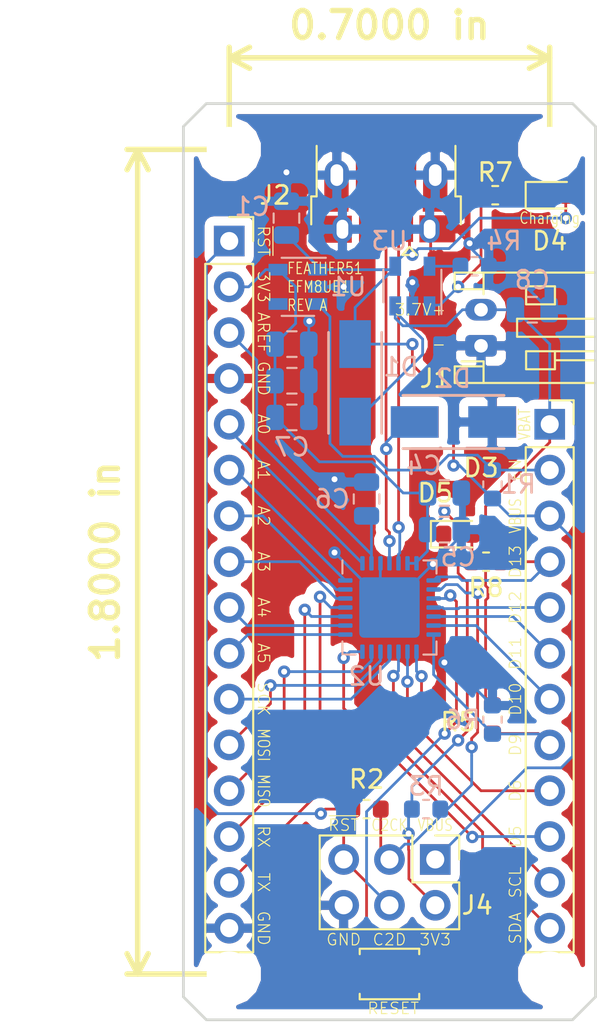
<source format=kicad_pcb>
(kicad_pcb (version 20171130) (host pcbnew 5.0.2+dfsg1-1)

  (general
    (thickness 1.6)
    (drawings 51)
    (tracks 315)
    (zones 0)
    (modules 34)
    (nets 36)
  )

  (page A4)
  (layers
    (0 F.Cu signal)
    (31 B.Cu signal)
    (32 B.Adhes user hide)
    (33 F.Adhes user hide)
    (34 B.Paste user hide)
    (35 F.Paste user hide)
    (36 B.SilkS user)
    (37 F.SilkS user)
    (38 B.Mask user hide)
    (39 F.Mask user hide)
    (40 Dwgs.User user hide)
    (41 Cmts.User user hide)
    (42 Eco1.User user hide)
    (43 Eco2.User user hide)
    (44 Edge.Cuts user)
    (45 Margin user hide)
    (46 B.CrtYd user hide)
    (47 F.CrtYd user hide)
    (48 B.Fab user hide)
    (49 F.Fab user hide)
  )

  (setup
    (last_trace_width 0.1524)
    (trace_clearance 0.1524)
    (zone_clearance 0.508)
    (zone_45_only no)
    (trace_min 0.1524)
    (segment_width 0.2)
    (edge_width 0.15)
    (via_size 0.6858)
    (via_drill 0.3302)
    (via_min_size 0.508)
    (via_min_drill 0.254)
    (uvia_size 0.6858)
    (uvia_drill 0.3302)
    (uvias_allowed no)
    (uvia_min_size 0.027)
    (uvia_min_drill 0.013)
    (pcb_text_width 0.3)
    (pcb_text_size 1.5 1.5)
    (mod_edge_width 0.15)
    (mod_text_size 1 1)
    (mod_text_width 0.15)
    (pad_size 1.524 1.524)
    (pad_drill 0.762)
    (pad_to_mask_clearance 0.051)
    (solder_mask_min_width 0.25)
    (aux_axis_origin 124.46 43.18)
    (grid_origin 124.46 43.18)
    (visible_elements FFFFFF7F)
    (pcbplotparams
      (layerselection 0x010fc_ffffffff)
      (usegerberextensions false)
      (usegerberattributes false)
      (usegerberadvancedattributes false)
      (creategerberjobfile false)
      (excludeedgelayer true)
      (linewidth 0.100000)
      (plotframeref false)
      (viasonmask false)
      (mode 1)
      (useauxorigin false)
      (hpglpennumber 1)
      (hpglpenspeed 20)
      (hpglpendiameter 15.000000)
      (psnegative false)
      (psa4output false)
      (plotreference true)
      (plotvalue true)
      (plotinvisibletext false)
      (padsonsilk false)
      (subtractmaskfromsilk false)
      (outputformat 1)
      (mirror false)
      (drillshape 1)
      (scaleselection 1)
      (outputdirectory ""))
  )

  (net 0 "")
  (net 1 VBUS)
  (net 2 GND)
  (net 3 +3V3)
  (net 4 /AREF)
  (net 5 /VBAT)
  (net 6 /D+)
  (net 7 /D-)
  (net 8 "Net-(D4-Pad1)")
  (net 9 "Net-(D5-Pad2)")
  (net 10 /EN)
  (net 11 /D13)
  (net 12 /D12)
  (net 13 /D11)
  (net 14 /D10)
  (net 15 /D9)
  (net 16 /D6)
  (net 17 /D5)
  (net 18 /SCL)
  (net 19 /SDA)
  (net 20 /C2CK)
  (net 21 /C2D)
  (net 22 /~RESET)
  (net 23 /A0)
  (net 24 /A1)
  (net 25 /A2)
  (net 26 /A3)
  (net 27 /A4)
  (net 28 /A5)
  (net 29 /SCK)
  (net 30 /MOSI)
  (net 31 /MISO)
  (net 32 /D0)
  (net 33 /D1)
  (net 34 "Net-(R4-Pad1)")
  (net 35 "Net-(R7-Pad2)")

  (net_class Default "This is the default net class."
    (clearance 0.1524)
    (trace_width 0.1524)
    (via_dia 0.6858)
    (via_drill 0.3302)
    (uvia_dia 0.6858)
    (uvia_drill 0.3302)
    (diff_pair_gap 0.1524)
    (diff_pair_width 0.6858)
    (add_net /A0)
    (add_net /A1)
    (add_net /A2)
    (add_net /A3)
    (add_net /A4)
    (add_net /A5)
    (add_net /AREF)
    (add_net /C2CK)
    (add_net /C2D)
    (add_net /D+)
    (add_net /D-)
    (add_net /D0)
    (add_net /D1)
    (add_net /D10)
    (add_net /D11)
    (add_net /D12)
    (add_net /D13)
    (add_net /D5)
    (add_net /D6)
    (add_net /D9)
    (add_net /EN)
    (add_net /MISO)
    (add_net /MOSI)
    (add_net /SCK)
    (add_net /SCL)
    (add_net /SDA)
    (add_net /~RESET)
    (add_net "Net-(D4-Pad1)")
    (add_net "Net-(D5-Pad2)")
    (add_net "Net-(R4-Pad1)")
    (add_net "Net-(R7-Pad2)")
  )

  (net_class PWR ""
    (clearance 0.1524)
    (trace_width 0.1524)
    (via_dia 0.6858)
    (via_drill 0.3302)
    (uvia_dia 0.6858)
    (uvia_drill 0.3302)
    (diff_pair_gap 0.1524)
    (diff_pair_width 0.6858)
    (add_net +3V3)
    (add_net /VBAT)
    (add_net GND)
    (add_net VBUS)
  )

  (module synack-common:DO-214AC (layer B.Cu) (tedit 5CB4FE25) (tstamp 5CB501E8)
    (at 133.985 58.665 270)
    (path /5CB3CD21)
    (fp_text reference D1 (at -0.88 -2.54) (layer B.SilkS)
      (effects (font (size 1 1) (thickness 0.15)) (justify mirror))
    )
    (fp_text value 1N5817 (at 0 -0.635) (layer B.Fab)
      (effects (font (size 1 1) (thickness 0.15)) (justify mirror))
    )
    (fp_line (start -2.8 1.475) (end 2.8 1.475) (layer B.SilkS) (width 0.15))
    (fp_line (start -2.8 -1.475) (end 2.8 -1.475) (layer B.SilkS) (width 0.15))
    (fp_line (start -2.8 1.475) (end -2.8 -1.475) (layer B.CrtYd) (width 0.15))
    (fp_line (start -2.8 -1.475) (end 2.8 -1.475) (layer B.CrtYd) (width 0.15))
    (fp_line (start 2.8 -1.475) (end 2.8 1.475) (layer B.CrtYd) (width 0.15))
    (fp_line (start 2.8 1.475) (end -2.8 1.475) (layer B.CrtYd) (width 0.15))
    (pad 1 smd rect (at -2.15 0 270) (size 2.65 1.75) (layers B.Cu B.Paste B.Mask)
      (net 1 VBUS))
    (pad 2 smd rect (at 2.15 0 270) (size 2.65 1.75) (layers B.Cu B.Paste B.Mask)
      (net 5 /VBAT))
    (model ${KISYS3DMOD}/Diode_SMD.3dshapes/D_SC-80.step
      (at (xyz 0 0 0))
      (scale (xyz 3.5 3.5 3.5))
      (rotate (xyz 0 0 0))
    )
  )

  (module synack-common:DO-214AC (layer B.Cu) (tedit 5CB4FE25) (tstamp 5CB50584)
    (at 139.437 60.833)
    (path /5CB7F2BA)
    (fp_text reference D2 (at 0 -2.413) (layer B.SilkS)
      (effects (font (size 1 1) (thickness 0.15)) (justify mirror))
    )
    (fp_text value 1N5817 (at 0.009 0.127) (layer B.Fab)
      (effects (font (size 1 1) (thickness 0.15)) (justify mirror))
    )
    (fp_line (start -2.8 1.475) (end 2.8 1.475) (layer B.SilkS) (width 0.15))
    (fp_line (start -2.8 -1.475) (end 2.8 -1.475) (layer B.SilkS) (width 0.15))
    (fp_line (start -2.8 1.475) (end -2.8 -1.475) (layer B.CrtYd) (width 0.15))
    (fp_line (start -2.8 -1.475) (end 2.8 -1.475) (layer B.CrtYd) (width 0.15))
    (fp_line (start 2.8 -1.475) (end 2.8 1.475) (layer B.CrtYd) (width 0.15))
    (fp_line (start 2.8 1.475) (end -2.8 1.475) (layer B.CrtYd) (width 0.15))
    (pad 1 smd rect (at -2.15 0) (size 2.65 1.75) (layers B.Cu B.Paste B.Mask)
      (net 6 /D+))
    (pad 2 smd rect (at 2.15 0) (size 2.65 1.75) (layers B.Cu B.Paste B.Mask)
      (net 2 GND))
    (model ${KISYS3DMOD}/Diode_SMD.3dshapes/D_SC-80.step
      (at (xyz 0 0 0))
      (scale (xyz 3.5 3.5 3.5))
      (rotate (xyz 0 0 0))
    )
  )

  (module synack-common:DO-214AC (layer F.Cu) (tedit 5CB4FE25) (tstamp 5CB50245)
    (at 139.446 60.833)
    (path /5CB7F48A)
    (fp_text reference D3 (at 1.524 2.54) (layer F.SilkS)
      (effects (font (size 1 1) (thickness 0.15)))
    )
    (fp_text value 1N5817 (at 0 0.127) (layer F.Fab)
      (effects (font (size 1 1) (thickness 0.15)))
    )
    (fp_line (start -2.8 -1.475) (end 2.8 -1.475) (layer F.SilkS) (width 0.15))
    (fp_line (start -2.8 1.475) (end 2.8 1.475) (layer F.SilkS) (width 0.15))
    (fp_line (start -2.8 -1.475) (end -2.8 1.475) (layer F.CrtYd) (width 0.15))
    (fp_line (start -2.8 1.475) (end 2.8 1.475) (layer F.CrtYd) (width 0.15))
    (fp_line (start 2.8 1.475) (end 2.8 -1.475) (layer F.CrtYd) (width 0.15))
    (fp_line (start 2.8 -1.475) (end -2.8 -1.475) (layer F.CrtYd) (width 0.15))
    (pad 1 smd rect (at -2.15 0) (size 2.65 1.75) (layers F.Cu F.Paste F.Mask)
      (net 7 /D-))
    (pad 2 smd rect (at 2.15 0) (size 2.65 1.75) (layers F.Cu F.Paste F.Mask)
      (net 2 GND))
    (model ${KISYS3DMOD}/Diode_SMD.3dshapes/D_SC-80.step
      (at (xyz 0 0 0))
      (scale (xyz 3.5 3.5 3.5))
      (rotate (xyz 0 0 0))
    )
  )

  (module MountingHole:MountingHole_2.5mm (layer F.Cu) (tedit 5CB4FC26) (tstamp 5CB557FA)
    (at 144.78 91.44)
    (descr "Mounting Hole 2.5mm, no annular")
    (tags "mounting hole 2.5mm no annular")
    (attr virtual)
    (fp_text reference REF** (at 0 -3.5) (layer F.SilkS) hide
      (effects (font (size 1 1) (thickness 0.15)))
    )
    (fp_text value MountingHole_2.5mm (at 0 3.5) (layer F.Fab)
      (effects (font (size 1 1) (thickness 0.15)))
    )
    (fp_circle (center 0 0) (end 2.75 0) (layer F.CrtYd) (width 0.05))
    (fp_circle (center 0 0) (end 2.5 0) (layer Cmts.User) (width 0.15))
    (fp_text user %R (at 0.3 0) (layer F.Fab)
      (effects (font (size 1 1) (thickness 0.15)))
    )
    (pad 1 np_thru_hole circle (at 0 0) (size 2.5 2.5) (drill 2.5) (layers *.Cu *.Mask))
  )

  (module MountingHole:MountingHole_2.5mm (layer F.Cu) (tedit 5CB4FC26) (tstamp 5CB557B9)
    (at 127 91.44)
    (descr "Mounting Hole 2.5mm, no annular")
    (tags "mounting hole 2.5mm no annular")
    (attr virtual)
    (fp_text reference REF** (at 0 -3.5) (layer F.SilkS) hide
      (effects (font (size 1 1) (thickness 0.15)))
    )
    (fp_text value MountingHole_2.5mm (at 0 3.5) (layer F.Fab)
      (effects (font (size 1 1) (thickness 0.15)))
    )
    (fp_text user %R (at 0.3 0) (layer F.Fab)
      (effects (font (size 1 1) (thickness 0.15)))
    )
    (fp_circle (center 0 0) (end 2.5 0) (layer Cmts.User) (width 0.15))
    (fp_circle (center 0 0) (end 2.75 0) (layer F.CrtYd) (width 0.05))
    (pad 1 np_thru_hole circle (at 0 0) (size 2.5 2.5) (drill 2.5) (layers *.Cu *.Mask))
  )

  (module MountingHole:MountingHole_2.5mm (layer F.Cu) (tedit 5CB4FC26) (tstamp 5CB55789)
    (at 144.78 45.72)
    (descr "Mounting Hole 2.5mm, no annular")
    (tags "mounting hole 2.5mm no annular")
    (attr virtual)
    (fp_text reference REF** (at 0 -3.5) (layer F.SilkS) hide
      (effects (font (size 1 1) (thickness 0.15)))
    )
    (fp_text value MountingHole_2.5mm (at 0 3.5) (layer F.Fab)
      (effects (font (size 1 1) (thickness 0.15)))
    )
    (fp_text user %R (at 0.3 0) (layer F.Fab)
      (effects (font (size 1 1) (thickness 0.15)))
    )
    (fp_circle (center 0 0) (end 2.5 0) (layer Cmts.User) (width 0.15))
    (fp_circle (center 0 0) (end 2.75 0) (layer F.CrtYd) (width 0.05))
    (pad 1 np_thru_hole circle (at 0 0) (size 2.5 2.5) (drill 2.5) (layers *.Cu *.Mask))
  )

  (module Connector_JST:JST_PH_S2B-PH-K_1x02_P2.00mm_Horizontal (layer F.Cu) (tedit 5B7745C6) (tstamp 5CB5051D)
    (at 140.97 56.61 90)
    (descr "JST PH series connector, S2B-PH-K (http://www.jst-mfg.com/product/pdf/eng/ePH.pdf), generated with kicad-footprint-generator")
    (tags "connector JST PH top entry")
    (path /5CB4231B)
    (fp_text reference J1 (at -1.81 -2.54 180) (layer F.SilkS)
      (effects (font (size 1 1) (thickness 0.15)))
    )
    (fp_text value BATTERY (at 1 7.45 90) (layer F.Fab)
      (effects (font (size 1 1) (thickness 0.15)))
    )
    (fp_line (start -0.86 0.14) (end -1.14 0.14) (layer F.SilkS) (width 0.12))
    (fp_line (start -1.14 0.14) (end -1.14 -1.46) (layer F.SilkS) (width 0.12))
    (fp_line (start -1.14 -1.46) (end -2.06 -1.46) (layer F.SilkS) (width 0.12))
    (fp_line (start -2.06 -1.46) (end -2.06 6.36) (layer F.SilkS) (width 0.12))
    (fp_line (start -2.06 6.36) (end 4.06 6.36) (layer F.SilkS) (width 0.12))
    (fp_line (start 4.06 6.36) (end 4.06 -1.46) (layer F.SilkS) (width 0.12))
    (fp_line (start 4.06 -1.46) (end 3.14 -1.46) (layer F.SilkS) (width 0.12))
    (fp_line (start 3.14 -1.46) (end 3.14 0.14) (layer F.SilkS) (width 0.12))
    (fp_line (start 3.14 0.14) (end 2.86 0.14) (layer F.SilkS) (width 0.12))
    (fp_line (start 0.5 6.36) (end 0.5 2) (layer F.SilkS) (width 0.12))
    (fp_line (start 0.5 2) (end 1.5 2) (layer F.SilkS) (width 0.12))
    (fp_line (start 1.5 2) (end 1.5 6.36) (layer F.SilkS) (width 0.12))
    (fp_line (start -2.06 0.14) (end -1.14 0.14) (layer F.SilkS) (width 0.12))
    (fp_line (start 4.06 0.14) (end 3.14 0.14) (layer F.SilkS) (width 0.12))
    (fp_line (start -1.3 2.5) (end -1.3 4.1) (layer F.SilkS) (width 0.12))
    (fp_line (start -1.3 4.1) (end -0.3 4.1) (layer F.SilkS) (width 0.12))
    (fp_line (start -0.3 4.1) (end -0.3 2.5) (layer F.SilkS) (width 0.12))
    (fp_line (start -0.3 2.5) (end -1.3 2.5) (layer F.SilkS) (width 0.12))
    (fp_line (start 3.3 2.5) (end 3.3 4.1) (layer F.SilkS) (width 0.12))
    (fp_line (start 3.3 4.1) (end 2.3 4.1) (layer F.SilkS) (width 0.12))
    (fp_line (start 2.3 4.1) (end 2.3 2.5) (layer F.SilkS) (width 0.12))
    (fp_line (start 2.3 2.5) (end 3.3 2.5) (layer F.SilkS) (width 0.12))
    (fp_line (start -0.3 4.1) (end -0.3 6.36) (layer F.SilkS) (width 0.12))
    (fp_line (start -0.8 4.1) (end -0.8 6.36) (layer F.SilkS) (width 0.12))
    (fp_line (start -2.45 -1.85) (end -2.45 6.75) (layer F.CrtYd) (width 0.05))
    (fp_line (start -2.45 6.75) (end 4.45 6.75) (layer F.CrtYd) (width 0.05))
    (fp_line (start 4.45 6.75) (end 4.45 -1.85) (layer F.CrtYd) (width 0.05))
    (fp_line (start 4.45 -1.85) (end -2.45 -1.85) (layer F.CrtYd) (width 0.05))
    (fp_line (start -1.25 0.25) (end -1.25 -1.35) (layer F.Fab) (width 0.1))
    (fp_line (start -1.25 -1.35) (end -1.95 -1.35) (layer F.Fab) (width 0.1))
    (fp_line (start -1.95 -1.35) (end -1.95 6.25) (layer F.Fab) (width 0.1))
    (fp_line (start -1.95 6.25) (end 3.95 6.25) (layer F.Fab) (width 0.1))
    (fp_line (start 3.95 6.25) (end 3.95 -1.35) (layer F.Fab) (width 0.1))
    (fp_line (start 3.95 -1.35) (end 3.25 -1.35) (layer F.Fab) (width 0.1))
    (fp_line (start 3.25 -1.35) (end 3.25 0.25) (layer F.Fab) (width 0.1))
    (fp_line (start 3.25 0.25) (end -1.25 0.25) (layer F.Fab) (width 0.1))
    (fp_line (start -0.86 0.14) (end -0.86 -1.075) (layer F.SilkS) (width 0.12))
    (fp_line (start 0 0.875) (end -0.5 1.375) (layer F.Fab) (width 0.1))
    (fp_line (start -0.5 1.375) (end 0.5 1.375) (layer F.Fab) (width 0.1))
    (fp_line (start 0.5 1.375) (end 0 0.875) (layer F.Fab) (width 0.1))
    (fp_text user %R (at 1 2.5 90) (layer F.Fab)
      (effects (font (size 1 1) (thickness 0.15)))
    )
    (pad 1 thru_hole roundrect (at 0 0 90) (size 1.2 1.75) (drill 0.75) (layers *.Cu *.Mask) (roundrect_rratio 0.208333)
      (net 2 GND))
    (pad 2 thru_hole oval (at 2 0 90) (size 1.2 1.75) (drill 0.75) (layers *.Cu *.Mask)
      (net 5 /VBAT))
    (model ${KISYS3DMOD}/Connector_JST.3dshapes/JST_PH_S2B-PH-K_1x02_P2.00mm_Horizontal.wrl
      (at (xyz 0 0 0))
      (scale (xyz 1 1 1))
      (rotate (xyz 0 0 0))
    )
  )

  (module Capacitor_SMD:C_0805_2012Metric (layer B.Cu) (tedit 5B36C52B) (tstamp 5CB504CF)
    (at 130.175 49.53 90)
    (descr "Capacitor SMD 0805 (2012 Metric), square (rectangular) end terminal, IPC_7351 nominal, (Body size source: https://docs.google.com/spreadsheets/d/1BsfQQcO9C6DZCsRaXUlFlo91Tg2WpOkGARC1WS5S8t0/edit?usp=sharing), generated with kicad-footprint-generator")
    (tags capacitor)
    (path /5CB3D5E8)
    (attr smd)
    (fp_text reference C1 (at 0.635 -1.905 180) (layer B.SilkS)
      (effects (font (size 1 1) (thickness 0.15)) (justify mirror))
    )
    (fp_text value 10uF (at 0 -2.667 180) (layer B.Fab)
      (effects (font (size 1 1) (thickness 0.15)) (justify mirror))
    )
    (fp_text user %R (at 0 0 90) (layer B.Fab)
      (effects (font (size 0.5 0.5) (thickness 0.08)) (justify mirror))
    )
    (fp_line (start 1.68 -0.95) (end -1.68 -0.95) (layer B.CrtYd) (width 0.05))
    (fp_line (start 1.68 0.95) (end 1.68 -0.95) (layer B.CrtYd) (width 0.05))
    (fp_line (start -1.68 0.95) (end 1.68 0.95) (layer B.CrtYd) (width 0.05))
    (fp_line (start -1.68 -0.95) (end -1.68 0.95) (layer B.CrtYd) (width 0.05))
    (fp_line (start -0.258578 -0.71) (end 0.258578 -0.71) (layer B.SilkS) (width 0.12))
    (fp_line (start -0.258578 0.71) (end 0.258578 0.71) (layer B.SilkS) (width 0.12))
    (fp_line (start 1 -0.6) (end -1 -0.6) (layer B.Fab) (width 0.1))
    (fp_line (start 1 0.6) (end 1 -0.6) (layer B.Fab) (width 0.1))
    (fp_line (start -1 0.6) (end 1 0.6) (layer B.Fab) (width 0.1))
    (fp_line (start -1 -0.6) (end -1 0.6) (layer B.Fab) (width 0.1))
    (pad 2 smd roundrect (at 0.9375 0 90) (size 0.975 1.4) (layers B.Cu B.Paste B.Mask) (roundrect_rratio 0.25)
      (net 2 GND))
    (pad 1 smd roundrect (at -0.9375 0 90) (size 0.975 1.4) (layers B.Cu B.Paste B.Mask) (roundrect_rratio 0.25)
      (net 1 VBUS))
    (model ${KISYS3DMOD}/Capacitor_SMD.3dshapes/C_0805_2012Metric.wrl
      (at (xyz 0 0 0))
      (scale (xyz 1 1 1))
      (rotate (xyz 0 0 0))
    )
  )

  (module Capacitor_SMD:C_0805_2012Metric (layer B.Cu) (tedit 5CB4ECA8) (tstamp 5CB5080E)
    (at 130.4775 56.515)
    (descr "Capacitor SMD 0805 (2012 Metric), square (rectangular) end terminal, IPC_7351 nominal, (Body size source: https://docs.google.com/spreadsheets/d/1BsfQQcO9C6DZCsRaXUlFlo91Tg2WpOkGARC1WS5S8t0/edit?usp=sharing), generated with kicad-footprint-generator")
    (tags capacitor)
    (path /5CB40CF9)
    (attr smd)
    (fp_text reference C2 (at 0 1.65) (layer B.SilkS) hide
      (effects (font (size 1 1) (thickness 0.15)) (justify mirror))
    )
    (fp_text value 10uF (at -2.9695 -0.127) (layer B.Fab)
      (effects (font (size 1 1) (thickness 0.15)) (justify mirror))
    )
    (fp_line (start -1 -0.6) (end -1 0.6) (layer B.Fab) (width 0.1))
    (fp_line (start -1 0.6) (end 1 0.6) (layer B.Fab) (width 0.1))
    (fp_line (start 1 0.6) (end 1 -0.6) (layer B.Fab) (width 0.1))
    (fp_line (start 1 -0.6) (end -1 -0.6) (layer B.Fab) (width 0.1))
    (fp_line (start -0.258578 0.71) (end 0.258578 0.71) (layer B.SilkS) (width 0.12))
    (fp_line (start -0.258578 -0.71) (end 0.258578 -0.71) (layer B.SilkS) (width 0.12))
    (fp_line (start -1.68 -0.95) (end -1.68 0.95) (layer B.CrtYd) (width 0.05))
    (fp_line (start -1.68 0.95) (end 1.68 0.95) (layer B.CrtYd) (width 0.05))
    (fp_line (start 1.68 0.95) (end 1.68 -0.95) (layer B.CrtYd) (width 0.05))
    (fp_line (start 1.68 -0.95) (end -1.68 -0.95) (layer B.CrtYd) (width 0.05))
    (fp_text user %R (at 0 0) (layer B.Fab)
      (effects (font (size 0.5 0.5) (thickness 0.08)) (justify mirror))
    )
    (pad 1 smd roundrect (at -0.9375 0) (size 0.975 1.4) (layers B.Cu B.Paste B.Mask) (roundrect_rratio 0.25)
      (net 3 +3V3))
    (pad 2 smd roundrect (at 0.9375 0) (size 0.975 1.4) (layers B.Cu B.Paste B.Mask) (roundrect_rratio 0.25)
      (net 2 GND))
    (model ${KISYS3DMOD}/Capacitor_SMD.3dshapes/C_0805_2012Metric.wrl
      (at (xyz 0 0 0))
      (scale (xyz 1 1 1))
      (rotate (xyz 0 0 0))
    )
  )

  (module Capacitor_SMD:C_0805_2012Metric (layer B.Cu) (tedit 5CB4ECAB) (tstamp 5CB50748)
    (at 130.4775 58.547)
    (descr "Capacitor SMD 0805 (2012 Metric), square (rectangular) end terminal, IPC_7351 nominal, (Body size source: https://docs.google.com/spreadsheets/d/1BsfQQcO9C6DZCsRaXUlFlo91Tg2WpOkGARC1WS5S8t0/edit?usp=sharing), generated with kicad-footprint-generator")
    (tags capacitor)
    (path /5CB40D6D)
    (attr smd)
    (fp_text reference C3 (at 0 1.65) (layer B.SilkS) hide
      (effects (font (size 1 1) (thickness 0.15)) (justify mirror))
    )
    (fp_text value 1uF (at -2.4615 0.127) (layer B.Fab)
      (effects (font (size 1 1) (thickness 0.15)) (justify mirror))
    )
    (fp_text user %R (at 0 0) (layer B.Fab)
      (effects (font (size 0.5 0.5) (thickness 0.08)) (justify mirror))
    )
    (fp_line (start 1.68 -0.95) (end -1.68 -0.95) (layer B.CrtYd) (width 0.05))
    (fp_line (start 1.68 0.95) (end 1.68 -0.95) (layer B.CrtYd) (width 0.05))
    (fp_line (start -1.68 0.95) (end 1.68 0.95) (layer B.CrtYd) (width 0.05))
    (fp_line (start -1.68 -0.95) (end -1.68 0.95) (layer B.CrtYd) (width 0.05))
    (fp_line (start -0.258578 -0.71) (end 0.258578 -0.71) (layer B.SilkS) (width 0.12))
    (fp_line (start -0.258578 0.71) (end 0.258578 0.71) (layer B.SilkS) (width 0.12))
    (fp_line (start 1 -0.6) (end -1 -0.6) (layer B.Fab) (width 0.1))
    (fp_line (start 1 0.6) (end 1 -0.6) (layer B.Fab) (width 0.1))
    (fp_line (start -1 0.6) (end 1 0.6) (layer B.Fab) (width 0.1))
    (fp_line (start -1 -0.6) (end -1 0.6) (layer B.Fab) (width 0.1))
    (pad 2 smd roundrect (at 0.9375 0) (size 0.975 1.4) (layers B.Cu B.Paste B.Mask) (roundrect_rratio 0.25)
      (net 2 GND))
    (pad 1 smd roundrect (at -0.9375 0) (size 0.975 1.4) (layers B.Cu B.Paste B.Mask) (roundrect_rratio 0.25)
      (net 3 +3V3))
    (model ${KISYS3DMOD}/Capacitor_SMD.3dshapes/C_0805_2012Metric.wrl
      (at (xyz 0 0 0))
      (scale (xyz 1 1 1))
      (rotate (xyz 0 0 0))
    )
  )

  (module Capacitor_SMD:C_0805_2012Metric (layer B.Cu) (tedit 5B36C52B) (tstamp 5CB506BE)
    (at 138.938 64.77)
    (descr "Capacitor SMD 0805 (2012 Metric), square (rectangular) end terminal, IPC_7351 nominal, (Body size source: https://docs.google.com/spreadsheets/d/1BsfQQcO9C6DZCsRaXUlFlo91Tg2WpOkGARC1WS5S8t0/edit?usp=sharing), generated with kicad-footprint-generator")
    (tags capacitor)
    (path /5CB0C522)
    (attr smd)
    (fp_text reference C4 (at -1.143 -1.524) (layer B.SilkS)
      (effects (font (size 1 1) (thickness 0.15)) (justify mirror))
    )
    (fp_text value 4.7uF (at -0.508 -1.27) (layer B.Fab)
      (effects (font (size 1 1) (thickness 0.15)) (justify mirror))
    )
    (fp_line (start -1 -0.6) (end -1 0.6) (layer B.Fab) (width 0.1))
    (fp_line (start -1 0.6) (end 1 0.6) (layer B.Fab) (width 0.1))
    (fp_line (start 1 0.6) (end 1 -0.6) (layer B.Fab) (width 0.1))
    (fp_line (start 1 -0.6) (end -1 -0.6) (layer B.Fab) (width 0.1))
    (fp_line (start -0.258578 0.71) (end 0.258578 0.71) (layer B.SilkS) (width 0.12))
    (fp_line (start -0.258578 -0.71) (end 0.258578 -0.71) (layer B.SilkS) (width 0.12))
    (fp_line (start -1.68 -0.95) (end -1.68 0.95) (layer B.CrtYd) (width 0.05))
    (fp_line (start -1.68 0.95) (end 1.68 0.95) (layer B.CrtYd) (width 0.05))
    (fp_line (start 1.68 0.95) (end 1.68 -0.95) (layer B.CrtYd) (width 0.05))
    (fp_line (start 1.68 -0.95) (end -1.68 -0.95) (layer B.CrtYd) (width 0.05))
    (fp_text user %R (at 0 0) (layer B.Fab)
      (effects (font (size 0.5 0.5) (thickness 0.08)) (justify mirror))
    )
    (pad 1 smd roundrect (at -0.9375 0) (size 0.975 1.4) (layers B.Cu B.Paste B.Mask) (roundrect_rratio 0.25)
      (net 3 +3V3))
    (pad 2 smd roundrect (at 0.9375 0) (size 0.975 1.4) (layers B.Cu B.Paste B.Mask) (roundrect_rratio 0.25)
      (net 2 GND))
    (model ${KISYS3DMOD}/Capacitor_SMD.3dshapes/C_0805_2012Metric.wrl
      (at (xyz 0 0 0))
      (scale (xyz 1 1 1))
      (rotate (xyz 0 0 0))
    )
  )

  (module Capacitor_SMD:C_0805_2012Metric (layer B.Cu) (tedit 5B36C52B) (tstamp 5CB50106)
    (at 138.938 66.802)
    (descr "Capacitor SMD 0805 (2012 Metric), square (rectangular) end terminal, IPC_7351 nominal, (Body size source: https://docs.google.com/spreadsheets/d/1BsfQQcO9C6DZCsRaXUlFlo91Tg2WpOkGARC1WS5S8t0/edit?usp=sharing), generated with kicad-footprint-generator")
    (tags capacitor)
    (path /5CB0C582)
    (attr smd)
    (fp_text reference C5 (at 0.762 1.524) (layer B.SilkS)
      (effects (font (size 1 1) (thickness 0.15)) (justify mirror))
    )
    (fp_text value 0.1uF (at 3.048 0.254) (layer B.Fab)
      (effects (font (size 1 1) (thickness 0.15)) (justify mirror))
    )
    (fp_text user %R (at 0 0) (layer B.Fab)
      (effects (font (size 0.5 0.5) (thickness 0.08)) (justify mirror))
    )
    (fp_line (start 1.68 -0.95) (end -1.68 -0.95) (layer B.CrtYd) (width 0.05))
    (fp_line (start 1.68 0.95) (end 1.68 -0.95) (layer B.CrtYd) (width 0.05))
    (fp_line (start -1.68 0.95) (end 1.68 0.95) (layer B.CrtYd) (width 0.05))
    (fp_line (start -1.68 -0.95) (end -1.68 0.95) (layer B.CrtYd) (width 0.05))
    (fp_line (start -0.258578 -0.71) (end 0.258578 -0.71) (layer B.SilkS) (width 0.12))
    (fp_line (start -0.258578 0.71) (end 0.258578 0.71) (layer B.SilkS) (width 0.12))
    (fp_line (start 1 -0.6) (end -1 -0.6) (layer B.Fab) (width 0.1))
    (fp_line (start 1 0.6) (end 1 -0.6) (layer B.Fab) (width 0.1))
    (fp_line (start -1 0.6) (end 1 0.6) (layer B.Fab) (width 0.1))
    (fp_line (start -1 -0.6) (end -1 0.6) (layer B.Fab) (width 0.1))
    (pad 2 smd roundrect (at 0.9375 0) (size 0.975 1.4) (layers B.Cu B.Paste B.Mask) (roundrect_rratio 0.25)
      (net 2 GND))
    (pad 1 smd roundrect (at -0.9375 0) (size 0.975 1.4) (layers B.Cu B.Paste B.Mask) (roundrect_rratio 0.25)
      (net 3 +3V3))
    (model ${KISYS3DMOD}/Capacitor_SMD.3dshapes/C_0805_2012Metric.wrl
      (at (xyz 0 0 0))
      (scale (xyz 1 1 1))
      (rotate (xyz 0 0 0))
    )
  )

  (module Capacitor_SMD:C_0805_2012Metric (layer B.Cu) (tedit 5B36C52B) (tstamp 5CB508EC)
    (at 134.62 65.1025 90)
    (descr "Capacitor SMD 0805 (2012 Metric), square (rectangular) end terminal, IPC_7351 nominal, (Body size source: https://docs.google.com/spreadsheets/d/1BsfQQcO9C6DZCsRaXUlFlo91Tg2WpOkGARC1WS5S8t0/edit?usp=sharing), generated with kicad-footprint-generator")
    (tags capacitor)
    (path /5CB43D59)
    (attr smd)
    (fp_text reference C6 (at 0 -1.905 180) (layer B.SilkS)
      (effects (font (size 1 1) (thickness 0.15)) (justify mirror))
    )
    (fp_text value 1uF (at 0.0785 -2.032 180) (layer B.Fab)
      (effects (font (size 1 1) (thickness 0.15)) (justify mirror))
    )
    (fp_line (start -1 -0.6) (end -1 0.6) (layer B.Fab) (width 0.1))
    (fp_line (start -1 0.6) (end 1 0.6) (layer B.Fab) (width 0.1))
    (fp_line (start 1 0.6) (end 1 -0.6) (layer B.Fab) (width 0.1))
    (fp_line (start 1 -0.6) (end -1 -0.6) (layer B.Fab) (width 0.1))
    (fp_line (start -0.258578 0.71) (end 0.258578 0.71) (layer B.SilkS) (width 0.12))
    (fp_line (start -0.258578 -0.71) (end 0.258578 -0.71) (layer B.SilkS) (width 0.12))
    (fp_line (start -1.68 -0.95) (end -1.68 0.95) (layer B.CrtYd) (width 0.05))
    (fp_line (start -1.68 0.95) (end 1.68 0.95) (layer B.CrtYd) (width 0.05))
    (fp_line (start 1.68 0.95) (end 1.68 -0.95) (layer B.CrtYd) (width 0.05))
    (fp_line (start 1.68 -0.95) (end -1.68 -0.95) (layer B.CrtYd) (width 0.05))
    (fp_text user %R (at 0 0 90) (layer B.Fab)
      (effects (font (size 0.5 0.5) (thickness 0.08)) (justify mirror))
    )
    (pad 1 smd roundrect (at -0.9375 0 90) (size 0.975 1.4) (layers B.Cu B.Paste B.Mask) (roundrect_rratio 0.25)
      (net 4 /AREF))
    (pad 2 smd roundrect (at 0.9375 0 90) (size 0.975 1.4) (layers B.Cu B.Paste B.Mask) (roundrect_rratio 0.25)
      (net 2 GND))
    (model ${KISYS3DMOD}/Capacitor_SMD.3dshapes/C_0805_2012Metric.wrl
      (at (xyz 0 0 0))
      (scale (xyz 1 1 1))
      (rotate (xyz 0 0 0))
    )
  )

  (module Capacitor_SMD:C_0805_2012Metric (layer B.Cu) (tedit 5B36C52B) (tstamp 5CB5086E)
    (at 130.4775 60.579)
    (descr "Capacitor SMD 0805 (2012 Metric), square (rectangular) end terminal, IPC_7351 nominal, (Body size source: https://docs.google.com/spreadsheets/d/1BsfQQcO9C6DZCsRaXUlFlo91Tg2WpOkGARC1WS5S8t0/edit?usp=sharing), generated with kicad-footprint-generator")
    (tags capacitor)
    (path /5CB43EB5)
    (attr smd)
    (fp_text reference C7 (at 0 1.65) (layer B.SilkS)
      (effects (font (size 1 1) (thickness 0.15)) (justify mirror))
    )
    (fp_text value 10uF (at -2.9695 0.127) (layer B.Fab)
      (effects (font (size 1 1) (thickness 0.15)) (justify mirror))
    )
    (fp_text user %R (at 0 0) (layer B.Fab)
      (effects (font (size 0.5 0.5) (thickness 0.08)) (justify mirror))
    )
    (fp_line (start 1.68 -0.95) (end -1.68 -0.95) (layer B.CrtYd) (width 0.05))
    (fp_line (start 1.68 0.95) (end 1.68 -0.95) (layer B.CrtYd) (width 0.05))
    (fp_line (start -1.68 0.95) (end 1.68 0.95) (layer B.CrtYd) (width 0.05))
    (fp_line (start -1.68 -0.95) (end -1.68 0.95) (layer B.CrtYd) (width 0.05))
    (fp_line (start -0.258578 -0.71) (end 0.258578 -0.71) (layer B.SilkS) (width 0.12))
    (fp_line (start -0.258578 0.71) (end 0.258578 0.71) (layer B.SilkS) (width 0.12))
    (fp_line (start 1 -0.6) (end -1 -0.6) (layer B.Fab) (width 0.1))
    (fp_line (start 1 0.6) (end 1 -0.6) (layer B.Fab) (width 0.1))
    (fp_line (start -1 0.6) (end 1 0.6) (layer B.Fab) (width 0.1))
    (fp_line (start -1 -0.6) (end -1 0.6) (layer B.Fab) (width 0.1))
    (pad 2 smd roundrect (at 0.9375 0) (size 0.975 1.4) (layers B.Cu B.Paste B.Mask) (roundrect_rratio 0.25)
      (net 2 GND))
    (pad 1 smd roundrect (at -0.9375 0) (size 0.975 1.4) (layers B.Cu B.Paste B.Mask) (roundrect_rratio 0.25)
      (net 3 +3V3))
    (model ${KISYS3DMOD}/Capacitor_SMD.3dshapes/C_0805_2012Metric.wrl
      (at (xyz 0 0 0))
      (scale (xyz 1 1 1))
      (rotate (xyz 0 0 0))
    )
  )

  (module Capacitor_SMD:C_0805_2012Metric (layer B.Cu) (tedit 5B36C52B) (tstamp 5CB509C1)
    (at 143.8125 54.61 180)
    (descr "Capacitor SMD 0805 (2012 Metric), square (rectangular) end terminal, IPC_7351 nominal, (Body size source: https://docs.google.com/spreadsheets/d/1BsfQQcO9C6DZCsRaXUlFlo91Tg2WpOkGARC1WS5S8t0/edit?usp=sharing), generated with kicad-footprint-generator")
    (tags capacitor)
    (path /5CB4D9DB)
    (attr smd)
    (fp_text reference C8 (at 0 1.65 180) (layer B.SilkS)
      (effects (font (size 1 1) (thickness 0.15)) (justify mirror))
    )
    (fp_text value 10uF (at 0 -1.65 180) (layer B.Fab)
      (effects (font (size 1 1) (thickness 0.15)) (justify mirror))
    )
    (fp_line (start -1 -0.6) (end -1 0.6) (layer B.Fab) (width 0.1))
    (fp_line (start -1 0.6) (end 1 0.6) (layer B.Fab) (width 0.1))
    (fp_line (start 1 0.6) (end 1 -0.6) (layer B.Fab) (width 0.1))
    (fp_line (start 1 -0.6) (end -1 -0.6) (layer B.Fab) (width 0.1))
    (fp_line (start -0.258578 0.71) (end 0.258578 0.71) (layer B.SilkS) (width 0.12))
    (fp_line (start -0.258578 -0.71) (end 0.258578 -0.71) (layer B.SilkS) (width 0.12))
    (fp_line (start -1.68 -0.95) (end -1.68 0.95) (layer B.CrtYd) (width 0.05))
    (fp_line (start -1.68 0.95) (end 1.68 0.95) (layer B.CrtYd) (width 0.05))
    (fp_line (start 1.68 0.95) (end 1.68 -0.95) (layer B.CrtYd) (width 0.05))
    (fp_line (start 1.68 -0.95) (end -1.68 -0.95) (layer B.CrtYd) (width 0.05))
    (fp_text user %R (at 0 0 180) (layer B.Fab)
      (effects (font (size 0.5 0.5) (thickness 0.08)) (justify mirror))
    )
    (pad 1 smd roundrect (at -0.9375 0 180) (size 0.975 1.4) (layers B.Cu B.Paste B.Mask) (roundrect_rratio 0.25)
      (net 2 GND))
    (pad 2 smd roundrect (at 0.9375 0 180) (size 0.975 1.4) (layers B.Cu B.Paste B.Mask) (roundrect_rratio 0.25)
      (net 5 /VBAT))
    (model ${KISYS3DMOD}/Capacitor_SMD.3dshapes/C_0805_2012Metric.wrl
      (at (xyz 0 0 0))
      (scale (xyz 1 1 1))
      (rotate (xyz 0 0 0))
    )
  )

  (module LED_SMD:LED_0603_1608Metric (layer F.Cu) (tedit 5B301BBE) (tstamp 5CB50B4F)
    (at 144.9325 48.26)
    (descr "LED SMD 0603 (1608 Metric), square (rectangular) end terminal, IPC_7351 nominal, (Body size source: http://www.tortai-tech.com/upload/download/2011102023233369053.pdf), generated with kicad-footprint-generator")
    (tags diode)
    (path /5CB47043)
    (attr smd)
    (fp_text reference D4 (at -0.1525 2.54) (layer F.SilkS)
      (effects (font (size 1 1) (thickness 0.15)))
    )
    (fp_text value ORANGE (at 0 1.43) (layer F.Fab)
      (effects (font (size 1 1) (thickness 0.15)))
    )
    (fp_line (start 0.8 -0.4) (end -0.5 -0.4) (layer F.Fab) (width 0.1))
    (fp_line (start -0.5 -0.4) (end -0.8 -0.1) (layer F.Fab) (width 0.1))
    (fp_line (start -0.8 -0.1) (end -0.8 0.4) (layer F.Fab) (width 0.1))
    (fp_line (start -0.8 0.4) (end 0.8 0.4) (layer F.Fab) (width 0.1))
    (fp_line (start 0.8 0.4) (end 0.8 -0.4) (layer F.Fab) (width 0.1))
    (fp_line (start 0.8 -0.735) (end -1.485 -0.735) (layer F.SilkS) (width 0.12))
    (fp_line (start -1.485 -0.735) (end -1.485 0.735) (layer F.SilkS) (width 0.12))
    (fp_line (start -1.485 0.735) (end 0.8 0.735) (layer F.SilkS) (width 0.12))
    (fp_line (start -1.48 0.73) (end -1.48 -0.73) (layer F.CrtYd) (width 0.05))
    (fp_line (start -1.48 -0.73) (end 1.48 -0.73) (layer F.CrtYd) (width 0.05))
    (fp_line (start 1.48 -0.73) (end 1.48 0.73) (layer F.CrtYd) (width 0.05))
    (fp_line (start 1.48 0.73) (end -1.48 0.73) (layer F.CrtYd) (width 0.05))
    (fp_text user %R (at 0 0) (layer F.Fab)
      (effects (font (size 0.4 0.4) (thickness 0.06)))
    )
    (pad 1 smd roundrect (at -0.7875 0) (size 0.875 0.95) (layers F.Cu F.Paste F.Mask) (roundrect_rratio 0.25)
      (net 8 "Net-(D4-Pad1)"))
    (pad 2 smd roundrect (at 0.7875 0) (size 0.875 0.95) (layers F.Cu F.Paste F.Mask) (roundrect_rratio 0.25)
      (net 1 VBUS))
    (model ${KISYS3DMOD}/LED_SMD.3dshapes/LED_0603_1608Metric.wrl
      (at (xyz 0 0 0))
      (scale (xyz 1 1 1))
      (rotate (xyz 0 0 0))
    )
  )

  (module LED_SMD:LED_0603_1608Metric (layer F.Cu) (tedit 5B301BBE) (tstamp 5CB505AF)
    (at 139.6745 67.056)
    (descr "LED SMD 0603 (1608 Metric), square (rectangular) end terminal, IPC_7351 nominal, (Body size source: http://www.tortai-tech.com/upload/download/2011102023233369053.pdf), generated with kicad-footprint-generator")
    (tags diode)
    (path /5CB59196)
    (attr smd)
    (fp_text reference D5 (at -1.2445 -2.286) (layer F.SilkS)
      (effects (font (size 1 1) (thickness 0.15)))
    )
    (fp_text value RED (at 2.3115 0) (layer F.Fab)
      (effects (font (size 1 1) (thickness 0.15)))
    )
    (fp_text user %R (at 0 0) (layer F.Fab)
      (effects (font (size 0.4 0.4) (thickness 0.06)))
    )
    (fp_line (start 1.48 0.73) (end -1.48 0.73) (layer F.CrtYd) (width 0.05))
    (fp_line (start 1.48 -0.73) (end 1.48 0.73) (layer F.CrtYd) (width 0.05))
    (fp_line (start -1.48 -0.73) (end 1.48 -0.73) (layer F.CrtYd) (width 0.05))
    (fp_line (start -1.48 0.73) (end -1.48 -0.73) (layer F.CrtYd) (width 0.05))
    (fp_line (start -1.485 0.735) (end 0.8 0.735) (layer F.SilkS) (width 0.12))
    (fp_line (start -1.485 -0.735) (end -1.485 0.735) (layer F.SilkS) (width 0.12))
    (fp_line (start 0.8 -0.735) (end -1.485 -0.735) (layer F.SilkS) (width 0.12))
    (fp_line (start 0.8 0.4) (end 0.8 -0.4) (layer F.Fab) (width 0.1))
    (fp_line (start -0.8 0.4) (end 0.8 0.4) (layer F.Fab) (width 0.1))
    (fp_line (start -0.8 -0.1) (end -0.8 0.4) (layer F.Fab) (width 0.1))
    (fp_line (start -0.5 -0.4) (end -0.8 -0.1) (layer F.Fab) (width 0.1))
    (fp_line (start 0.8 -0.4) (end -0.5 -0.4) (layer F.Fab) (width 0.1))
    (pad 2 smd roundrect (at 0.7875 0) (size 0.875 0.95) (layers F.Cu F.Paste F.Mask) (roundrect_rratio 0.25)
      (net 9 "Net-(D5-Pad2)"))
    (pad 1 smd roundrect (at -0.7875 0) (size 0.875 0.95) (layers F.Cu F.Paste F.Mask) (roundrect_rratio 0.25)
      (net 2 GND))
    (model ${KISYS3DMOD}/LED_SMD.3dshapes/LED_0603_1608Metric.wrl
      (at (xyz 0 0 0))
      (scale (xyz 1 1 1))
      (rotate (xyz 0 0 0))
    )
  )

  (module Connector_USB:USB_Micro-B_Amphenol_10103594-0001LF_Horizontal (layer F.Cu) (tedit 5A1DC0BD) (tstamp 5CB50647)
    (at 135.675 48.26 180)
    (descr "Micro USB Type B 10103594-0001LF, http://cdn.amphenol-icc.com/media/wysiwyg/files/drawing/10103594.pdf")
    (tags "USB USB_B USB_micro USB_OTG")
    (path /5CB11BEE)
    (attr smd)
    (fp_text reference J2 (at 6.135 0 180) (layer F.SilkS)
      (effects (font (size 1 1) (thickness 0.15)))
    )
    (fp_text value USB_B_Micro (at -0.025 4.435 180) (layer F.Fab)
      (effects (font (size 1 1) (thickness 0.15)))
    )
    (fp_line (start 4.14 3.58) (end -4.13 3.58) (layer F.CrtYd) (width 0.05))
    (fp_line (start 4.14 3.58) (end 4.14 -2.88) (layer F.CrtYd) (width 0.05))
    (fp_line (start -4.13 -2.88) (end -4.13 3.58) (layer F.CrtYd) (width 0.05))
    (fp_line (start -4.13 -2.88) (end 4.14 -2.88) (layer F.CrtYd) (width 0.05))
    (fp_line (start -4.025 2.835) (end 3.975 2.835) (layer Dwgs.User) (width 0.1))
    (fp_line (start -3.775 3.335) (end -3.775 -0.865) (layer F.Fab) (width 0.12))
    (fp_line (start -2.975 -1.615) (end 3.725 -1.615) (layer F.Fab) (width 0.12))
    (fp_line (start 3.725 -1.615) (end 3.725 3.335) (layer F.Fab) (width 0.12))
    (fp_line (start 3.725 3.335) (end -3.775 3.335) (layer F.Fab) (width 0.12))
    (fp_line (start -3.775 -0.865) (end -2.975 -1.615) (layer F.Fab) (width 0.12))
    (fp_line (start -1.325 -2.865) (end -1.725 -3.315) (layer F.SilkS) (width 0.12))
    (fp_line (start -1.725 -3.315) (end -0.925 -3.315) (layer F.SilkS) (width 0.12))
    (fp_line (start -0.925 -3.315) (end -1.325 -2.865) (layer F.SilkS) (width 0.12))
    (fp_line (start 3.825 2.735) (end 3.825 -0.065) (layer F.SilkS) (width 0.12))
    (fp_line (start 3.825 -0.065) (end 4.125 -0.065) (layer F.SilkS) (width 0.12))
    (fp_line (start 4.125 -0.065) (end 4.125 -1.615) (layer F.SilkS) (width 0.12))
    (fp_line (start -3.875 2.735) (end -3.875 -0.065) (layer F.SilkS) (width 0.12))
    (fp_line (start -4.175 -0.065) (end -3.875 -0.065) (layer F.SilkS) (width 0.12))
    (fp_line (start -4.175 -0.065) (end -4.175 -1.615) (layer F.SilkS) (width 0.12))
    (fp_text user %R (at -0.025 -0.015 180) (layer F.Fab)
      (effects (font (size 1 1) (thickness 0.15)))
    )
    (fp_text user "PCB edge" (at -0.025 2.235 180) (layer Dwgs.User)
      (effects (font (size 0.5 0.5) (thickness 0.075)))
    )
    (pad 6 smd rect (at 0.935 1.385 270) (size 2.5 1.43) (layers F.Cu F.Paste F.Mask)
      (net 2 GND))
    (pad 6 smd rect (at -0.985 1.385 270) (size 2.5 1.43) (layers F.Cu F.Paste F.Mask)
      (net 2 GND))
    (pad 6 thru_hole oval (at 2.705 1.115 270) (size 1.7 1.35) (drill oval 1.2 0.7) (layers *.Cu *.Mask)
      (net 2 GND))
    (pad 6 thru_hole oval (at -2.755 1.115 270) (size 1.7 1.35) (drill oval 1.2 0.7) (layers *.Cu *.Mask)
      (net 2 GND))
    (pad 6 thru_hole oval (at 2.395 -1.885 270) (size 1.5 1.1) (drill oval 1.05 0.65) (layers *.Cu *.Mask)
      (net 2 GND))
    (pad 6 thru_hole oval (at -2.445 -1.885 270) (size 1.5 1.1) (drill oval 1.05 0.65) (layers *.Cu *.Mask)
      (net 2 GND))
    (pad 5 smd rect (at 1.275 -1.765 270) (size 1.65 0.4) (layers F.Cu F.Paste F.Mask)
      (net 2 GND))
    (pad 4 smd rect (at 0.625 -1.765 270) (size 1.65 0.4) (layers F.Cu F.Paste F.Mask))
    (pad 3 smd rect (at -0.025 -1.765 270) (size 1.65 0.4) (layers F.Cu F.Paste F.Mask)
      (net 6 /D+))
    (pad 2 smd rect (at -0.675 -1.765 270) (size 1.65 0.4) (layers F.Cu F.Paste F.Mask)
      (net 7 /D-))
    (pad 1 smd rect (at -1.325 -1.765 270) (size 1.65 0.4) (layers F.Cu F.Paste F.Mask)
      (net 1 VBUS))
    (pad 6 smd rect (at 2.875 -1.885 180) (size 2 1.5) (layers F.Cu F.Paste F.Mask)
      (net 2 GND))
    (pad 6 smd rect (at -2.875 -1.865 180) (size 2 1.5) (layers F.Cu F.Paste F.Mask)
      (net 2 GND))
    (pad 6 smd rect (at 2.975 -0.565 180) (size 1.825 0.7) (layers F.Cu F.Paste F.Mask)
      (net 2 GND))
    (pad 6 smd rect (at -2.975 -0.565 180) (size 1.825 0.7) (layers F.Cu F.Paste F.Mask)
      (net 2 GND))
    (pad 6 smd rect (at -2.755 0.185 180) (size 1.35 2) (layers F.Cu F.Paste F.Mask)
      (net 2 GND))
    (pad 6 smd rect (at 2.725 0.185 180) (size 1.35 2) (layers F.Cu F.Paste F.Mask)
      (net 2 GND))
    (model ${KISYS3DMOD}/Connector_USB.3dshapes/USB_Micro-B_Amphenol_10103594-0001LF_Horizontal.wrl
      (at (xyz 0 0 0))
      (scale (xyz 1 1 1))
      (rotate (xyz 0 0 0))
    )
  )

  (module Connector_PinSocket_2.54mm:PinSocket_1x12_P2.54mm_Vertical (layer F.Cu) (tedit 5CB4FC53) (tstamp 5CB50481)
    (at 144.78 60.96)
    (descr "Through hole straight socket strip, 1x12, 2.54mm pitch, single row (from Kicad 4.0.7), script generated")
    (tags "Through hole socket strip THT 1x12 2.54mm single row")
    (path /5CB37EBE)
    (fp_text reference J3 (at 0 -2.54) (layer F.SilkS) hide
      (effects (font (size 1 1) (thickness 0.15)))
    )
    (fp_text value Conn_01x12 (at 0 30.71) (layer F.Fab)
      (effects (font (size 1 1) (thickness 0.15)))
    )
    (fp_text user %R (at 0 13.97 90) (layer F.Fab)
      (effects (font (size 1 1) (thickness 0.15)))
    )
    (fp_line (start -1.8 29.7) (end -1.8 -1.8) (layer F.CrtYd) (width 0.05))
    (fp_line (start 1.75 29.7) (end -1.8 29.7) (layer F.CrtYd) (width 0.05))
    (fp_line (start 1.75 -1.8) (end 1.75 29.7) (layer F.CrtYd) (width 0.05))
    (fp_line (start -1.8 -1.8) (end 1.75 -1.8) (layer F.CrtYd) (width 0.05))
    (fp_line (start 0 -1.33) (end 1.33 -1.33) (layer F.SilkS) (width 0.12))
    (fp_line (start 1.33 -1.33) (end 1.33 0) (layer F.SilkS) (width 0.12))
    (fp_line (start 1.33 1.27) (end 1.33 29.27) (layer F.SilkS) (width 0.12))
    (fp_line (start -1.33 29.27) (end 1.33 29.27) (layer F.SilkS) (width 0.12))
    (fp_line (start -1.33 1.27) (end -1.33 29.27) (layer F.SilkS) (width 0.12))
    (fp_line (start -1.33 1.27) (end 1.33 1.27) (layer F.SilkS) (width 0.12))
    (fp_line (start -1.27 29.21) (end -1.27 -1.27) (layer F.Fab) (width 0.1))
    (fp_line (start 1.27 29.21) (end -1.27 29.21) (layer F.Fab) (width 0.1))
    (fp_line (start 1.27 -0.635) (end 1.27 29.21) (layer F.Fab) (width 0.1))
    (fp_line (start 0.635 -1.27) (end 1.27 -0.635) (layer F.Fab) (width 0.1))
    (fp_line (start -1.27 -1.27) (end 0.635 -1.27) (layer F.Fab) (width 0.1))
    (pad 12 thru_hole oval (at 0 27.94) (size 1.7 1.7) (drill 1) (layers *.Cu *.Mask)
      (net 19 /SDA))
    (pad 11 thru_hole oval (at 0 25.4) (size 1.7 1.7) (drill 1) (layers *.Cu *.Mask)
      (net 18 /SCL))
    (pad 10 thru_hole oval (at 0 22.86) (size 1.7 1.7) (drill 1) (layers *.Cu *.Mask)
      (net 17 /D5))
    (pad 9 thru_hole oval (at 0 20.32) (size 1.7 1.7) (drill 1) (layers *.Cu *.Mask)
      (net 16 /D6))
    (pad 8 thru_hole oval (at 0 17.78) (size 1.7 1.7) (drill 1) (layers *.Cu *.Mask)
      (net 15 /D9))
    (pad 7 thru_hole oval (at 0 15.24) (size 1.7 1.7) (drill 1) (layers *.Cu *.Mask)
      (net 14 /D10))
    (pad 6 thru_hole oval (at 0 12.7) (size 1.7 1.7) (drill 1) (layers *.Cu *.Mask)
      (net 13 /D11))
    (pad 5 thru_hole oval (at 0 10.16) (size 1.7 1.7) (drill 1) (layers *.Cu *.Mask)
      (net 12 /D12))
    (pad 4 thru_hole oval (at 0 7.62) (size 1.7 1.7) (drill 1) (layers *.Cu *.Mask)
      (net 11 /D13))
    (pad 3 thru_hole oval (at 0 5.08) (size 1.7 1.7) (drill 1) (layers *.Cu *.Mask)
      (net 1 VBUS))
    (pad 2 thru_hole oval (at 0 2.54) (size 1.7 1.7) (drill 1) (layers *.Cu *.Mask)
      (net 10 /EN))
    (pad 1 thru_hole rect (at 0 0) (size 1.7 1.7) (drill 1) (layers *.Cu *.Mask)
      (net 5 /VBAT))
    (model ${KISYS3DMOD}/Connector_PinSocket_2.54mm.3dshapes/PinSocket_1x12_P2.54mm_Vertical.wrl
      (at (xyz 0 0 0))
      (scale (xyz 1 1 1))
      (rotate (xyz 0 0 0))
    )
  )

  (module Connector_PinHeader_2.54mm:PinHeader_2x03_P2.54mm_Vertical (layer F.Cu) (tedit 59FED5CC) (tstamp 5CB5097B)
    (at 138.43 85.09 270)
    (descr "Through hole straight pin header, 2x03, 2.54mm pitch, double rows")
    (tags "Through hole pin header THT 2x03 2.54mm double row")
    (path /5CB9E95A)
    (fp_text reference J4 (at 2.54 -2.33) (layer F.SilkS)
      (effects (font (size 1 1) (thickness 0.15)))
    )
    (fp_text value C2D (at 1.27 7.41 270) (layer F.Fab)
      (effects (font (size 1 1) (thickness 0.15)))
    )
    (fp_text user %R (at 1.27 2.54) (layer F.Fab)
      (effects (font (size 1 1) (thickness 0.15)))
    )
    (fp_line (start 4.35 -1.8) (end -1.8 -1.8) (layer F.CrtYd) (width 0.05))
    (fp_line (start 4.35 6.85) (end 4.35 -1.8) (layer F.CrtYd) (width 0.05))
    (fp_line (start -1.8 6.85) (end 4.35 6.85) (layer F.CrtYd) (width 0.05))
    (fp_line (start -1.8 -1.8) (end -1.8 6.85) (layer F.CrtYd) (width 0.05))
    (fp_line (start -1.33 -1.33) (end 0 -1.33) (layer F.SilkS) (width 0.12))
    (fp_line (start -1.33 0) (end -1.33 -1.33) (layer F.SilkS) (width 0.12))
    (fp_line (start 1.27 -1.33) (end 3.87 -1.33) (layer F.SilkS) (width 0.12))
    (fp_line (start 1.27 1.27) (end 1.27 -1.33) (layer F.SilkS) (width 0.12))
    (fp_line (start -1.33 1.27) (end 1.27 1.27) (layer F.SilkS) (width 0.12))
    (fp_line (start 3.87 -1.33) (end 3.87 6.41) (layer F.SilkS) (width 0.12))
    (fp_line (start -1.33 1.27) (end -1.33 6.41) (layer F.SilkS) (width 0.12))
    (fp_line (start -1.33 6.41) (end 3.87 6.41) (layer F.SilkS) (width 0.12))
    (fp_line (start -1.27 0) (end 0 -1.27) (layer F.Fab) (width 0.1))
    (fp_line (start -1.27 6.35) (end -1.27 0) (layer F.Fab) (width 0.1))
    (fp_line (start 3.81 6.35) (end -1.27 6.35) (layer F.Fab) (width 0.1))
    (fp_line (start 3.81 -1.27) (end 3.81 6.35) (layer F.Fab) (width 0.1))
    (fp_line (start 0 -1.27) (end 3.81 -1.27) (layer F.Fab) (width 0.1))
    (pad 6 thru_hole oval (at 2.54 5.08 270) (size 1.7 1.7) (drill 1) (layers *.Cu *.Mask)
      (net 2 GND))
    (pad 5 thru_hole oval (at 0 5.08 270) (size 1.7 1.7) (drill 1) (layers *.Cu *.Mask)
      (net 22 /~RESET))
    (pad 4 thru_hole oval (at 2.54 2.54 270) (size 1.7 1.7) (drill 1) (layers *.Cu *.Mask)
      (net 21 /C2D))
    (pad 3 thru_hole oval (at 0 2.54 270) (size 1.7 1.7) (drill 1) (layers *.Cu *.Mask)
      (net 20 /C2CK))
    (pad 2 thru_hole oval (at 2.54 0 270) (size 1.7 1.7) (drill 1) (layers *.Cu *.Mask)
      (net 3 +3V3))
    (pad 1 thru_hole rect (at 0 0 270) (size 1.7 1.7) (drill 1) (layers *.Cu *.Mask)
      (net 1 VBUS))
    (model ${KISYS3DMOD}/Connector_PinHeader_2.54mm.3dshapes/PinHeader_2x03_P2.54mm_Vertical.wrl
      (at (xyz 0 0 0))
      (scale (xyz 1 1 1))
      (rotate (xyz 0 0 0))
    )
  )

  (module Connector_PinSocket_2.54mm:PinSocket_1x16_P2.54mm_Vertical (layer F.Cu) (tedit 5CB4FC57) (tstamp 5CB507B8)
    (at 127 50.8)
    (descr "Through hole straight socket strip, 1x16, 2.54mm pitch, single row (from Kicad 4.0.7), script generated")
    (tags "Through hole socket strip THT 1x16 2.54mm single row")
    (path /5CB37FF9)
    (fp_text reference J5 (at 0 -2.54) (layer F.SilkS) hide
      (effects (font (size 1 1) (thickness 0.15)))
    )
    (fp_text value Conn_01x16 (at 0 40.87) (layer F.Fab)
      (effects (font (size 1 1) (thickness 0.15)))
    )
    (fp_text user %R (at 0 19.05 90) (layer F.Fab)
      (effects (font (size 1 1) (thickness 0.15)))
    )
    (fp_line (start -1.8 39.9) (end -1.8 -1.8) (layer F.CrtYd) (width 0.05))
    (fp_line (start 1.75 39.9) (end -1.8 39.9) (layer F.CrtYd) (width 0.05))
    (fp_line (start 1.75 -1.8) (end 1.75 39.9) (layer F.CrtYd) (width 0.05))
    (fp_line (start -1.8 -1.8) (end 1.75 -1.8) (layer F.CrtYd) (width 0.05))
    (fp_line (start 0 -1.33) (end 1.33 -1.33) (layer F.SilkS) (width 0.12))
    (fp_line (start 1.33 -1.33) (end 1.33 0) (layer F.SilkS) (width 0.12))
    (fp_line (start 1.33 1.27) (end 1.33 39.43) (layer F.SilkS) (width 0.12))
    (fp_line (start -1.33 39.43) (end 1.33 39.43) (layer F.SilkS) (width 0.12))
    (fp_line (start -1.33 1.27) (end -1.33 39.43) (layer F.SilkS) (width 0.12))
    (fp_line (start -1.33 1.27) (end 1.33 1.27) (layer F.SilkS) (width 0.12))
    (fp_line (start -1.27 39.37) (end -1.27 -1.27) (layer F.Fab) (width 0.1))
    (fp_line (start 1.27 39.37) (end -1.27 39.37) (layer F.Fab) (width 0.1))
    (fp_line (start 1.27 -0.635) (end 1.27 39.37) (layer F.Fab) (width 0.1))
    (fp_line (start 0.635 -1.27) (end 1.27 -0.635) (layer F.Fab) (width 0.1))
    (fp_line (start -1.27 -1.27) (end 0.635 -1.27) (layer F.Fab) (width 0.1))
    (pad 16 thru_hole oval (at 0 38.1) (size 1.7 1.7) (drill 1) (layers *.Cu *.Mask)
      (net 2 GND))
    (pad 15 thru_hole oval (at 0 35.56) (size 1.7 1.7) (drill 1) (layers *.Cu *.Mask)
      (net 33 /D1))
    (pad 14 thru_hole oval (at 0 33.02) (size 1.7 1.7) (drill 1) (layers *.Cu *.Mask)
      (net 32 /D0))
    (pad 13 thru_hole oval (at 0 30.48) (size 1.7 1.7) (drill 1) (layers *.Cu *.Mask)
      (net 31 /MISO))
    (pad 12 thru_hole oval (at 0 27.94) (size 1.7 1.7) (drill 1) (layers *.Cu *.Mask)
      (net 30 /MOSI))
    (pad 11 thru_hole oval (at 0 25.4) (size 1.7 1.7) (drill 1) (layers *.Cu *.Mask)
      (net 29 /SCK))
    (pad 10 thru_hole oval (at 0 22.86) (size 1.7 1.7) (drill 1) (layers *.Cu *.Mask)
      (net 28 /A5))
    (pad 9 thru_hole oval (at 0 20.32) (size 1.7 1.7) (drill 1) (layers *.Cu *.Mask)
      (net 27 /A4))
    (pad 8 thru_hole oval (at 0 17.78) (size 1.7 1.7) (drill 1) (layers *.Cu *.Mask)
      (net 26 /A3))
    (pad 7 thru_hole oval (at 0 15.24) (size 1.7 1.7) (drill 1) (layers *.Cu *.Mask)
      (net 25 /A2))
    (pad 6 thru_hole oval (at 0 12.7) (size 1.7 1.7) (drill 1) (layers *.Cu *.Mask)
      (net 24 /A1))
    (pad 5 thru_hole oval (at 0 10.16) (size 1.7 1.7) (drill 1) (layers *.Cu *.Mask)
      (net 23 /A0))
    (pad 4 thru_hole oval (at 0 7.62) (size 1.7 1.7) (drill 1) (layers *.Cu *.Mask)
      (net 2 GND))
    (pad 3 thru_hole oval (at 0 5.08) (size 1.7 1.7) (drill 1) (layers *.Cu *.Mask)
      (net 4 /AREF))
    (pad 2 thru_hole oval (at 0 2.54) (size 1.7 1.7) (drill 1) (layers *.Cu *.Mask)
      (net 3 +3V3))
    (pad 1 thru_hole rect (at 0 0) (size 1.7 1.7) (drill 1) (layers *.Cu *.Mask)
      (net 22 /~RESET))
    (model ${KISYS3DMOD}/Connector_PinSocket_2.54mm.3dshapes/PinSocket_1x16_P2.54mm_Vertical.wrl
      (at (xyz 0 0 0))
      (scale (xyz 1 1 1))
      (rotate (xyz 0 0 0))
    )
  )

  (module Resistor_SMD:R_0603_1608Metric (layer B.Cu) (tedit 5B301BBD) (tstamp 5CB5083E)
    (at 141.605 64.2875 90)
    (descr "Resistor SMD 0603 (1608 Metric), square (rectangular) end terminal, IPC_7351 nominal, (Body size source: http://www.tortai-tech.com/upload/download/2011102023233369053.pdf), generated with kicad-footprint-generator")
    (tags resistor)
    (path /5CB3D6FB)
    (attr smd)
    (fp_text reference R1 (at 0 1.43 180) (layer B.SilkS)
      (effects (font (size 1 1) (thickness 0.15)) (justify mirror))
    )
    (fp_text value 100k (at 0 2.413 180) (layer B.Fab)
      (effects (font (size 1 1) (thickness 0.15)) (justify mirror))
    )
    (fp_text user %R (at 0 0 90) (layer B.Fab)
      (effects (font (size 0.4 0.4) (thickness 0.06)) (justify mirror))
    )
    (fp_line (start 1.48 -0.73) (end -1.48 -0.73) (layer B.CrtYd) (width 0.05))
    (fp_line (start 1.48 0.73) (end 1.48 -0.73) (layer B.CrtYd) (width 0.05))
    (fp_line (start -1.48 0.73) (end 1.48 0.73) (layer B.CrtYd) (width 0.05))
    (fp_line (start -1.48 -0.73) (end -1.48 0.73) (layer B.CrtYd) (width 0.05))
    (fp_line (start -0.162779 -0.51) (end 0.162779 -0.51) (layer B.SilkS) (width 0.12))
    (fp_line (start -0.162779 0.51) (end 0.162779 0.51) (layer B.SilkS) (width 0.12))
    (fp_line (start 0.8 -0.4) (end -0.8 -0.4) (layer B.Fab) (width 0.1))
    (fp_line (start 0.8 0.4) (end 0.8 -0.4) (layer B.Fab) (width 0.1))
    (fp_line (start -0.8 0.4) (end 0.8 0.4) (layer B.Fab) (width 0.1))
    (fp_line (start -0.8 -0.4) (end -0.8 0.4) (layer B.Fab) (width 0.1))
    (pad 2 smd roundrect (at 0.7875 0 90) (size 0.875 0.95) (layers B.Cu B.Paste B.Mask) (roundrect_rratio 0.25)
      (net 10 /EN))
    (pad 1 smd roundrect (at -0.7875 0 90) (size 0.875 0.95) (layers B.Cu B.Paste B.Mask) (roundrect_rratio 0.25)
      (net 1 VBUS))
    (model ${KISYS3DMOD}/Resistor_SMD.3dshapes/R_0603_1608Metric.wrl
      (at (xyz 0 0 0))
      (scale (xyz 1 1 1))
      (rotate (xyz 0 0 0))
    )
  )

  (module Resistor_SMD:R_0603_1608Metric (layer F.Cu) (tedit 5B301BBD) (tstamp 5CB506EE)
    (at 134.62 82.296 180)
    (descr "Resistor SMD 0603 (1608 Metric), square (rectangular) end terminal, IPC_7351 nominal, (Body size source: http://www.tortai-tech.com/upload/download/2011102023233369053.pdf), generated with kicad-footprint-generator")
    (tags resistor)
    (path /5CB5E32A)
    (attr smd)
    (fp_text reference R2 (at 0 1.651 180) (layer F.SilkS)
      (effects (font (size 1 1) (thickness 0.15)))
    )
    (fp_text value 1k (at 0 1.43 180) (layer F.Fab)
      (effects (font (size 1 1) (thickness 0.15)))
    )
    (fp_text user %R (at 0 0 180) (layer F.Fab)
      (effects (font (size 0.4 0.4) (thickness 0.06)))
    )
    (fp_line (start 1.48 0.73) (end -1.48 0.73) (layer F.CrtYd) (width 0.05))
    (fp_line (start 1.48 -0.73) (end 1.48 0.73) (layer F.CrtYd) (width 0.05))
    (fp_line (start -1.48 -0.73) (end 1.48 -0.73) (layer F.CrtYd) (width 0.05))
    (fp_line (start -1.48 0.73) (end -1.48 -0.73) (layer F.CrtYd) (width 0.05))
    (fp_line (start -0.162779 0.51) (end 0.162779 0.51) (layer F.SilkS) (width 0.12))
    (fp_line (start -0.162779 -0.51) (end 0.162779 -0.51) (layer F.SilkS) (width 0.12))
    (fp_line (start 0.8 0.4) (end -0.8 0.4) (layer F.Fab) (width 0.1))
    (fp_line (start 0.8 -0.4) (end 0.8 0.4) (layer F.Fab) (width 0.1))
    (fp_line (start -0.8 -0.4) (end 0.8 -0.4) (layer F.Fab) (width 0.1))
    (fp_line (start -0.8 0.4) (end -0.8 -0.4) (layer F.Fab) (width 0.1))
    (pad 2 smd roundrect (at 0.7875 0 180) (size 0.875 0.95) (layers F.Cu F.Paste F.Mask) (roundrect_rratio 0.25)
      (net 22 /~RESET))
    (pad 1 smd roundrect (at -0.7875 0 180) (size 0.875 0.95) (layers F.Cu F.Paste F.Mask) (roundrect_rratio 0.25)
      (net 20 /C2CK))
    (model ${KISYS3DMOD}/Resistor_SMD.3dshapes/R_0603_1608Metric.wrl
      (at (xyz 0 0 0))
      (scale (xyz 1 1 1))
      (rotate (xyz 0 0 0))
    )
  )

  (module Resistor_SMD:R_0603_1608Metric (layer B.Cu) (tedit 5B301BBD) (tstamp 5CB505FE)
    (at 137.922 82.296)
    (descr "Resistor SMD 0603 (1608 Metric), square (rectangular) end terminal, IPC_7351 nominal, (Body size source: http://www.tortai-tech.com/upload/download/2011102023233369053.pdf), generated with kicad-footprint-generator")
    (tags resistor)
    (path /5CB0CB80)
    (attr smd)
    (fp_text reference R3 (at 0 -1.27) (layer B.SilkS)
      (effects (font (size 1 1) (thickness 0.15)) (justify mirror))
    )
    (fp_text value 1k (at 0 -1.43) (layer B.Fab)
      (effects (font (size 1 1) (thickness 0.15)) (justify mirror))
    )
    (fp_line (start -0.8 -0.4) (end -0.8 0.4) (layer B.Fab) (width 0.1))
    (fp_line (start -0.8 0.4) (end 0.8 0.4) (layer B.Fab) (width 0.1))
    (fp_line (start 0.8 0.4) (end 0.8 -0.4) (layer B.Fab) (width 0.1))
    (fp_line (start 0.8 -0.4) (end -0.8 -0.4) (layer B.Fab) (width 0.1))
    (fp_line (start -0.162779 0.51) (end 0.162779 0.51) (layer B.SilkS) (width 0.12))
    (fp_line (start -0.162779 -0.51) (end 0.162779 -0.51) (layer B.SilkS) (width 0.12))
    (fp_line (start -1.48 -0.73) (end -1.48 0.73) (layer B.CrtYd) (width 0.05))
    (fp_line (start -1.48 0.73) (end 1.48 0.73) (layer B.CrtYd) (width 0.05))
    (fp_line (start 1.48 0.73) (end 1.48 -0.73) (layer B.CrtYd) (width 0.05))
    (fp_line (start 1.48 -0.73) (end -1.48 -0.73) (layer B.CrtYd) (width 0.05))
    (fp_text user %R (at 0 0) (layer B.Fab)
      (effects (font (size 0.4 0.4) (thickness 0.06)) (justify mirror))
    )
    (pad 1 smd roundrect (at -0.7875 0) (size 0.875 0.95) (layers B.Cu B.Paste B.Mask) (roundrect_rratio 0.25)
      (net 3 +3V3))
    (pad 2 smd roundrect (at 0.7875 0) (size 0.875 0.95) (layers B.Cu B.Paste B.Mask) (roundrect_rratio 0.25)
      (net 20 /C2CK))
    (model ${KISYS3DMOD}/Resistor_SMD.3dshapes/R_0603_1608Metric.wrl
      (at (xyz 0 0 0))
      (scale (xyz 1 1 1))
      (rotate (xyz 0 0 0))
    )
  )

  (module Resistor_SMD:R_0603_1608Metric (layer B.Cu) (tedit 5B301BBD) (tstamp 5CB51451)
    (at 140.6145 52.197)
    (descr "Resistor SMD 0603 (1608 Metric), square (rectangular) end terminal, IPC_7351 nominal, (Body size source: http://www.tortai-tech.com/upload/download/2011102023233369053.pdf), generated with kicad-footprint-generator")
    (tags resistor)
    (path /5CB4B701)
    (attr smd)
    (fp_text reference R4 (at 1.6255 -1.397) (layer B.SilkS)
      (effects (font (size 1 1) (thickness 0.15)) (justify mirror))
    )
    (fp_text value 100k (at 0.3555 1.397) (layer B.Fab)
      (effects (font (size 1 1) (thickness 0.15)) (justify mirror))
    )
    (fp_text user %R (at 0 0) (layer B.Fab)
      (effects (font (size 0.4 0.4) (thickness 0.06)) (justify mirror))
    )
    (fp_line (start 1.48 -0.73) (end -1.48 -0.73) (layer B.CrtYd) (width 0.05))
    (fp_line (start 1.48 0.73) (end 1.48 -0.73) (layer B.CrtYd) (width 0.05))
    (fp_line (start -1.48 0.73) (end 1.48 0.73) (layer B.CrtYd) (width 0.05))
    (fp_line (start -1.48 -0.73) (end -1.48 0.73) (layer B.CrtYd) (width 0.05))
    (fp_line (start -0.162779 -0.51) (end 0.162779 -0.51) (layer B.SilkS) (width 0.12))
    (fp_line (start -0.162779 0.51) (end 0.162779 0.51) (layer B.SilkS) (width 0.12))
    (fp_line (start 0.8 -0.4) (end -0.8 -0.4) (layer B.Fab) (width 0.1))
    (fp_line (start 0.8 0.4) (end 0.8 -0.4) (layer B.Fab) (width 0.1))
    (fp_line (start -0.8 0.4) (end 0.8 0.4) (layer B.Fab) (width 0.1))
    (fp_line (start -0.8 -0.4) (end -0.8 0.4) (layer B.Fab) (width 0.1))
    (pad 2 smd roundrect (at 0.7875 0) (size 0.875 0.95) (layers B.Cu B.Paste B.Mask) (roundrect_rratio 0.25)
      (net 2 GND))
    (pad 1 smd roundrect (at -0.7875 0) (size 0.875 0.95) (layers B.Cu B.Paste B.Mask) (roundrect_rratio 0.25)
      (net 34 "Net-(R4-Pad1)"))
    (model ${KISYS3DMOD}/Resistor_SMD.3dshapes/R_0603_1608Metric.wrl
      (at (xyz 0 0 0))
      (scale (xyz 1 1 1))
      (rotate (xyz 0 0 0))
    )
  )

  (module Resistor_SMD:R_0603_1608Metric (layer F.Cu) (tedit 5B301BBD) (tstamp 5CB501BD)
    (at 141.605 77.3175 270)
    (descr "Resistor SMD 0603 (1608 Metric), square (rectangular) end terminal, IPC_7351 nominal, (Body size source: http://www.tortai-tech.com/upload/download/2011102023233369053.pdf), generated with kicad-footprint-generator")
    (tags resistor)
    (path /5CB542B5)
    (attr smd)
    (fp_text reference R5 (at 0.1525 1.905) (layer F.SilkS)
      (effects (font (size 1 1) (thickness 0.15)))
    )
    (fp_text value 100k (at -0.1015 2.413) (layer F.Fab)
      (effects (font (size 1 1) (thickness 0.15)))
    )
    (fp_text user %R (at 0 0 270) (layer F.Fab)
      (effects (font (size 0.4 0.4) (thickness 0.06)))
    )
    (fp_line (start 1.48 0.73) (end -1.48 0.73) (layer F.CrtYd) (width 0.05))
    (fp_line (start 1.48 -0.73) (end 1.48 0.73) (layer F.CrtYd) (width 0.05))
    (fp_line (start -1.48 -0.73) (end 1.48 -0.73) (layer F.CrtYd) (width 0.05))
    (fp_line (start -1.48 0.73) (end -1.48 -0.73) (layer F.CrtYd) (width 0.05))
    (fp_line (start -0.162779 0.51) (end 0.162779 0.51) (layer F.SilkS) (width 0.12))
    (fp_line (start -0.162779 -0.51) (end 0.162779 -0.51) (layer F.SilkS) (width 0.12))
    (fp_line (start 0.8 0.4) (end -0.8 0.4) (layer F.Fab) (width 0.1))
    (fp_line (start 0.8 -0.4) (end 0.8 0.4) (layer F.Fab) (width 0.1))
    (fp_line (start -0.8 -0.4) (end 0.8 -0.4) (layer F.Fab) (width 0.1))
    (fp_line (start -0.8 0.4) (end -0.8 -0.4) (layer F.Fab) (width 0.1))
    (pad 2 smd roundrect (at 0.7875 0 270) (size 0.875 0.95) (layers F.Cu F.Paste F.Mask) (roundrect_rratio 0.25)
      (net 15 /D9))
    (pad 1 smd roundrect (at -0.7875 0 270) (size 0.875 0.95) (layers F.Cu F.Paste F.Mask) (roundrect_rratio 0.25)
      (net 5 /VBAT))
    (model ${KISYS3DMOD}/Resistor_SMD.3dshapes/R_0603_1608Metric.wrl
      (at (xyz 0 0 0))
      (scale (xyz 1 1 1))
      (rotate (xyz 0 0 0))
    )
  )

  (module Resistor_SMD:R_0603_1608Metric (layer B.Cu) (tedit 5B301BBD) (tstamp 5CB50175)
    (at 141.605 77.343 90)
    (descr "Resistor SMD 0603 (1608 Metric), square (rectangular) end terminal, IPC_7351 nominal, (Body size source: http://www.tortai-tech.com/upload/download/2011102023233369053.pdf), generated with kicad-footprint-generator")
    (tags resistor)
    (path /5CB544F4)
    (attr smd)
    (fp_text reference R6 (at 0 -1.651 180) (layer B.SilkS)
      (effects (font (size 1 1) (thickness 0.15)) (justify mirror))
    )
    (fp_text value 100k (at -0.127 -2.413 180) (layer B.Fab)
      (effects (font (size 1 1) (thickness 0.15)) (justify mirror))
    )
    (fp_line (start -0.8 -0.4) (end -0.8 0.4) (layer B.Fab) (width 0.1))
    (fp_line (start -0.8 0.4) (end 0.8 0.4) (layer B.Fab) (width 0.1))
    (fp_line (start 0.8 0.4) (end 0.8 -0.4) (layer B.Fab) (width 0.1))
    (fp_line (start 0.8 -0.4) (end -0.8 -0.4) (layer B.Fab) (width 0.1))
    (fp_line (start -0.162779 0.51) (end 0.162779 0.51) (layer B.SilkS) (width 0.12))
    (fp_line (start -0.162779 -0.51) (end 0.162779 -0.51) (layer B.SilkS) (width 0.12))
    (fp_line (start -1.48 -0.73) (end -1.48 0.73) (layer B.CrtYd) (width 0.05))
    (fp_line (start -1.48 0.73) (end 1.48 0.73) (layer B.CrtYd) (width 0.05))
    (fp_line (start 1.48 0.73) (end 1.48 -0.73) (layer B.CrtYd) (width 0.05))
    (fp_line (start 1.48 -0.73) (end -1.48 -0.73) (layer B.CrtYd) (width 0.05))
    (fp_text user %R (at 0 0 90) (layer B.Fab)
      (effects (font (size 0.4 0.4) (thickness 0.06)) (justify mirror))
    )
    (pad 1 smd roundrect (at -0.7875 0 90) (size 0.875 0.95) (layers B.Cu B.Paste B.Mask) (roundrect_rratio 0.25)
      (net 15 /D9))
    (pad 2 smd roundrect (at 0.7875 0 90) (size 0.875 0.95) (layers B.Cu B.Paste B.Mask) (roundrect_rratio 0.25)
      (net 2 GND))
    (model ${KISYS3DMOD}/Resistor_SMD.3dshapes/R_0603_1608Metric.wrl
      (at (xyz 0 0 0))
      (scale (xyz 1 1 1))
      (rotate (xyz 0 0 0))
    )
  )

  (module Resistor_SMD:R_0603_1608Metric (layer F.Cu) (tedit 5B301BBD) (tstamp 5CB502F2)
    (at 141.7575 48.26 180)
    (descr "Resistor SMD 0603 (1608 Metric), square (rectangular) end terminal, IPC_7351 nominal, (Body size source: http://www.tortai-tech.com/upload/download/2011102023233369053.pdf), generated with kicad-footprint-generator")
    (tags resistor)
    (path /5CB47E33)
    (attr smd)
    (fp_text reference R7 (at 0 1.27 180) (layer F.SilkS)
      (effects (font (size 1 1) (thickness 0.15)))
    )
    (fp_text value 1k (at 0 1.43 180) (layer F.Fab)
      (effects (font (size 1 1) (thickness 0.15)))
    )
    (fp_line (start -0.8 0.4) (end -0.8 -0.4) (layer F.Fab) (width 0.1))
    (fp_line (start -0.8 -0.4) (end 0.8 -0.4) (layer F.Fab) (width 0.1))
    (fp_line (start 0.8 -0.4) (end 0.8 0.4) (layer F.Fab) (width 0.1))
    (fp_line (start 0.8 0.4) (end -0.8 0.4) (layer F.Fab) (width 0.1))
    (fp_line (start -0.162779 -0.51) (end 0.162779 -0.51) (layer F.SilkS) (width 0.12))
    (fp_line (start -0.162779 0.51) (end 0.162779 0.51) (layer F.SilkS) (width 0.12))
    (fp_line (start -1.48 0.73) (end -1.48 -0.73) (layer F.CrtYd) (width 0.05))
    (fp_line (start -1.48 -0.73) (end 1.48 -0.73) (layer F.CrtYd) (width 0.05))
    (fp_line (start 1.48 -0.73) (end 1.48 0.73) (layer F.CrtYd) (width 0.05))
    (fp_line (start 1.48 0.73) (end -1.48 0.73) (layer F.CrtYd) (width 0.05))
    (fp_text user %R (at 0 0 180) (layer F.Fab)
      (effects (font (size 0.4 0.4) (thickness 0.06)))
    )
    (pad 1 smd roundrect (at -0.7875 0 180) (size 0.875 0.95) (layers F.Cu F.Paste F.Mask) (roundrect_rratio 0.25)
      (net 8 "Net-(D4-Pad1)"))
    (pad 2 smd roundrect (at 0.7875 0 180) (size 0.875 0.95) (layers F.Cu F.Paste F.Mask) (roundrect_rratio 0.25)
      (net 35 "Net-(R7-Pad2)"))
    (model ${KISYS3DMOD}/Resistor_SMD.3dshapes/R_0603_1608Metric.wrl
      (at (xyz 0 0 0))
      (scale (xyz 1 1 1))
      (rotate (xyz 0 0 0))
    )
  )

  (module Resistor_SMD:R_0603_1608Metric (layer F.Cu) (tedit 5B301BBD) (tstamp 5CB50400)
    (at 141.2495 68.58 180)
    (descr "Resistor SMD 0603 (1608 Metric), square (rectangular) end terminal, IPC_7351 nominal, (Body size source: http://www.tortai-tech.com/upload/download/2011102023233369053.pdf), generated with kicad-footprint-generator")
    (tags resistor)
    (path /5CB592E2)
    (attr smd)
    (fp_text reference R8 (at 0 -1.43 180) (layer F.SilkS)
      (effects (font (size 1 1) (thickness 0.15)))
    )
    (fp_text value 2.2k (at 2.5655 0 180) (layer F.Fab)
      (effects (font (size 1 1) (thickness 0.15)))
    )
    (fp_text user %R (at 0 0 180) (layer F.Fab)
      (effects (font (size 0.4 0.4) (thickness 0.06)))
    )
    (fp_line (start 1.48 0.73) (end -1.48 0.73) (layer F.CrtYd) (width 0.05))
    (fp_line (start 1.48 -0.73) (end 1.48 0.73) (layer F.CrtYd) (width 0.05))
    (fp_line (start -1.48 -0.73) (end 1.48 -0.73) (layer F.CrtYd) (width 0.05))
    (fp_line (start -1.48 0.73) (end -1.48 -0.73) (layer F.CrtYd) (width 0.05))
    (fp_line (start -0.162779 0.51) (end 0.162779 0.51) (layer F.SilkS) (width 0.12))
    (fp_line (start -0.162779 -0.51) (end 0.162779 -0.51) (layer F.SilkS) (width 0.12))
    (fp_line (start 0.8 0.4) (end -0.8 0.4) (layer F.Fab) (width 0.1))
    (fp_line (start 0.8 -0.4) (end 0.8 0.4) (layer F.Fab) (width 0.1))
    (fp_line (start -0.8 -0.4) (end 0.8 -0.4) (layer F.Fab) (width 0.1))
    (fp_line (start -0.8 0.4) (end -0.8 -0.4) (layer F.Fab) (width 0.1))
    (pad 2 smd roundrect (at 0.7875 0 180) (size 0.875 0.95) (layers F.Cu F.Paste F.Mask) (roundrect_rratio 0.25)
      (net 9 "Net-(D5-Pad2)"))
    (pad 1 smd roundrect (at -0.7875 0 180) (size 0.875 0.95) (layers F.Cu F.Paste F.Mask) (roundrect_rratio 0.25)
      (net 11 /D13))
    (model ${KISYS3DMOD}/Resistor_SMD.3dshapes/R_0603_1608Metric.wrl
      (at (xyz 0 0 0))
      (scale (xyz 1 1 1))
      (rotate (xyz 0 0 0))
    )
  )

  (module Button_Switch_SMD:SW_SPST_B3U-1000P (layer F.Cu) (tedit 5CB4F896) (tstamp 5CB50270)
    (at 135.89 91.44)
    (descr "Ultra-small-sized Tactile Switch with High Contact Reliability, Top-actuated Model, without Ground Terminal, without Boss")
    (tags "Tactile Switch")
    (path /5CB45450)
    (attr smd)
    (fp_text reference SW1 (at 3.81 0) (layer F.SilkS) hide
      (effects (font (size 1 1) (thickness 0.15)))
    )
    (fp_text value RESET (at 0 2.5) (layer F.Fab)
      (effects (font (size 1 1) (thickness 0.15)))
    )
    (fp_text user %R (at 0 -2.5) (layer F.Fab)
      (effects (font (size 1 1) (thickness 0.15)))
    )
    (fp_line (start -2.4 1.65) (end 2.4 1.65) (layer F.CrtYd) (width 0.05))
    (fp_line (start 2.4 1.65) (end 2.4 -1.65) (layer F.CrtYd) (width 0.05))
    (fp_line (start 2.4 -1.65) (end -2.4 -1.65) (layer F.CrtYd) (width 0.05))
    (fp_line (start -2.4 -1.65) (end -2.4 1.65) (layer F.CrtYd) (width 0.05))
    (fp_line (start -1.65 1.1) (end -1.65 1.4) (layer F.SilkS) (width 0.12))
    (fp_line (start -1.65 1.4) (end 1.65 1.4) (layer F.SilkS) (width 0.12))
    (fp_line (start 1.65 1.4) (end 1.65 1.1) (layer F.SilkS) (width 0.12))
    (fp_line (start -1.65 -1.1) (end -1.65 -1.4) (layer F.SilkS) (width 0.12))
    (fp_line (start -1.65 -1.4) (end 1.65 -1.4) (layer F.SilkS) (width 0.12))
    (fp_line (start 1.65 -1.4) (end 1.65 -1.1) (layer F.SilkS) (width 0.12))
    (fp_line (start -1.5 -1.25) (end 1.5 -1.25) (layer F.Fab) (width 0.1))
    (fp_line (start 1.5 -1.25) (end 1.5 1.25) (layer F.Fab) (width 0.1))
    (fp_line (start 1.5 1.25) (end -1.5 1.25) (layer F.Fab) (width 0.1))
    (fp_line (start -1.5 1.25) (end -1.5 -1.25) (layer F.Fab) (width 0.1))
    (fp_circle (center 0 0) (end 0.75 0) (layer F.Fab) (width 0.1))
    (pad 1 smd rect (at -1.7 0) (size 0.9 1.7) (layers F.Cu F.Paste F.Mask)
      (net 22 /~RESET))
    (pad 2 smd rect (at 1.7 0) (size 0.9 1.7) (layers F.Cu F.Paste F.Mask)
      (net 2 GND))
    (model ${KISYS3DMOD}/Button_Switch_SMD.3dshapes/SW_SPST_B3U-1000P.wrl
      (at (xyz 0 0 0))
      (scale (xyz 1 1 1))
      (rotate (xyz 0 0 0))
    )
  )

  (module Package_TO_SOT_SMD:SOT-23-5 (layer B.Cu) (tedit 5A02FF57) (tstamp 5CB50212)
    (at 130.81 53.34 180)
    (descr "5-pin SOT23 package")
    (tags SOT-23-5)
    (path /5CB3DE67)
    (attr smd)
    (fp_text reference U1 (at -2.794 0 180) (layer B.SilkS)
      (effects (font (size 1 1) (thickness 0.15)) (justify mirror))
    )
    (fp_text value SPX3819M5-L-3-3 (at 8.636 -0.254 180) (layer B.Fab)
      (effects (font (size 1 1) (thickness 0.15)) (justify mirror))
    )
    (fp_line (start 0.9 1.55) (end 0.9 -1.55) (layer B.Fab) (width 0.1))
    (fp_line (start 0.9 -1.55) (end -0.9 -1.55) (layer B.Fab) (width 0.1))
    (fp_line (start -0.9 0.9) (end -0.9 -1.55) (layer B.Fab) (width 0.1))
    (fp_line (start 0.9 1.55) (end -0.25 1.55) (layer B.Fab) (width 0.1))
    (fp_line (start -0.9 0.9) (end -0.25 1.55) (layer B.Fab) (width 0.1))
    (fp_line (start -1.9 -1.8) (end -1.9 1.8) (layer B.CrtYd) (width 0.05))
    (fp_line (start 1.9 -1.8) (end -1.9 -1.8) (layer B.CrtYd) (width 0.05))
    (fp_line (start 1.9 1.8) (end 1.9 -1.8) (layer B.CrtYd) (width 0.05))
    (fp_line (start -1.9 1.8) (end 1.9 1.8) (layer B.CrtYd) (width 0.05))
    (fp_line (start 0.9 1.61) (end -1.55 1.61) (layer B.SilkS) (width 0.12))
    (fp_line (start -0.9 -1.61) (end 0.9 -1.61) (layer B.SilkS) (width 0.12))
    (fp_text user %R (at 0 0 90) (layer B.Fab)
      (effects (font (size 0.5 0.5) (thickness 0.075)) (justify mirror))
    )
    (pad 5 smd rect (at 1.1 0.95 180) (size 1.06 0.65) (layers B.Cu B.Paste B.Mask)
      (net 3 +3V3))
    (pad 4 smd rect (at 1.1 -0.95 180) (size 1.06 0.65) (layers B.Cu B.Paste B.Mask))
    (pad 3 smd rect (at -1.1 -0.95 180) (size 1.06 0.65) (layers B.Cu B.Paste B.Mask)
      (net 10 /EN))
    (pad 2 smd rect (at -1.1 0 180) (size 1.06 0.65) (layers B.Cu B.Paste B.Mask)
      (net 2 GND))
    (pad 1 smd rect (at -1.1 0.95 180) (size 1.06 0.65) (layers B.Cu B.Paste B.Mask)
      (net 1 VBUS))
    (model ${KISYS3DMOD}/Package_TO_SOT_SMD.3dshapes/SOT-23-5.wrl
      (at (xyz 0 0 0))
      (scale (xyz 1 1 1))
      (rotate (xyz 0 0 0))
    )
  )

  (module Package_DFN_QFN:QFN-28-1EP_5x5mm_P0.5mm_EP3.35x3.35mm (layer B.Cu) (tedit 5B4DC698) (tstamp 5CB5037C)
    (at 135.89 71.12 270)
    (descr "QFN, 28 Pin (http://ww1.microchip.com/downloads/en/PackagingSpec/00000049BQ.pdf (Page 283)), generated with kicad-footprint-generator ipc_dfn_qfn_generator.py")
    (tags "QFN DFN_QFN")
    (path /5CB8C919)
    (attr smd)
    (fp_text reference U2 (at 3.81 1.27) (layer B.SilkS)
      (effects (font (size 1 1) (thickness 0.15)) (justify mirror))
    )
    (fp_text value EFM8UB10F16G-C-QFN28 (at 3.302 0) (layer B.Fab)
      (effects (font (size 1 1) (thickness 0.15)) (justify mirror))
    )
    (fp_text user %R (at 0 0) (layer B.Fab)
      (effects (font (size 1 1) (thickness 0.15)) (justify mirror))
    )
    (fp_line (start 3.1 3.1) (end -3.1 3.1) (layer B.CrtYd) (width 0.05))
    (fp_line (start 3.1 -3.1) (end 3.1 3.1) (layer B.CrtYd) (width 0.05))
    (fp_line (start -3.1 -3.1) (end 3.1 -3.1) (layer B.CrtYd) (width 0.05))
    (fp_line (start -3.1 3.1) (end -3.1 -3.1) (layer B.CrtYd) (width 0.05))
    (fp_line (start -2.5 1.5) (end -1.5 2.5) (layer B.Fab) (width 0.1))
    (fp_line (start -2.5 -2.5) (end -2.5 1.5) (layer B.Fab) (width 0.1))
    (fp_line (start 2.5 -2.5) (end -2.5 -2.5) (layer B.Fab) (width 0.1))
    (fp_line (start 2.5 2.5) (end 2.5 -2.5) (layer B.Fab) (width 0.1))
    (fp_line (start -1.5 2.5) (end 2.5 2.5) (layer B.Fab) (width 0.1))
    (fp_line (start -1.885 2.61) (end -2.61 2.61) (layer B.SilkS) (width 0.12))
    (fp_line (start 2.61 -2.61) (end 2.61 -1.885) (layer B.SilkS) (width 0.12))
    (fp_line (start 1.885 -2.61) (end 2.61 -2.61) (layer B.SilkS) (width 0.12))
    (fp_line (start -2.61 -2.61) (end -2.61 -1.885) (layer B.SilkS) (width 0.12))
    (fp_line (start -1.885 -2.61) (end -2.61 -2.61) (layer B.SilkS) (width 0.12))
    (fp_line (start 2.61 2.61) (end 2.61 1.885) (layer B.SilkS) (width 0.12))
    (fp_line (start 1.885 2.61) (end 2.61 2.61) (layer B.SilkS) (width 0.12))
    (pad 28 smd roundrect (at -1.5 2.45 270) (size 0.25 0.8) (layers B.Cu B.Paste B.Mask) (roundrect_rratio 0.25)
      (net 24 /A1))
    (pad 27 smd roundrect (at -1 2.45 270) (size 0.25 0.8) (layers B.Cu B.Paste B.Mask) (roundrect_rratio 0.25)
      (net 25 /A2))
    (pad 26 smd roundrect (at -0.5 2.45 270) (size 0.25 0.8) (layers B.Cu B.Paste B.Mask) (roundrect_rratio 0.25)
      (net 26 /A3))
    (pad 25 smd roundrect (at 0 2.45 270) (size 0.25 0.8) (layers B.Cu B.Paste B.Mask) (roundrect_rratio 0.25)
      (net 33 /D1))
    (pad 24 smd roundrect (at 0.5 2.45 270) (size 0.25 0.8) (layers B.Cu B.Paste B.Mask) (roundrect_rratio 0.25)
      (net 32 /D0))
    (pad 23 smd roundrect (at 1 2.45 270) (size 0.25 0.8) (layers B.Cu B.Paste B.Mask) (roundrect_rratio 0.25)
      (net 27 /A4))
    (pad 22 smd roundrect (at 1.5 2.45 270) (size 0.25 0.8) (layers B.Cu B.Paste B.Mask) (roundrect_rratio 0.25)
      (net 28 /A5))
    (pad 21 smd roundrect (at 2.45 1.5 270) (size 0.8 0.25) (layers B.Cu B.Paste B.Mask) (roundrect_rratio 0.25)
      (net 17 /D5))
    (pad 20 smd roundrect (at 2.45 1 270) (size 0.8 0.25) (layers B.Cu B.Paste B.Mask) (roundrect_rratio 0.25)
      (net 31 /MISO))
    (pad 19 smd roundrect (at 2.45 0.5 270) (size 0.8 0.25) (layers B.Cu B.Paste B.Mask) (roundrect_rratio 0.25)
      (net 30 /MOSI))
    (pad 18 smd roundrect (at 2.45 0 270) (size 0.8 0.25) (layers B.Cu B.Paste B.Mask) (roundrect_rratio 0.25)
      (net 29 /SCK))
    (pad 17 smd roundrect (at 2.45 -0.5 270) (size 0.8 0.25) (layers B.Cu B.Paste B.Mask) (roundrect_rratio 0.25)
      (net 19 /SDA))
    (pad 16 smd roundrect (at 2.45 -1 270) (size 0.8 0.25) (layers B.Cu B.Paste B.Mask) (roundrect_rratio 0.25)
      (net 18 /SCL))
    (pad 15 smd roundrect (at 2.45 -1.5 270) (size 0.8 0.25) (layers B.Cu B.Paste B.Mask) (roundrect_rratio 0.25)
      (net 16 /D6))
    (pad 14 smd roundrect (at 1.5 -2.45 270) (size 0.25 0.8) (layers B.Cu B.Paste B.Mask) (roundrect_rratio 0.25)
      (net 15 /D9))
    (pad 13 smd roundrect (at 1 -2.45 270) (size 0.25 0.8) (layers B.Cu B.Paste B.Mask) (roundrect_rratio 0.25)
      (net 14 /D10))
    (pad 12 smd roundrect (at 0.5 -2.45 270) (size 0.25 0.8) (layers B.Cu B.Paste B.Mask) (roundrect_rratio 0.25)
      (net 13 /D11))
    (pad 11 smd roundrect (at 0 -2.45 270) (size 0.25 0.8) (layers B.Cu B.Paste B.Mask) (roundrect_rratio 0.25)
      (net 12 /D12))
    (pad 10 smd roundrect (at -0.5 -2.45 270) (size 0.25 0.8) (layers B.Cu B.Paste B.Mask) (roundrect_rratio 0.25)
      (net 21 /C2D))
    (pad 9 smd roundrect (at -1 -2.45 270) (size 0.25 0.8) (layers B.Cu B.Paste B.Mask) (roundrect_rratio 0.25)
      (net 20 /C2CK))
    (pad 8 smd roundrect (at -1.5 -2.45 270) (size 0.25 0.8) (layers B.Cu B.Paste B.Mask) (roundrect_rratio 0.25)
      (net 11 /D13))
    (pad 7 smd roundrect (at -2.45 -1.5 270) (size 0.8 0.25) (layers B.Cu B.Paste B.Mask) (roundrect_rratio 0.25)
      (net 3 +3V3))
    (pad 6 smd roundrect (at -2.45 -1 270) (size 0.8 0.25) (layers B.Cu B.Paste B.Mask) (roundrect_rratio 0.25)
      (net 3 +3V3))
    (pad 5 smd roundrect (at -2.45 -0.5 270) (size 0.8 0.25) (layers B.Cu B.Paste B.Mask) (roundrect_rratio 0.25)
      (net 7 /D-))
    (pad 4 smd roundrect (at -2.45 0 270) (size 0.8 0.25) (layers B.Cu B.Paste B.Mask) (roundrect_rratio 0.25)
      (net 6 /D+))
    (pad 3 smd roundrect (at -2.45 0.5 270) (size 0.8 0.25) (layers B.Cu B.Paste B.Mask) (roundrect_rratio 0.25)
      (net 2 GND))
    (pad 2 smd roundrect (at -2.45 1 270) (size 0.8 0.25) (layers B.Cu B.Paste B.Mask) (roundrect_rratio 0.25)
      (net 4 /AREF))
    (pad 1 smd roundrect (at -2.45 1.5 270) (size 0.8 0.25) (layers B.Cu B.Paste B.Mask) (roundrect_rratio 0.25)
      (net 23 /A0))
    (pad "" smd roundrect (at 1.12 -1.12 270) (size 0.9 0.9) (layers B.Paste) (roundrect_rratio 0.25))
    (pad "" smd roundrect (at 1.12 0 270) (size 0.9 0.9) (layers B.Paste) (roundrect_rratio 0.25))
    (pad "" smd roundrect (at 1.12 1.12 270) (size 0.9 0.9) (layers B.Paste) (roundrect_rratio 0.25))
    (pad "" smd roundrect (at 0 -1.12 270) (size 0.9 0.9) (layers B.Paste) (roundrect_rratio 0.25))
    (pad "" smd roundrect (at 0 0 270) (size 0.9 0.9) (layers B.Paste) (roundrect_rratio 0.25))
    (pad "" smd roundrect (at 0 1.12 270) (size 0.9 0.9) (layers B.Paste) (roundrect_rratio 0.25))
    (pad "" smd roundrect (at -1.12 -1.12 270) (size 0.9 0.9) (layers B.Paste) (roundrect_rratio 0.25))
    (pad "" smd roundrect (at -1.12 0 270) (size 0.9 0.9) (layers B.Paste) (roundrect_rratio 0.25))
    (pad "" smd roundrect (at -1.12 1.12 270) (size 0.9 0.9) (layers B.Paste) (roundrect_rratio 0.25))
    (pad 29 smd roundrect (at 0 0 270) (size 3.35 3.35) (layers B.Cu B.Mask) (roundrect_rratio 0.074627)
      (net 2 GND))
    (model ${KISYS3DMOD}/Package_DFN_QFN.3dshapes/QFN-28-1EP_5x5mm_P0.5mm_EP3.35x3.35mm.wrl
      (at (xyz 0 0 0))
      (scale (xyz 1 1 1))
      (rotate (xyz 0 0 0))
    )
  )

  (module Package_TO_SOT_SMD:SOT-23-5 (layer B.Cu) (tedit 5A02FF57) (tstamp 5CB5043A)
    (at 137.16 53.297 90)
    (descr "5-pin SOT23 package")
    (tags SOT-23-5)
    (path /5CB471B7)
    (attr smd)
    (fp_text reference U3 (at 2.497 -1.27 180) (layer B.SilkS)
      (effects (font (size 1 1) (thickness 0.15)) (justify mirror))
    )
    (fp_text value MCP73831-2-OT (at 2.243 -0.508 180) (layer B.Fab)
      (effects (font (size 1 1) (thickness 0.15)) (justify mirror))
    )
    (fp_text user %R (at 0 0) (layer B.Fab)
      (effects (font (size 0.5 0.5) (thickness 0.075)) (justify mirror))
    )
    (fp_line (start -0.9 -1.61) (end 0.9 -1.61) (layer B.SilkS) (width 0.12))
    (fp_line (start 0.9 1.61) (end -1.55 1.61) (layer B.SilkS) (width 0.12))
    (fp_line (start -1.9 1.8) (end 1.9 1.8) (layer B.CrtYd) (width 0.05))
    (fp_line (start 1.9 1.8) (end 1.9 -1.8) (layer B.CrtYd) (width 0.05))
    (fp_line (start 1.9 -1.8) (end -1.9 -1.8) (layer B.CrtYd) (width 0.05))
    (fp_line (start -1.9 -1.8) (end -1.9 1.8) (layer B.CrtYd) (width 0.05))
    (fp_line (start -0.9 0.9) (end -0.25 1.55) (layer B.Fab) (width 0.1))
    (fp_line (start 0.9 1.55) (end -0.25 1.55) (layer B.Fab) (width 0.1))
    (fp_line (start -0.9 0.9) (end -0.9 -1.55) (layer B.Fab) (width 0.1))
    (fp_line (start 0.9 -1.55) (end -0.9 -1.55) (layer B.Fab) (width 0.1))
    (fp_line (start 0.9 1.55) (end 0.9 -1.55) (layer B.Fab) (width 0.1))
    (pad 1 smd rect (at -1.1 0.95 90) (size 1.06 0.65) (layers B.Cu B.Paste B.Mask)
      (net 35 "Net-(R7-Pad2)"))
    (pad 2 smd rect (at -1.1 0 90) (size 1.06 0.65) (layers B.Cu B.Paste B.Mask)
      (net 2 GND))
    (pad 3 smd rect (at -1.1 -0.95 90) (size 1.06 0.65) (layers B.Cu B.Paste B.Mask)
      (net 5 /VBAT))
    (pad 4 smd rect (at 1.1 -0.95 90) (size 1.06 0.65) (layers B.Cu B.Paste B.Mask)
      (net 1 VBUS))
    (pad 5 smd rect (at 1.1 0.95 90) (size 1.06 0.65) (layers B.Cu B.Paste B.Mask)
      (net 34 "Net-(R4-Pad1)"))
    (model ${KISYS3DMOD}/Package_TO_SOT_SMD.3dshapes/SOT-23-5.wrl
      (at (xyz 0 0 0))
      (scale (xyz 1 1 1))
      (rotate (xyz 0 0 0))
    )
  )

  (module MountingHole:MountingHole_2.5mm (layer F.Cu) (tedit 5CB4FC26) (tstamp 5CB5576B)
    (at 127 45.72)
    (descr "Mounting Hole 2.5mm, no annular")
    (tags "mounting hole 2.5mm no annular")
    (attr virtual)
    (fp_text reference REF** (at 0 -3.5) (layer F.SilkS) hide
      (effects (font (size 1 1) (thickness 0.15)))
    )
    (fp_text value MountingHole_2.5mm (at 0 3.5) (layer F.Fab)
      (effects (font (size 1 1) (thickness 0.15)))
    )
    (fp_circle (center 0 0) (end 2.75 0) (layer F.CrtYd) (width 0.05))
    (fp_circle (center 0 0) (end 2.5 0) (layer Cmts.User) (width 0.15))
    (fp_text user %R (at 0.3 0) (layer F.Fab)
      (effects (font (size 1 1) (thickness 0.15)))
    )
    (pad 1 np_thru_hole circle (at 0 0) (size 2.5 2.5) (drill 2.5) (layers *.Cu *.Mask))
  )

  (dimension 45.72 (width 0.3) (layer F.SilkS)
    (gr_text "1.8000 in" (at 119.82 68.58 270) (layer F.SilkS)
      (effects (font (size 1.5 1.5) (thickness 0.3)))
    )
    (feature1 (pts (xy 127 91.44) (xy 121.333579 91.44)))
    (feature2 (pts (xy 127 45.72) (xy 121.333579 45.72)))
    (crossbar (pts (xy 121.92 45.72) (xy 121.92 91.44)))
    (arrow1a (pts (xy 121.92 91.44) (xy 121.333579 90.313496)))
    (arrow1b (pts (xy 121.92 91.44) (xy 122.506421 90.313496)))
    (arrow2a (pts (xy 121.92 45.72) (xy 121.333579 46.846504)))
    (arrow2b (pts (xy 121.92 45.72) (xy 122.506421 46.846504)))
  )
  (dimension 17.78 (width 0.3) (layer F.SilkS)
    (gr_text "0.7000 in" (at 135.89 38.54) (layer F.SilkS)
      (effects (font (size 1.5 1.5) (thickness 0.3)))
    )
    (feature1 (pts (xy 144.78 45.72) (xy 144.78 40.053579)))
    (feature2 (pts (xy 127 45.72) (xy 127 40.053579)))
    (crossbar (pts (xy 127 40.64) (xy 144.78 40.64)))
    (arrow1a (pts (xy 144.78 40.64) (xy 143.653496 41.226421)))
    (arrow1b (pts (xy 144.78 40.64) (xy 143.653496 40.053579)))
    (arrow2a (pts (xy 127 40.64) (xy 128.126504 41.226421)))
    (arrow2b (pts (xy 127 40.64) (xy 128.126504 40.053579)))
  )
  (gr_text - (at 139.065 56.515) (layer F.SilkS) (tstamp 5CB4FA8F)
    (effects (font (size 0.635 0.635) (thickness 0.0635)) (justify right))
  )
  (gr_text 3.7V+ (at 139.065 54.61) (layer F.SilkS)
    (effects (font (size 0.635 0.635) (thickness 0.0635)) (justify right))
  )
  (gr_text ~RST (at 133.35 83.185) (layer F.SilkS) (tstamp 5CB4FA2A)
    (effects (font (size 0.635 0.635) (thickness 0.0635)))
  )
  (gr_text C2CK (at 135.89 83.185) (layer F.SilkS) (tstamp 5CB4FA27)
    (effects (font (size 0.635 0.508) (thickness 0.0635)))
  )
  (gr_text VBUS (at 138.43 83.185) (layer F.SilkS) (tstamp 5CB4FA10)
    (effects (font (size 0.635 0.508) (thickness 0.0635)))
  )
  (gr_text 3V3 (at 138.43 89.535) (layer F.SilkS) (tstamp 5CB4FA0D)
    (effects (font (size 0.635 0.635) (thickness 0.0635)))
  )
  (gr_text GND (at 133.35 89.535) (layer F.SilkS) (tstamp 5CB4FA0A)
    (effects (font (size 0.635 0.635) (thickness 0.0635)))
  )
  (gr_text C2D (at 135.89 89.535) (layer F.SilkS) (tstamp 5CB4FA00)
    (effects (font (size 0.635 0.635) (thickness 0.0635)))
  )
  (gr_text RESET (at 134.62 93.345) (layer F.SilkS)
    (effects (font (size 0.635 0.635) (thickness 0.0635)) (justify left))
  )
  (gr_line (start 147.32 92.71) (end 146.05 93.98) (layer Edge.Cuts) (width 0.15) (tstamp 5CB500EE))
  (gr_line (start 124.46 92.71) (end 125.73 93.98) (layer Edge.Cuts) (width 0.15) (tstamp 5CB500F1))
  (gr_line (start 146.05 43.18) (end 147.32 44.45) (layer Edge.Cuts) (width 0.15) (tstamp 5CB500F4))
  (gr_line (start 125.73 43.18) (end 124.46 44.45) (layer Edge.Cuts) (width 0.15) (tstamp 5CB500EB))
  (gr_text "FEATHER51\nEFM8UB1\nREV A" (at 130.175 53.34) (layer F.SilkS) (tstamp 5CB4F882)
    (effects (font (size 0.635 0.508) (thickness 0.0635)) (justify left))
  )
  (gr_text Charging (at 144.78 49.53) (layer F.SilkS) (tstamp 5CB4F877)
    (effects (font (size 0.635 0.508) (thickness 0.0635)))
  )
  (gr_text VBAT (at 143.383 60.96 90) (layer F.SilkS) (tstamp 5CB4F809)
    (effects (font (size 0.635 0.508) (thickness 0.0635)))
  )
  (gr_text EN (at 142.875 63.5 90) (layer F.SilkS) (tstamp 5CB4F806)
    (effects (font (size 0.635 0.635) (thickness 0.0635)))
  )
  (gr_text VBUS (at 142.875 66.04 90) (layer F.SilkS) (tstamp 5CB4F803)
    (effects (font (size 0.635 0.508) (thickness 0.0635)))
  )
  (gr_text D13 (at 142.875 68.58 90) (layer F.SilkS) (tstamp 5CB4F800)
    (effects (font (size 0.635 0.635) (thickness 0.0635)))
  )
  (gr_text D12 (at 142.875 71.12 90) (layer F.SilkS) (tstamp 5CB4F7FD)
    (effects (font (size 0.635 0.635) (thickness 0.0635)))
  )
  (gr_text D11 (at 142.875 73.66 90) (layer F.SilkS) (tstamp 5CB4F7FA)
    (effects (font (size 0.635 0.635) (thickness 0.0635)))
  )
  (gr_text D10 (at 142.875 76.2 90) (layer F.SilkS) (tstamp 5CB4F7F7)
    (effects (font (size 0.635 0.635) (thickness 0.0635)))
  )
  (gr_text D9 (at 142.875 78.74 90) (layer F.SilkS) (tstamp 5CB4F7F4)
    (effects (font (size 0.635 0.635) (thickness 0.0635)))
  )
  (gr_text D6 (at 142.875 81.28 90) (layer F.SilkS) (tstamp 5CB4F7C0)
    (effects (font (size 0.635 0.635) (thickness 0.0635)))
  )
  (gr_text D5 (at 142.875 83.82 90) (layer F.SilkS) (tstamp 5CB4F7BC)
    (effects (font (size 0.635 0.635) (thickness 0.0635)))
  )
  (gr_text SCL (at 142.875 86.36 90) (layer F.SilkS) (tstamp 5CB4F7B9)
    (effects (font (size 0.635 0.635) (thickness 0.0635)))
  )
  (gr_text SDA (at 142.875 88.9 90) (layer F.SilkS) (tstamp 5CB4F7B3)
    (effects (font (size 0.635 0.635) (thickness 0.0635)))
  )
  (gr_text GND (at 128.905 88.9 270) (layer F.SilkS) (tstamp 5CB4F7B0)
    (effects (font (size 0.635 0.635) (thickness 0.0635)))
  )
  (gr_text TX (at 128.905 86.36 270) (layer F.SilkS) (tstamp 5CB4F7A3)
    (effects (font (size 0.635 0.635) (thickness 0.0635)))
  )
  (gr_text RX (at 128.905 83.82 270) (layer F.SilkS) (tstamp 5CB4F7A0)
    (effects (font (size 0.635 0.635) (thickness 0.0635)))
  )
  (gr_text MISO (at 128.905 81.28 270) (layer F.SilkS) (tstamp 5CB4F79C)
    (effects (font (size 0.635 0.508) (thickness 0.0635)))
  )
  (gr_text MOSI (at 128.905 78.74 270) (layer F.SilkS) (tstamp 5CB4F799)
    (effects (font (size 0.635 0.508) (thickness 0.0635)))
  )
  (gr_text SCK (at 128.905 76.2 270) (layer F.SilkS) (tstamp 5CB4F796)
    (effects (font (size 0.635 0.635) (thickness 0.0635)))
  )
  (gr_text A5 (at 128.905 73.66 270) (layer F.SilkS) (tstamp 5CB4F793)
    (effects (font (size 0.635 0.635) (thickness 0.0635)))
  )
  (gr_text A4 (at 128.905 71.12 270) (layer F.SilkS) (tstamp 5CB4F790)
    (effects (font (size 0.635 0.635) (thickness 0.0635)))
  )
  (gr_text A3 (at 128.905 68.58 270) (layer F.SilkS) (tstamp 5CB4F78D)
    (effects (font (size 0.635 0.635) (thickness 0.0635)))
  )
  (gr_text A2 (at 128.905 66.04 270) (layer F.SilkS) (tstamp 5CB4F78A)
    (effects (font (size 0.635 0.635) (thickness 0.0635)))
  )
  (gr_text A1 (at 128.905 63.5 270) (layer F.SilkS) (tstamp 5CB4F787)
    (effects (font (size 0.635 0.635) (thickness 0.0635)))
  )
  (gr_text A0 (at 128.905 60.96 270) (layer F.SilkS) (tstamp 5CB4F784)
    (effects (font (size 0.635 0.635) (thickness 0.0635)))
  )
  (gr_text GND (at 128.905 58.42 270) (layer F.SilkS) (tstamp 5CB4F781)
    (effects (font (size 0.635 0.635) (thickness 0.0635)))
  )
  (gr_text AREF (at 128.905 55.88 270) (layer F.SilkS) (tstamp 5CB4F77E)
    (effects (font (size 0.635 0.635) (thickness 0.0635)))
  )
  (gr_text 3V3 (at 128.905 53.34 270) (layer F.SilkS) (tstamp 5CB4F77B)
    (effects (font (size 0.635 0.635) (thickness 0.0635)))
  )
  (gr_text ~RST (at 128.905 50.8 270) (layer F.SilkS)
    (effects (font (size 0.635 0.635) (thickness 0.0635)))
  )
  (dimension 45.72 (width 0.3) (layer Dwgs.User)
    (gr_text "1.8000 in" (at 117.28 68.58 270) (layer Dwgs.User)
      (effects (font (size 1.5 1.5) (thickness 0.3)))
    )
    (feature1 (pts (xy 127 91.44) (xy 118.793579 91.44)))
    (feature2 (pts (xy 127 45.72) (xy 118.793579 45.72)))
    (crossbar (pts (xy 119.38 45.72) (xy 119.38 91.44)))
    (arrow1a (pts (xy 119.38 91.44) (xy 118.793579 90.313496)))
    (arrow1b (pts (xy 119.38 91.44) (xy 119.966421 90.313496)))
    (arrow2a (pts (xy 119.38 45.72) (xy 118.793579 46.846504)))
    (arrow2b (pts (xy 119.38 45.72) (xy 119.966421 46.846504)))
  )
  (dimension 17.78 (width 0.3) (layer Dwgs.User)
    (gr_text "0.7000 in" (at 135.89 36) (layer Dwgs.User)
      (effects (font (size 1.5 1.5) (thickness 0.3)))
    )
    (feature1 (pts (xy 144.78 45.72) (xy 144.78 37.513579)))
    (feature2 (pts (xy 127 45.72) (xy 127 37.513579)))
    (crossbar (pts (xy 127 38.1) (xy 144.78 38.1)))
    (arrow1a (pts (xy 144.78 38.1) (xy 143.653496 38.686421)))
    (arrow1b (pts (xy 144.78 38.1) (xy 143.653496 37.513579)))
    (arrow2a (pts (xy 127 38.1) (xy 128.126504 38.686421)))
    (arrow2b (pts (xy 127 38.1) (xy 128.126504 37.513579)))
  )
  (gr_line (start 146.05 43.18) (end 125.73 43.18) (layer Edge.Cuts) (width 0.15) (tstamp 5CB5070F))
  (gr_line (start 147.32 92.71) (end 147.32 44.45) (layer Edge.Cuts) (width 0.15) (tstamp 5CB50A4E))
  (gr_line (start 125.73 93.98) (end 146.05 93.98) (layer Edge.Cuts) (width 0.15) (tstamp 5CB50BFB))
  (gr_line (start 124.46 44.45) (end 124.46 92.71) (layer Edge.Cuts) (width 0.15) (tstamp 5CB50C07))

  (segment (start 146.05 79.375) (end 146.05 79.37114) (width 0.1524) (layer B.Cu) (net 1) (tstamp 5CB5095B))
  (segment (start 145.415 80.01) (end 145.41114 80.01) (width 0.1524) (layer B.Cu) (net 1) (tstamp 5CB50958))
  (via (at 137.16 51.562) (size 0.6858) (drill 0.3302) (layers F.Cu B.Cu) (net 1) (tstamp 5CB5059B))
  (segment (start 137 50.025) (end 137 51.402) (width 0.1524) (layer F.Cu) (net 1) (tstamp 5CB50127) (status 10))
  (segment (start 137 51.402) (end 137.16 51.562) (width 0.1524) (layer F.Cu) (net 1) (tstamp 5CB50C01))
  (segment (start 136.675067 51.562) (end 136.271 51.966067) (width 0.1524) (layer B.Cu) (net 1) (tstamp 5CB50BFE) (status 20))
  (segment (start 137.16 51.562) (end 136.675067 51.562) (width 0.1524) (layer B.Cu) (net 1) (tstamp 5CB50C04))
  (segment (start 136.271 51.966067) (end 136.271 52.324) (width 0.1524) (layer B.Cu) (net 1) (tstamp 5CB50322) (status 30))
  (via (at 145.669 49.53) (size 0.6858) (drill 0.3302) (layers F.Cu B.Cu) (net 1) (tstamp 5CB5031F))
  (segment (start 145.669 49.53) (end 145.669 48.133) (width 0.1524) (layer F.Cu) (net 1) (tstamp 5CB5031C) (status 20))
  (segment (start 131.91 52.39) (end 136.078 52.39) (width 0.1524) (layer B.Cu) (net 1) (tstamp 5CB50319) (status 30))
  (segment (start 136.078 52.39) (end 136.271 52.197) (width 0.1524) (layer B.Cu) (net 1) (tstamp 5CB50316) (status 30))
  (segment (start 136.271 52.197) (end 133.985 54.483) (width 0.1524) (layer B.Cu) (net 1) (tstamp 5CB50313) (status 10))
  (segment (start 133.985 54.483) (end 133.985 56.515) (width 0.1524) (layer B.Cu) (net 1) (tstamp 5CB5033D) (status 20))
  (segment (start 130.175 50.4675) (end 131.953 52.2455) (width 0.1524) (layer B.Cu) (net 1) (tstamp 5CB5033A) (status 30))
  (segment (start 131.953 52.2455) (end 131.953 52.451) (width 0.1524) (layer B.Cu) (net 1) (tstamp 5CB50337) (status 30))
  (segment (start 141.605 65.075) (end 142.57 66.04) (width 0.1524) (layer B.Cu) (net 1) (tstamp 5CB50334) (status 10))
  (segment (start 142.57 66.04) (end 144.78 66.04) (width 0.1524) (layer B.Cu) (net 1) (tstamp 5CB50331) (status 20))
  (segment (start 133.985 56.515) (end 137.16 56.515) (width 0.1524) (layer B.Cu) (net 1) (tstamp 5CB5032E) (status 10))
  (via (at 137.16 56.515) (size 0.6858) (drill 0.3302) (layers F.Cu B.Cu) (net 1) (tstamp 5CB5032B))
  (via (at 139.446 63.246) (size 0.6858) (drill 0.3302) (layers F.Cu B.Cu) (net 1) (tstamp 5CB50328))
  (segment (start 139.776 63.246) (end 139.446 63.246) (width 0.1524) (layer B.Cu) (net 1) (tstamp 5CB50325))
  (segment (start 141.605 65.075) (end 139.776 63.246) (width 0.1524) (layer B.Cu) (net 1) (tstamp 5CB50340) (status 10))
  (segment (start 137.16 57.658) (end 137.16 56.515) (width 0.1524) (layer F.Cu) (net 1) (tstamp 5CB5095E))
  (segment (start 139.446 63.246) (end 139.446 59.944) (width 0.1524) (layer F.Cu) (net 1) (tstamp 5CB506A3))
  (segment (start 139.446 59.944) (end 137.16 57.658) (width 0.1524) (layer F.Cu) (net 1) (tstamp 5CB506A0))
  (segment (start 144.78 66.04) (end 146.05 67.31) (width 0.1524) (layer B.Cu) (net 1) (tstamp 5CB5069D) (status 10))
  (segment (start 146.05 67.31) (end 146.05 79.37114) (width 0.1524) (layer B.Cu) (net 1) (tstamp 5CB5069A))
  (segment (start 143.51 80.01) (end 138.43 85.09) (width 0.1524) (layer B.Cu) (net 1) (tstamp 5CB501AB) (status 20))
  (segment (start 145.10633 80.01) (end 145.41114 80.01) (width 0.1524) (layer B.Cu) (net 1) (tstamp 5CB501A8))
  (segment (start 145.41114 80.01) (end 143.51 80.01) (width 0.1524) (layer B.Cu) (net 1) (tstamp 5CB501A5))
  (segment (start 146.05 79.37114) (end 146.05 79.06633) (width 0.1524) (layer B.Cu) (net 1) (tstamp 5CB501A2))
  (segment (start 145.41114 80.01) (end 146.05 79.37114) (width 0.1524) (layer B.Cu) (net 1) (tstamp 5CB5019F))
  (segment (start 137.502899 51.219101) (end 139.197075 51.219101) (width 0.1524) (layer B.Cu) (net 1) (tstamp 5CB50196))
  (segment (start 137.16 51.562) (end 137.502899 51.219101) (width 0.1524) (layer B.Cu) (net 1) (tstamp 5CB505EC))
  (segment (start 140.886176 49.53) (end 145.669 49.53) (width 0.1524) (layer B.Cu) (net 1) (tstamp 5CB5019C))
  (segment (start 139.197075 51.219101) (end 140.886176 49.53) (width 0.1524) (layer B.Cu) (net 1) (tstamp 5CB50199))
  (via (at 130.175 46.99) (size 0.6858) (drill 0.3302) (layers F.Cu B.Cu) (net 2) (tstamp 5CB505E9))
  (segment (start 130.175 48.5925) (end 130.175 46.99) (width 0.1524) (layer B.Cu) (net 2) (tstamp 5CB505E6) (status 10))
  (segment (start 130.175 46.99) (end 132.715 46.99) (width 0.1524) (layer F.Cu) (net 2) (tstamp 5CB505E3) (status 20))
  (via (at 131.445 55.245) (size 0.6858) (drill 0.3302) (layers F.Cu B.Cu) (net 2) (tstamp 5CB505E0))
  (segment (start 131.415 60.579) (end 131.415 55.275) (width 0.1524) (layer B.Cu) (net 2) (tstamp 5CB505DD) (status 10))
  (segment (start 131.415 55.275) (end 131.445 55.245) (width 0.1524) (layer B.Cu) (net 2) (tstamp 5CB505DA))
  (segment (start 131.445 55.245) (end 133.35 53.34) (width 0.1524) (layer F.Cu) (net 2) (tstamp 5CB505D7))
  (segment (start 133.35 53.34) (end 133.35 50.165) (width 0.1524) (layer F.Cu) (net 2) (tstamp 5CB505D4) (status 20))
  (via (at 133.35 53.34) (size 0.6858) (drill 0.3302) (layers F.Cu B.Cu) (net 2) (tstamp 5CB502E0))
  (segment (start 131.91 53.34) (end 133.35 53.34) (width 0.1524) (layer B.Cu) (net 2) (tstamp 5CB502DD) (status 10))
  (via (at 137.16 53.086) (size 0.6858) (drill 0.3302) (layers F.Cu B.Cu) (net 2) (tstamp 5CB502DA))
  (segment (start 137.16 54.397) (end 137.16 53.086) (width 0.1524) (layer B.Cu) (net 2) (tstamp 5CB502D7) (status 10))
  (segment (start 137.16 53.086) (end 138.176 52.07) (width 0.1524) (layer F.Cu) (net 2) (tstamp 5CB502D4))
  (segment (start 138.176 52.07) (end 138.176 50.038) (width 0.1524) (layer F.Cu) (net 2) (tstamp 5CB502D1) (status 20))
  (via (at 140.335 50.927) (size 0.6858) (drill 0.3302) (layers F.Cu B.Cu) (net 2) (tstamp 5CB50145))
  (segment (start 140.335 51.13) (end 140.335 50.927) (width 0.1524) (layer B.Cu) (net 2) (tstamp 5CB50142))
  (segment (start 141.402 52.197) (end 140.335 51.13) (width 0.1524) (layer B.Cu) (net 2) (tstamp 5CB5013F) (status 10))
  (segment (start 140.335 50.927) (end 139.446 50.038) (width 0.1524) (layer F.Cu) (net 2) (tstamp 5CB5013C) (status 20))
  (segment (start 139.446 50.038) (end 139.065 50.038) (width 0.1524) (layer F.Cu) (net 2) (tstamp 5CB50139) (status 30))
  (via (at 138.303 68.707) (size 0.6858) (drill 0.3302) (layers F.Cu B.Cu) (net 2) (tstamp 5CB50136))
  (segment (start 135.89 71.12) (end 138.303 68.707) (width 0.1524) (layer B.Cu) (net 2) (tstamp 5CB50133) (status 10))
  (segment (start 138.303 68.707) (end 138.938 68.072) (width 0.1524) (layer F.Cu) (net 2) (tstamp 5CB50130))
  (segment (start 138.938 68.072) (end 138.938 67.056) (width 0.1524) (layer F.Cu) (net 2) (tstamp 5CB5012D) (status 20))
  (segment (start 138.303 68.707) (end 139.827 67.183) (width 0.1524) (layer B.Cu) (net 2) (tstamp 5CB5012A) (status 20))
  (segment (start 139.827 67.183) (end 139.827 64.643) (width 0.1524) (layer B.Cu) (net 2) (tstamp 5CB50BDA) (status 30))
  (via (at 132.842 64.008) (size 0.6858) (drill 0.3302) (layers F.Cu B.Cu) (net 2) (tstamp 5CB50BD7))
  (segment (start 134.62 64.165) (end 132.999 64.165) (width 0.1524) (layer B.Cu) (net 2) (tstamp 5CB50BD4) (status 10))
  (segment (start 132.999 64.165) (end 132.842 64.008) (width 0.1524) (layer B.Cu) (net 2) (tstamp 5CB50BD1))
  (segment (start 131.445 62.611) (end 131.445 55.245) (width 0.1524) (layer F.Cu) (net 2) (tstamp 5CB50BCE))
  (segment (start 132.842 64.008) (end 131.445 62.611) (width 0.1524) (layer F.Cu) (net 2) (tstamp 5CB50BCB))
  (via (at 132.842 68.072) (size 0.6858) (drill 0.3302) (layers F.Cu B.Cu) (net 2) (tstamp 5CB50BC8))
  (segment (start 135.89 71.12) (end 132.842 68.072) (width 0.1524) (layer B.Cu) (net 2) (tstamp 5CB50BC5) (status 10))
  (segment (start 132.842 68.072) (end 132.842 64.008) (width 0.1524) (layer F.Cu) (net 2) (tstamp 5CB50BC2))
  (segment (start 135.89 71.12) (end 135.382 70.612) (width 0.1524) (layer B.Cu) (net 2) (tstamp 5CB50A6C) (status 30))
  (segment (start 135.382 70.612) (end 135.382 68.58) (width 0.1524) (layer B.Cu) (net 2) (tstamp 5CB50A69) (status 30))
  (via (at 138.938 74.168) (size 0.6858) (drill 0.3302) (layers F.Cu B.Cu) (net 2) (tstamp 5CB50A66))
  (segment (start 141.605 76.5555) (end 139.2175 74.168) (width 0.1524) (layer B.Cu) (net 2) (tstamp 5CB50A63) (status 10))
  (segment (start 139.2175 74.168) (end 138.938 74.168) (width 0.1524) (layer B.Cu) (net 2) (tstamp 5CB50A60))
  (segment (start 141.596 59.8056) (end 140.97 59.1796) (width 0.1524) (layer F.Cu) (net 2) (tstamp 5CB50A5D))
  (segment (start 141.596 60.833) (end 141.596 59.8056) (width 0.1524) (layer F.Cu) (net 2) (tstamp 5CB50A5A) (status 10))
  (segment (start 140.97 59.1796) (end 140.97 56.642) (width 0.1524) (layer F.Cu) (net 2) (tstamp 5CB50A57) (status 20))
  (segment (start 141.587 60.833) (end 141.587 59.799) (width 0.1524) (layer B.Cu) (net 2) (tstamp 5CB50A54) (status 10))
  (segment (start 141.587 59.799) (end 140.97 59.182) (width 0.1524) (layer B.Cu) (net 2) (tstamp 5CB50A51))
  (segment (start 140.97 59.182) (end 140.97 56.642) (width 0.1524) (layer B.Cu) (net 2) (tstamp 5CB50BF2) (status 20))
  (segment (start 134.4 50.025) (end 133.617 50.025) (width 0.1524) (layer F.Cu) (net 2) (tstamp 5CB50BEF) (status 30))
  (segment (start 133.617 50.025) (end 133.35 50.292) (width 0.1524) (layer F.Cu) (net 2) (tstamp 5CB50BEC) (status 30))
  (segment (start 142.337 52.197) (end 141.478 52.197) (width 0.1524) (layer B.Cu) (net 2) (tstamp 5CB502CB) (status 20))
  (segment (start 144.75 54.61) (end 142.337 52.197) (width 0.1524) (layer B.Cu) (net 2) (tstamp 5CB502CE) (status 10))
  (segment (start 129.0276 52.39) (end 128.0776 53.34) (width 0.1524) (layer B.Cu) (net 3) (tstamp 5CB50BE9))
  (segment (start 129.71 52.39) (end 129.0276 52.39) (width 0.1524) (layer B.Cu) (net 3) (tstamp 5CB50BE6) (status 10))
  (segment (start 128.0776 53.34) (end 127.127 53.34) (width 0.1524) (layer B.Cu) (net 3) (tstamp 5CB50BE3) (status 20))
  (segment (start 129.54 56.515) (end 130.683 55.372) (width 0.1524) (layer B.Cu) (net 3) (tstamp 5CB50BE0) (status 10))
  (segment (start 130.683 55.372) (end 130.683 53.34) (width 0.1524) (layer B.Cu) (net 3) (tstamp 5CB50BDD))
  (segment (start 130.683 53.34) (end 129.794 52.451) (width 0.1524) (layer B.Cu) (net 3) (tstamp 5CB50163) (status 20))
  (segment (start 129.54 58.547) (end 129.54 56.388) (width 0.1524) (layer B.Cu) (net 3) (tstamp 5CB50160) (status 30))
  (segment (start 129.54 58.547) (end 129.54 60.579) (width 0.1524) (layer B.Cu) (net 3) (tstamp 5CB5015D) (status 30))
  (segment (start 137.377 68.67) (end 137.414 68.707) (width 0.1524) (layer B.Cu) (net 3) (tstamp 5CB5015A) (status 30))
  (segment (start 129.54 60.579) (end 132.003811 63.042811) (width 0.1524) (layer B.Cu) (net 3) (tstamp 5CB50157) (status 10))
  (segment (start 132.003811 63.042811) (end 134.924811 63.042811) (width 0.1524) (layer B.Cu) (net 3) (tstamp 5CB50154))
  (segment (start 134.924811 63.042811) (end 136.652 64.77) (width 0.1524) (layer B.Cu) (net 3) (tstamp 5CB50151))
  (segment (start 136.652 64.77) (end 137.922 64.77) (width 0.1524) (layer B.Cu) (net 3) (tstamp 5CB5014E) (status 20))
  (segment (start 138.0005 64.77) (end 138.0005 67.9935) (width 0.1524) (layer B.Cu) (net 3) (tstamp 5CB5014B) (status 10))
  (segment (start 138.0005 67.9935) (end 137.414 68.58) (width 0.1524) (layer B.Cu) (net 3) (tstamp 5CB50148) (status 20))
  (segment (start 136.950105 84.553775) (end 136.950105 83.650147) (width 0.1524) (layer F.Cu) (net 3) (tstamp 5CB50793))
  (segment (start 136.968601 84.572271) (end 136.950105 84.553775) (width 0.1524) (layer F.Cu) (net 3) (tstamp 5CB50790))
  (via (at 136.950105 83.650147) (size 0.6858) (drill 0.3302) (layers F.Cu B.Cu) (net 3) (tstamp 5CB5078D))
  (segment (start 136.968601 86.168601) (end 136.968601 84.572271) (width 0.1524) (layer F.Cu) (net 3) (tstamp 5CB5078A))
  (segment (start 138.43 87.63) (end 136.968601 86.168601) (width 0.1524) (layer F.Cu) (net 3) (tstamp 5CB50787) (status 10))
  (segment (start 136.950105 83.650147) (end 136.950105 82.759895) (width 0.1524) (layer B.Cu) (net 3) (tstamp 5CB50784) (status 20))
  (segment (start 136.950105 82.759895) (end 137.16 82.55) (width 0.1524) (layer B.Cu) (net 3) (tstamp 5CB50781) (status 30))
  (segment (start 136.89 68.67) (end 137.324 68.67) (width 0.1524) (layer B.Cu) (net 3) (tstamp 5CB5077E))
  (segment (start 137.324 68.67) (end 137.414 68.58) (width 0.1524) (layer B.Cu) (net 3) (tstamp 5CB5077B))
  (segment (start 137.1345 82.296) (end 137.1345 81.0515) (width 0.1524) (layer B.Cu) (net 3) (tstamp 5CB50B14))
  (via (at 139.7 78.486) (size 0.6858) (drill 0.3302) (layers F.Cu B.Cu) (net 3) (tstamp 5CB50B11))
  (segment (start 137.1345 81.0515) (end 139.7 78.486) (width 0.1524) (layer B.Cu) (net 3) (tstamp 5CB50B0E))
  (segment (start 139.7 78.486) (end 140.208 77.978) (width 0.1524) (layer F.Cu) (net 3) (tstamp 5CB50B0B))
  (segment (start 140.208 77.978) (end 140.208 69.723) (width 0.1524) (layer F.Cu) (net 3) (tstamp 5CB50B08))
  (segment (start 140.208 69.723) (end 139.7 69.215) (width 0.1524) (layer F.Cu) (net 3) (tstamp 5CB50B05))
  (via (at 138.938 65.786) (size 0.6858) (drill 0.3302) (layers F.Cu B.Cu) (net 3) (tstamp 5CB50424))
  (segment (start 139.7 69.215) (end 139.7 66.549069) (width 0.1524) (layer F.Cu) (net 3) (tstamp 5CB50421))
  (segment (start 139.7 66.549069) (end 139.046138 65.895207) (width 0.1524) (layer F.Cu) (net 3) (tstamp 5CB50BBF))
  (segment (start 139.046138 65.895207) (end 138.139345 66.802) (width 0.1524) (layer B.Cu) (net 3) (tstamp 5CB50BBC))
  (segment (start 134.89 68.17) (end 128.524 61.804) (width 0.1524) (layer B.Cu) (net 4) (tstamp 5CB50BB9))
  (segment (start 134.89 68.67) (end 134.89 68.17) (width 0.1524) (layer B.Cu) (net 4) (tstamp 5CB50BB6) (status 10))
  (segment (start 128.524 61.804) (end 128.524 57.404) (width 0.1524) (layer B.Cu) (net 4) (tstamp 5CB50BB3))
  (segment (start 128.524 57.404) (end 127 55.88) (width 0.1524) (layer B.Cu) (net 4) (tstamp 5CB50BB0) (status 20))
  (segment (start 134.89 68.67) (end 134.89 66.31) (width 0.1524) (layer B.Cu) (net 4) (tstamp 5CB50BAD) (status 30))
  (segment (start 134.89 66.31) (end 134.62 66.04) (width 0.1524) (layer B.Cu) (net 4) (tstamp 5CB50BAA) (status 30))
  (segment (start 136.21 55.0794) (end 136.6296 55.499) (width 0.1524) (layer B.Cu) (net 5) (tstamp 5CB50BA7))
  (segment (start 139.9426 54.61) (end 140.97 54.61) (width 0.1524) (layer B.Cu) (net 5) (tstamp 5CB509FA) (status 20))
  (segment (start 136.6296 55.499) (end 139.0536 55.499) (width 0.1524) (layer B.Cu) (net 5) (tstamp 5CB509FD))
  (segment (start 139.0536 55.499) (end 139.9426 54.61) (width 0.1524) (layer B.Cu) (net 5) (tstamp 5CB50A00))
  (segment (start 136.21 54.397) (end 136.21 55.0794) (width 0.1524) (layer B.Cu) (net 5) (tstamp 5CB50BA4) (status 10))
  (segment (start 144.78 60.96) (end 144.78 56.515) (width 0.1524) (layer B.Cu) (net 5) (tstamp 5CB509F4) (status 10))
  (segment (start 144.78 56.515) (end 142.875 54.61) (width 0.1524) (layer B.Cu) (net 5) (tstamp 5CB509F1) (status 20))
  (segment (start 136.21 54.397) (end 136.21 54.719176) (width 0.1524) (layer B.Cu) (net 5) (tstamp 5CB509EE) (status 30))
  (segment (start 136.21 54.719176) (end 137.731502 56.240678) (width 0.1524) (layer B.Cu) (net 5) (tstamp 5CB509EB) (status 10))
  (segment (start 137.731502 57.086498) (end 133.985 60.833) (width 0.1524) (layer B.Cu) (net 5) (tstamp 5CB509E8) (status 20))
  (segment (start 137.731502 56.240678) (end 137.731502 57.086498) (width 0.1524) (layer B.Cu) (net 5) (tstamp 5CB509E5))
  (segment (start 141.224 65.5184) (end 141.224 69.911366) (width 0.1524) (layer F.Cu) (net 5) (tstamp 5CB509E2))
  (segment (start 141.351011 70.587019) (end 141.224 70.71403) (width 0.1524) (layer F.Cu) (net 5) (tstamp 5CB50BA1))
  (segment (start 144.78 60.96) (end 144.78 61.9624) (width 0.1524) (layer F.Cu) (net 5) (tstamp 5CB50B9E))
  (segment (start 144.78 61.9624) (end 141.224 65.5184) (width 0.1524) (layer F.Cu) (net 5) (tstamp 5CB50B9B))
  (segment (start 141.351011 70.038377) (end 141.351011 70.587019) (width 0.1524) (layer F.Cu) (net 5) (tstamp 5CB50B98))
  (segment (start 141.224 76.2) (end 141.478 76.454) (width 0.1524) (layer F.Cu) (net 5) (tstamp 5CB50B95))
  (segment (start 141.224 70.71403) (end 141.224 76.2) (width 0.1524) (layer F.Cu) (net 5) (tstamp 5CB50B92))
  (segment (start 141.224 69.911366) (end 141.351011 70.038377) (width 0.1524) (layer F.Cu) (net 5) (tstamp 5CB50B8F))
  (segment (start 140.97 54.61) (end 142.875 54.61) (width 0.1524) (layer B.Cu) (net 5) (tstamp 5CB509F7) (status 30))
  (via (at 135.89 67.437) (size 0.6858) (drill 0.3302) (layers F.Cu B.Cu) (net 6) (tstamp 5CB50B8C))
  (segment (start 135.89 67.437) (end 135.89 68.707) (width 0.1524) (layer B.Cu) (net 6) (tstamp 5CB50B89) (status 20))
  (segment (start 135.89 67.437) (end 135.89 66.952067) (width 0.1524) (layer F.Cu) (net 6) (tstamp 5CB50B86))
  (segment (start 136.837 60.833) (end 135.710132 61.959868) (width 0.1524) (layer B.Cu) (net 6) (tstamp 5CB50955) (status 10))
  (segment (start 135.7 50.025) (end 135.7 62.319919) (width 0.1524) (layer F.Cu) (net 6) (tstamp 5CB50952) (status 10))
  (segment (start 135.7 62.319919) (end 135.710132 62.330051) (width 0.1524) (layer F.Cu) (net 6) (tstamp 5CB5094F))
  (segment (start 135.710132 66.772199) (end 135.710132 62.330051) (width 0.1524) (layer F.Cu) (net 6) (tstamp 5CB5094C))
  (segment (start 137.287 60.833) (end 136.837 60.833) (width 0.1524) (layer B.Cu) (net 6) (tstamp 5CB50949) (status 30))
  (segment (start 135.710132 61.959868) (end 135.710132 62.330051) (width 0.1524) (layer B.Cu) (net 6) (tstamp 5CB50946))
  (segment (start 135.89 66.952067) (end 135.710132 66.772199) (width 0.1524) (layer F.Cu) (net 6) (tstamp 5CB50943))
  (via (at 135.710132 62.330051) (size 0.6858) (drill 0.3302) (layers F.Cu B.Cu) (net 6) (tstamp 5CB50940))
  (via (at 136.398 66.675) (size 0.6858) (drill 0.3302) (layers F.Cu B.Cu) (net 7) (tstamp 5CB5093D))
  (segment (start 136.461501 66.738501) (end 136.398 66.675) (width 0.1524) (layer B.Cu) (net 7) (tstamp 5CB5093A))
  (segment (start 136.461501 68.098499) (end 136.461501 66.738501) (width 0.1524) (layer B.Cu) (net 7) (tstamp 5CB50937))
  (segment (start 136.39 68.67) (end 136.39 68.17) (width 0.1524) (layer B.Cu) (net 7) (tstamp 5CB50B3B) (status 10))
  (segment (start 136.39 68.17) (end 136.461501 68.098499) (width 0.1524) (layer B.Cu) (net 7) (tstamp 5CB50B38))
  (segment (start 136.398 66.675) (end 136.398 49.911) (width 0.1524) (layer F.Cu) (net 7) (tstamp 5CB50B35) (status 20))
  (segment (start 137.296 60.833) (end 136.398 60.833) (width 0.1524) (layer F.Cu) (net 7) (tstamp 5CB50B32) (status 30))
  (segment (start 142.545 48.26) (end 144.145 48.26) (width 0.1524) (layer F.Cu) (net 8) (tstamp 5CB50B2F) (status 30))
  (segment (start 140.462 68.58) (end 140.462 67.056) (width 0.1524) (layer F.Cu) (net 9) (tstamp 5CB50B2C) (status 30))
  (segment (start 141.605 63.5) (end 144.78 63.5) (width 0.1524) (layer B.Cu) (net 10) (tstamp 5CB50B29) (status 30))
  (segment (start 141.605 63.5) (end 140.779498 62.674498) (width 0.1524) (layer B.Cu) (net 10) (tstamp 5CB50B26) (status 10))
  (segment (start 132.588 54.991) (end 131.826 54.229) (width 0.1524) (layer B.Cu) (net 10) (tstamp 5CB50B23) (status 20))
  (segment (start 140.779498 62.674498) (end 139.171678 62.674498) (width 0.1524) (layer B.Cu) (net 10) (tstamp 5CB50B20))
  (segment (start 133.296518 62.738) (end 132.588 62.029482) (width 0.1524) (layer B.Cu) (net 10) (tstamp 5CB50B1D))
  (segment (start 139.171678 62.674498) (end 138.346176 63.5) (width 0.1524) (layer B.Cu) (net 10) (tstamp 5CB50B1A))
  (segment (start 132.588 62.029482) (end 132.588 54.991) (width 0.1524) (layer B.Cu) (net 10) (tstamp 5CB50B17))
  (segment (start 135.051067 62.738) (end 133.296518 62.738) (width 0.1524) (layer B.Cu) (net 10) (tstamp 5CB50A27))
  (segment (start 135.813067 63.5) (end 135.051067 62.738) (width 0.1524) (layer B.Cu) (net 10) (tstamp 5CB50A24))
  (segment (start 138.346176 63.5) (end 135.813067 63.5) (width 0.1524) (layer B.Cu) (net 10) (tstamp 5CB50A21))
  (segment (start 142.037 68.58) (end 144.78 68.58) (width 0.1524) (layer F.Cu) (net 11) (tstamp 5CB50A1E) (status 30))
  (segment (start 138.34 69.62) (end 138.53571 69.42429) (width 0.1524) (layer B.Cu) (net 11) (tstamp 5CB50A1B))
  (segment (start 139.725689 69.42429) (end 139.921399 69.62) (width 0.1524) (layer B.Cu) (net 11) (tstamp 5CB50A18))
  (segment (start 139.921399 69.62) (end 143.74 69.62) (width 0.1524) (layer B.Cu) (net 11) (tstamp 5CB50A15))
  (segment (start 143.74 69.62) (end 143.930001 69.429999) (width 0.1524) (layer B.Cu) (net 11) (tstamp 5CB50A12))
  (segment (start 138.53571 69.42429) (end 139.725689 69.42429) (width 0.1524) (layer B.Cu) (net 11) (tstamp 5CB50A0F))
  (segment (start 143.930001 69.429999) (end 144.78 68.58) (width 0.1524) (layer B.Cu) (net 11) (tstamp 5CB50A0C))
  (segment (start 139.783824 71.12) (end 144.78 71.12) (width 0.1524) (layer B.Cu) (net 12) (tstamp 5CB50A09) (status 20))
  (segment (start 139.720322 71.183502) (end 139.783824 71.12) (width 0.1524) (layer B.Cu) (net 12) (tstamp 5CB50A06))
  (segment (start 138.84 71.12) (end 138.903502 71.183502) (width 0.1524) (layer B.Cu) (net 12) (tstamp 5CB50A4B))
  (segment (start 138.34 71.12) (end 138.84 71.12) (width 0.1524) (layer B.Cu) (net 12) (tstamp 5CB50A48) (status 10))
  (segment (start 138.903502 71.183502) (end 139.720322 71.183502) (width 0.1524) (layer B.Cu) (net 12) (tstamp 5CB50A45))
  (segment (start 144.69 73.57) (end 144.78 73.66) (width 0.1524) (layer B.Cu) (net 13) (tstamp 5CB50A42) (status 30))
  (segment (start 138.34 71.62) (end 142.74 71.62) (width 0.1524) (layer B.Cu) (net 13) (tstamp 5CB50A3F) (status 10))
  (segment (start 142.74 71.62) (end 144.78 73.66) (width 0.1524) (layer B.Cu) (net 13) (tstamp 5CB50A3C) (status 20))
  (segment (start 138.34 72.12) (end 140.7 72.12) (width 0.1524) (layer B.Cu) (net 14) (tstamp 5CB50A39) (status 10))
  (segment (start 140.7 72.12) (end 144.78 76.2) (width 0.1524) (layer B.Cu) (net 14) (tstamp 5CB50A36) (status 20))
  (segment (start 141.605 78.105) (end 144.145 78.105) (width 0.1524) (layer F.Cu) (net 15) (tstamp 5CB50A03) (status 30))
  (segment (start 144.145 78.105) (end 144.78 78.74) (width 0.1524) (layer F.Cu) (net 15) (tstamp 5CB506AC) (status 30))
  (segment (start 141.605 78.1305) (end 144.1705 78.1305) (width 0.1524) (layer B.Cu) (net 15) (tstamp 5CB506A9) (status 30))
  (segment (start 144.1705 78.1305) (end 144.78 78.74) (width 0.1524) (layer B.Cu) (net 15) (tstamp 5CB506A6) (status 30))
  (segment (start 138.34 72.62) (end 138.34 74.84) (width 0.1524) (layer B.Cu) (net 15) (tstamp 5CB50A33) (status 10))
  (segment (start 138.34 74.84) (end 141.732 78.232) (width 0.1524) (layer B.Cu) (net 15) (tstamp 5CB50A30) (status 20))
  (segment (start 137.39 73.57) (end 137.39 74.652) (width 0.1524) (layer B.Cu) (net 16) (tstamp 5CB50A2D) (status 10))
  (via (at 137.668 74.93) (size 0.6858) (drill 0.3302) (layers F.Cu B.Cu) (net 16) (tstamp 5CB50A2A))
  (segment (start 137.39 74.652) (end 137.668 74.93) (width 0.1524) (layer B.Cu) (net 16) (tstamp 5CB50778))
  (segment (start 137.668 74.93) (end 137.668 77.978) (width 0.1524) (layer F.Cu) (net 16) (tstamp 5CB50775))
  (segment (start 137.668 77.978) (end 140.97 81.28) (width 0.1524) (layer F.Cu) (net 16) (tstamp 5CB50772))
  (segment (start 140.97 81.28) (end 144.78 81.28) (width 0.1524) (layer F.Cu) (net 16) (tstamp 5CB5076F) (status 20))
  (via (at 140.485119 83.843119) (size 0.6858) (drill 0.3302) (layers F.Cu B.Cu) (net 17) (tstamp 5CB5076C))
  (segment (start 140.508238 83.82) (end 140.485119 83.843119) (width 0.1524) (layer B.Cu) (net 17) (tstamp 5CB50769))
  (segment (start 144.78 83.82) (end 140.508238 83.82) (width 0.1524) (layer B.Cu) (net 17) (tstamp 5CB508B0) (status 10))
  (segment (start 133.35 76.708) (end 140.485119 83.843119) (width 0.1524) (layer F.Cu) (net 17) (tstamp 5CB508AD))
  (segment (start 133.35 73.914) (end 133.35 76.708) (width 0.1524) (layer F.Cu) (net 17) (tstamp 5CB508AA))
  (via (at 133.35 73.914) (size 0.6858) (drill 0.3302) (layers F.Cu B.Cu) (net 17) (tstamp 5CB508A7))
  (segment (start 133.694 73.57) (end 133.35 73.914) (width 0.1524) (layer B.Cu) (net 17) (tstamp 5CB508A4))
  (segment (start 134.39 73.57) (end 133.694 73.57) (width 0.1524) (layer B.Cu) (net 17) (tstamp 5CB508A1) (status 10))
  (segment (start 144.78 86.36) (end 136.885596 78.465596) (width 0.1524) (layer F.Cu) (net 18) (tstamp 5CB5089E) (status 10))
  (segment (start 136.885596 78.465596) (end 136.885596 75.230738) (width 0.1524) (layer F.Cu) (net 18) (tstamp 5CB5089B))
  (via (at 136.885596 75.230738) (size 0.6858) (drill 0.3302) (layers F.Cu B.Cu) (net 18) (tstamp 5CB50898))
  (segment (start 136.89 75.226334) (end 136.885596 75.230738) (width 0.1524) (layer B.Cu) (net 18) (tstamp 5CB50895))
  (segment (start 136.89 73.57) (end 136.89 75.226334) (width 0.1524) (layer B.Cu) (net 18) (tstamp 5CB50892) (status 10))
  (segment (start 136.39 73.57) (end 136.39 74.634561) (width 0.1524) (layer B.Cu) (net 19) (tstamp 5CB5088F) (status 10))
  (via (at 136.108825 74.915736) (size 0.6858) (drill 0.3302) (layers F.Cu B.Cu) (net 19) (tstamp 5CB50736))
  (segment (start 136.39 74.634561) (end 136.108825 74.915736) (width 0.1524) (layer B.Cu) (net 19) (tstamp 5CB50733))
  (segment (start 141.05662 83.568798) (end 136.108825 78.621001) (width 0.1524) (layer F.Cu) (net 19) (tstamp 5CB50730))
  (segment (start 136.108825 78.621001) (end 136.108825 74.915736) (width 0.1524) (layer F.Cu) (net 19) (tstamp 5CB5072D))
  (segment (start 141.05662 85.17662) (end 141.05662 83.568798) (width 0.1524) (layer F.Cu) (net 19) (tstamp 5CB5072A))
  (segment (start 144.78 88.9) (end 141.05662 85.17662) (width 0.1524) (layer F.Cu) (net 19) (tstamp 5CB50727) (status 10))
  (segment (start 135.4075 82.296) (end 135.4075 84.6075) (width 0.1524) (layer F.Cu) (net 20) (tstamp 5CB50724) (status 30))
  (segment (start 135.4075 84.6075) (end 135.89 85.09) (width 0.1524) (layer F.Cu) (net 20) (tstamp 5CB50721) (status 30))
  (via (at 140.449719 78.860859) (size 0.6858) (drill 0.3302) (layers F.Cu B.Cu) (net 20) (tstamp 5CB5071E))
  (segment (start 135.89 85.09) (end 136.739999 84.240001) (width 0.1524) (layer B.Cu) (net 20) (tstamp 5CB5071B))
  (segment (start 137.168517 84.240001) (end 140.449719 80.958799) (width 0.1524) (layer B.Cu) (net 20) (tstamp 5CB50718))
  (segment (start 136.739999 84.240001) (end 137.168517 84.240001) (width 0.1524) (layer B.Cu) (net 20) (tstamp 5CB50715))
  (segment (start 140.449719 79.345792) (end 140.449719 78.860859) (width 0.1524) (layer B.Cu) (net 20) (tstamp 5CB50712))
  (segment (start 140.449719 80.958799) (end 140.449719 79.345792) (width 0.1524) (layer B.Cu) (net 20) (tstamp 5CB508DA))
  (segment (start 140.77951 78.046135) (end 140.77951 70.797631) (width 0.1524) (layer F.Cu) (net 20) (tstamp 5CB508D7))
  (segment (start 140.77951 70.797631) (end 140.77951 70.312698) (width 0.1524) (layer F.Cu) (net 20) (tstamp 5CB508D4))
  (segment (start 140.449719 78.860859) (end 140.449719 78.375926) (width 0.1524) (layer F.Cu) (net 20) (tstamp 5CB508D1))
  (segment (start 140.294577 70.312698) (end 140.77951 70.312698) (width 0.1524) (layer B.Cu) (net 20) (tstamp 5CB508CE))
  (segment (start 138.749382 70.12) (end 139.019393 69.849989) (width 0.1524) (layer B.Cu) (net 20) (tstamp 5CB508CB))
  (segment (start 140.120668 70.312698) (end 140.294577 70.312698) (width 0.1524) (layer B.Cu) (net 20) (tstamp 5CB508C8))
  (segment (start 138.34 70.12) (end 138.749382 70.12) (width 0.1524) (layer B.Cu) (net 20) (tstamp 5CB508C5))
  (segment (start 139.019393 69.849989) (end 139.657959 69.849989) (width 0.1524) (layer B.Cu) (net 20) (tstamp 5CB508C2))
  (segment (start 140.449719 78.375926) (end 140.77951 78.046135) (width 0.1524) (layer F.Cu) (net 20) (tstamp 5CB508BF))
  (via (at 140.77951 70.312698) (size 0.6858) (drill 0.3302) (layers F.Cu B.Cu) (net 20) (tstamp 5CB508BC))
  (segment (start 139.657959 69.849989) (end 140.120668 70.312698) (width 0.1524) (layer B.Cu) (net 20) (tstamp 5CB508B9))
  (segment (start 138.7095 82.296) (end 139.065 82.296) (width 0.1524) (layer B.Cu) (net 20) (tstamp 5CB508B6))
  (segment (start 134.62 82.441422) (end 138.607382 78.45404) (width 0.1524) (layer B.Cu) (net 21) (tstamp 5CB508B3))
  (segment (start 134.62 86.36) (end 134.62 82.441422) (width 0.1524) (layer B.Cu) (net 21) (tstamp 5CB50934))
  (via (at 138.950281 78.111141) (size 0.6858) (drill 0.3302) (layers F.Cu B.Cu) (net 21) (tstamp 5CB50931))
  (segment (start 138.607382 78.45404) (end 138.950281 78.111141) (width 0.1524) (layer B.Cu) (net 21) (tstamp 5CB5092E))
  (segment (start 135.89 87.63) (end 134.62 86.36) (width 0.1524) (layer B.Cu) (net 21) (tstamp 5CB5092B))
  (segment (start 139.606162 70.79484) (end 139.263263 70.451941) (width 0.1524) (layer F.Cu) (net 21) (tstamp 5CB50928))
  (segment (start 138.950281 78.111141) (end 139.606162 77.45526) (width 0.1524) (layer F.Cu) (net 21) (tstamp 5CB50925))
  (segment (start 138.34 70.62) (end 139.095204 70.62) (width 0.1524) (layer B.Cu) (net 21) (tstamp 5CB50922))
  (segment (start 139.606162 77.45526) (end 139.606162 70.79484) (width 0.1524) (layer F.Cu) (net 21) (tstamp 5CB5091F))
  (segment (start 139.095204 70.62) (end 139.263263 70.451941) (width 0.1524) (layer B.Cu) (net 21) (tstamp 5CB5091C))
  (via (at 139.263263 70.451941) (size 0.6858) (drill 0.3302) (layers F.Cu B.Cu) (net 21) (tstamp 5CB50919))
  (segment (start 133.8325 82.296) (end 133.35 82.7785) (width 0.1524) (layer F.Cu) (net 22) (tstamp 5CB50916) (status 10))
  (segment (start 133.35 82.7785) (end 133.35 85.09) (width 0.1524) (layer F.Cu) (net 22) (tstamp 5CB50913) (status 20))
  (segment (start 133.35 85.09) (end 134.199999 85.939999) (width 0.1524) (layer F.Cu) (net 22) (tstamp 5CB50910) (status 30))
  (segment (start 134.199999 85.939999) (end 134.62 86.36) (width 0.1524) (layer F.Cu) (net 22) (tstamp 5CB5090D) (status 10))
  (segment (start 134.62 86.36) (end 134.62 90.932) (width 0.1524) (layer F.Cu) (net 22) (tstamp 5CB50B02) (status 20))
  (segment (start 134.62 90.932) (end 134.112 91.44) (width 0.1524) (layer F.Cu) (net 22) (tstamp 5CB50AFF) (status 30))
  (via (at 132.08 82.55) (size 0.6858) (drill 0.3302) (layers F.Cu B.Cu) (net 22) (tstamp 5CB50AFC))
  (segment (start 133.8325 82.296) (end 132.334 82.296) (width 0.1524) (layer F.Cu) (net 22) (tstamp 5CB50AF9) (status 10))
  (segment (start 132.334 82.296) (end 132.08 82.55) (width 0.1524) (layer F.Cu) (net 22) (tstamp 5CB50AF6))
  (segment (start 132.08 82.55) (end 126.365 82.55) (width 0.1524) (layer B.Cu) (net 22) (tstamp 5CB50AF3))
  (segment (start 126.365 82.55) (end 125.73 81.915) (width 0.1524) (layer B.Cu) (net 22) (tstamp 5CB50AF0))
  (segment (start 125.73 81.915) (end 125.73 52.07) (width 0.1524) (layer B.Cu) (net 22) (tstamp 5CB50AED))
  (segment (start 125.73 52.07) (end 127 50.8) (width 0.1524) (layer B.Cu) (net 22) (tstamp 5CB50AEA) (status 20))
  (segment (start 134.39 68.67) (end 127 61.28) (width 0.1524) (layer B.Cu) (net 23) (tstamp 5CB50AE7) (status 30))
  (segment (start 127 61.28) (end 127 60.96) (width 0.1524) (layer B.Cu) (net 23) (tstamp 5CB50AE4) (status 30))
  (segment (start 133.44 69.62) (end 127.32 63.5) (width 0.1524) (layer B.Cu) (net 24) (tstamp 5CB50AE1) (status 30))
  (segment (start 127.32 63.5) (end 127 63.5) (width 0.1524) (layer B.Cu) (net 24) (tstamp 5CB50ADE) (status 30))
  (segment (start 132.94 70.12) (end 128.86 66.04) (width 0.1524) (layer B.Cu) (net 25) (tstamp 5CB50ADB))
  (segment (start 133.44 70.12) (end 132.94 70.12) (width 0.1524) (layer B.Cu) (net 25) (tstamp 5CB50AD8) (status 10))
  (segment (start 128.86 66.04) (end 127 66.04) (width 0.1524) (layer B.Cu) (net 25) (tstamp 5CB50AD5) (status 20))
  (segment (start 132.94 70.62) (end 130.9 68.58) (width 0.1524) (layer B.Cu) (net 26) (tstamp 5CB50AD2))
  (segment (start 133.44 70.62) (end 132.94 70.62) (width 0.1524) (layer B.Cu) (net 26) (tstamp 5CB50ACF) (status 10))
  (segment (start 130.9 68.58) (end 127 68.58) (width 0.1524) (layer B.Cu) (net 26) (tstamp 5CB50ACC) (status 20))
  (segment (start 133.44 72.12) (end 128 72.12) (width 0.1524) (layer B.Cu) (net 27) (tstamp 5CB50AC9) (status 10))
  (segment (start 127.849999 71.969999) (end 127 71.12) (width 0.1524) (layer B.Cu) (net 27) (tstamp 5CB50AC6) (status 30))
  (segment (start 128 72.12) (end 127.849999 71.969999) (width 0.1524) (layer B.Cu) (net 27) (tstamp 5CB50AC3) (status 20))
  (segment (start 133.44 72.62) (end 128.04 72.62) (width 0.1524) (layer B.Cu) (net 28) (tstamp 5CB50AC0) (status 10))
  (segment (start 128.04 72.62) (end 127 73.66) (width 0.1524) (layer B.Cu) (net 28) (tstamp 5CB50ABD) (status 20))
  (segment (start 133.76 76.2) (end 127 76.2) (width 0.1524) (layer B.Cu) (net 29) (tstamp 5CB50ABA) (status 20))
  (segment (start 135.89 73.57) (end 135.89 74.07) (width 0.1524) (layer B.Cu) (net 29) (tstamp 5CB50AB7) (status 10))
  (segment (start 135.89 74.07) (end 133.76 76.2) (width 0.1524) (layer B.Cu) (net 29) (tstamp 5CB50AB4))
  (via (at 129.286 75.438) (size 0.6858) (drill 0.3302) (layers F.Cu B.Cu) (net 30) (tstamp 5CB50AB1))
  (segment (start 134.022 75.438) (end 129.286 75.438) (width 0.1524) (layer B.Cu) (net 30) (tstamp 5CB50AAE))
  (segment (start 135.39 73.57) (end 135.39 74.07) (width 0.1524) (layer B.Cu) (net 30) (tstamp 5CB50AAB) (status 10))
  (segment (start 135.39 74.07) (end 134.022 75.438) (width 0.1524) (layer B.Cu) (net 30) (tstamp 5CB50AA8))
  (segment (start 129.286 75.438) (end 129.286 76.454) (width 0.1524) (layer F.Cu) (net 30) (tstamp 5CB50AA5))
  (segment (start 129.286 76.454) (end 127 78.74) (width 0.1524) (layer F.Cu) (net 30) (tstamp 5CB50AA2) (status 20))
  (via (at 130.048 74.676) (size 0.6858) (drill 0.3302) (layers F.Cu B.Cu) (net 31) (tstamp 5CB50A9F))
  (segment (start 130.048 74.676) (end 130.048 78.232) (width 0.1524) (layer F.Cu) (net 31) (tstamp 5CB50A9C))
  (segment (start 130.048 78.232) (end 127 81.28) (width 0.1524) (layer F.Cu) (net 31) (tstamp 5CB50A99) (status 20))
  (segment (start 134.89 73.57) (end 134.89 74.07) (width 0.1524) (layer B.Cu) (net 31) (tstamp 5CB50A96) (status 10))
  (segment (start 134.89 74.07) (end 134.284 74.676) (width 0.1524) (layer B.Cu) (net 31) (tstamp 5CB50A93))
  (segment (start 134.284 74.676) (end 130.048 74.676) (width 0.1524) (layer B.Cu) (net 31) (tstamp 5CB50A90))
  (via (at 131.191 71.247) (size 0.6858) (drill 0.3302) (layers F.Cu B.Cu) (net 32) (tstamp 5CB50A8D))
  (segment (start 133.44 71.62) (end 131.564 71.62) (width 0.1524) (layer B.Cu) (net 32) (tstamp 5CB50A8A) (status 10))
  (segment (start 131.564 71.62) (end 131.191 71.247) (width 0.1524) (layer B.Cu) (net 32) (tstamp 5CB50A87))
  (segment (start 131.191 71.247) (end 131.191 79.629) (width 0.1524) (layer F.Cu) (net 32) (tstamp 5CB50A84))
  (segment (start 131.191 79.629) (end 127 83.82) (width 0.1524) (layer F.Cu) (net 32) (tstamp 5CB50A81) (status 20))
  (via (at 132.038388 70.526612) (size 0.6858) (drill 0.3302) (layers F.Cu B.Cu) (net 33) (tstamp 5CB50A7E))
  (segment (start 133.44 71.12) (end 132.631776 71.12) (width 0.1524) (layer B.Cu) (net 33) (tstamp 5CB50A7B) (status 10))
  (segment (start 132.631776 71.12) (end 132.038388 70.526612) (width 0.1524) (layer B.Cu) (net 33) (tstamp 5CB50A78))
  (segment (start 132.038388 81.321612) (end 127.849999 85.510001) (width 0.1524) (layer F.Cu) (net 33) (tstamp 5CB50A75) (status 20))
  (segment (start 127.849999 85.510001) (end 127 86.36) (width 0.1524) (layer F.Cu) (net 33) (tstamp 5CB50A72) (status 30))
  (segment (start 132.038388 70.526612) (end 132.038388 81.321612) (width 0.1524) (layer F.Cu) (net 33) (tstamp 5CB50A6F))
  (segment (start 138.11 52.197) (end 139.954 52.197) (width 0.1524) (layer B.Cu) (net 34) (tstamp 5CB50B83) (status 30))
  (segment (start 140.97 48.26) (end 140.97 52.07) (width 0.1524) (layer F.Cu) (net 35) (tstamp 5CB50B7D) (status 10))
  (segment (start 138.684 54.356) (end 138.303 54.356) (width 0.1524) (layer B.Cu) (net 35) (tstamp 5CB50B74) (status 20))
  (segment (start 139.7 53.34) (end 138.684 54.356) (width 0.1524) (layer B.Cu) (net 35) (tstamp 5CB50B77))
  (segment (start 140.97 52.07) (end 139.7 53.34) (width 0.1524) (layer F.Cu) (net 35) (tstamp 5CB50B7A))
  (via (at 139.7 53.34) (size 0.6858) (drill 0.3302) (layers F.Cu B.Cu) (net 35) (tstamp 5CB50B80))

  (zone (net 2) (net_name GND) (layer F.Cu) (tstamp 5CB50BF5) (hatch edge 0.508)
    (connect_pads (clearance 0.508))
    (min_thickness 0.254)
    (fill yes (arc_segments 16) (thermal_gap 0.508) (thermal_bridge_width 0.508))
    (polygon
      (pts
        (xy 124.46 43.18) (xy 147.32 43.18) (xy 147.32 93.98) (xy 124.46 93.98)
      )
    )
    (filled_polygon
      (pts
        (xy 143.712233 44.121974) (xy 143.181974 44.652233) (xy 142.895 45.34505) (xy 142.895 46.09495) (xy 143.181974 46.787767)
        (xy 143.597216 47.203009) (xy 143.594773 47.203495) (xy 143.345 47.370388) (xy 143.095227 47.203495) (xy 142.76375 47.13756)
        (xy 142.32625 47.13756) (xy 141.994773 47.203495) (xy 141.7575 47.362036) (xy 141.520227 47.203495) (xy 141.18875 47.13756)
        (xy 140.75125 47.13756) (xy 140.419773 47.203495) (xy 140.138761 47.391261) (xy 139.950995 47.672273) (xy 139.900214 47.927567)
        (xy 139.689121 47.840129) (xy 139.74 47.78925) (xy 139.74 46.94869) (xy 139.701633 46.856064) (xy 139.733673 46.812117)
        (xy 139.574018 46.325241) (xy 139.240196 45.936524) (xy 138.783029 45.705144) (xy 138.7594 45.70209) (xy 138.557 45.825776)
        (xy 138.557 47.292) (xy 138.303 47.292) (xy 138.303 45.825776) (xy 138.1006 45.70209) (xy 138.076971 45.705144)
        (xy 138.01 45.739039) (xy 138.01 45.498691) (xy 137.913327 45.265302) (xy 137.734699 45.086673) (xy 137.50131 44.99)
        (xy 136.94575 44.99) (xy 136.787 45.14875) (xy 136.787 46.748) (xy 136.807 46.748) (xy 136.807 47.002)
        (xy 136.787 47.002) (xy 136.787 47.022) (xy 136.533 47.022) (xy 136.533 47.002) (xy 134.867 47.002)
        (xy 134.867 47.022) (xy 134.613 47.022) (xy 134.613 47.002) (xy 134.593 47.002) (xy 134.593 46.748)
        (xy 134.613 46.748) (xy 134.613 45.14875) (xy 134.867 45.14875) (xy 134.867 46.748) (xy 136.533 46.748)
        (xy 136.533 45.14875) (xy 136.37425 44.99) (xy 135.81869 44.99) (xy 135.7 45.039163) (xy 135.58131 44.99)
        (xy 135.02575 44.99) (xy 134.867 45.14875) (xy 134.613 45.14875) (xy 134.45425 44.99) (xy 133.89869 44.99)
        (xy 133.665301 45.086673) (xy 133.486673 45.265302) (xy 133.39 45.498691) (xy 133.39 45.739039) (xy 133.323029 45.705144)
        (xy 133.2994 45.70209) (xy 133.097 45.825776) (xy 133.097 46.57875) (xy 133.077 46.59875) (xy 133.077 47.292)
        (xy 132.843 47.292) (xy 132.843 47.272) (xy 132.823 47.272) (xy 132.823 47.018) (xy 132.843 47.018)
        (xy 132.843 45.825776) (xy 132.6406 45.70209) (xy 132.616971 45.705144) (xy 132.159804 45.936524) (xy 131.825982 46.325241)
        (xy 131.666327 46.812117) (xy 131.685613 46.83857) (xy 131.64 46.94869) (xy 131.64 47.78925) (xy 131.69075 47.84)
        (xy 131.661191 47.84) (xy 131.427802 47.936673) (xy 131.249173 48.115301) (xy 131.1525 48.34869) (xy 131.1525 48.53925)
        (xy 131.31125 48.698) (xy 131.64 48.698) (xy 131.64 48.773955) (xy 131.440302 48.856673) (xy 131.344974 48.952)
        (xy 131.31125 48.952) (xy 131.1525 49.11075) (xy 131.1525 49.30131) (xy 131.165 49.331488) (xy 131.165 49.85925)
        (xy 131.32375 50.018) (xy 132.947 50.018) (xy 132.947 50.272) (xy 131.32375 50.272) (xy 131.165 50.43075)
        (xy 131.165 51.02131) (xy 131.261673 51.254699) (xy 131.440302 51.433327) (xy 131.673691 51.53) (xy 132.51425 51.53)
        (xy 132.673 51.37125) (xy 132.673 51.345043) (xy 132.931474 51.484006) (xy 132.970256 51.488803) (xy 133.014312 51.458562)
        (xy 133.08575 51.53) (xy 133.926309 51.53) (xy 134.054319 51.476976) (xy 134.07369 51.485) (xy 134.14125 51.485)
        (xy 134.3 51.32625) (xy 134.3 51.293026) (xy 134.338327 51.254699) (xy 134.345359 51.237721) (xy 134.392191 51.307809)
        (xy 134.602235 51.448157) (xy 134.626792 51.453042) (xy 134.65875 51.485) (xy 134.72631 51.485) (xy 134.746148 51.476783)
        (xy 134.85 51.49744) (xy 134.9888 51.49744) (xy 134.988801 61.668423) (xy 134.881109 61.776115) (xy 134.732232 62.135535)
        (xy 134.732232 62.524567) (xy 134.881109 62.883987) (xy 134.998933 63.001811) (xy 134.998932 66.702157) (xy 134.985 66.772199)
        (xy 134.998932 66.84224) (xy 134.998932 66.842244) (xy 135.024546 66.971016) (xy 134.9121 67.242484) (xy 134.9121 67.631516)
        (xy 135.060977 67.990936) (xy 135.336064 68.266023) (xy 135.695484 68.4149) (xy 136.084516 68.4149) (xy 136.443936 68.266023)
        (xy 136.719023 67.990936) (xy 136.8679 67.631516) (xy 136.8679 67.538832) (xy 136.951936 67.504023) (xy 137.114209 67.34175)
        (xy 137.8145 67.34175) (xy 137.8145 67.65731) (xy 137.911173 67.890699) (xy 138.089802 68.069327) (xy 138.323191 68.166)
        (xy 138.60125 68.166) (xy 138.76 68.00725) (xy 138.76 67.183) (xy 137.97325 67.183) (xy 137.8145 67.34175)
        (xy 137.114209 67.34175) (xy 137.227023 67.228936) (xy 137.3759 66.869516) (xy 137.3759 66.480484) (xy 137.227023 66.121064)
        (xy 137.1092 66.003241) (xy 137.1092 62.35544) (xy 138.621 62.35544) (xy 138.7348 62.332804) (xy 138.7348 62.574241)
        (xy 138.616977 62.692064) (xy 138.4681 63.051484) (xy 138.4681 63.440516) (xy 138.616977 63.799936) (xy 138.892064 64.075023)
        (xy 139.251484 64.2239) (xy 139.640516 64.2239) (xy 139.999936 64.075023) (xy 140.275023 63.799936) (xy 140.4239 63.440516)
        (xy 140.4239 63.051484) (xy 140.275023 62.692064) (xy 140.1572 62.574241) (xy 140.1572 62.343) (xy 141.31025 62.343)
        (xy 141.469 62.18425) (xy 141.469 60.96) (xy 141.449 60.96) (xy 141.449 60.706) (xy 141.469 60.706)
        (xy 141.469 59.48175) (xy 141.31025 59.323) (xy 140.144691 59.323) (xy 139.929891 59.411973) (xy 139.899367 59.391578)
        (xy 137.8712 57.363412) (xy 137.8712 57.186759) (xy 137.989023 57.068936) (xy 138.060759 56.89575) (xy 139.46 56.89575)
        (xy 139.46 57.336309) (xy 139.556673 57.569698) (xy 139.735301 57.748327) (xy 139.96869 57.845) (xy 140.68425 57.845)
        (xy 140.843 57.68625) (xy 140.843 56.737) (xy 141.097 56.737) (xy 141.097 57.68625) (xy 141.25575 57.845)
        (xy 141.97131 57.845) (xy 142.204699 57.748327) (xy 142.383327 57.569698) (xy 142.48 57.336309) (xy 142.48 56.89575)
        (xy 142.32125 56.737) (xy 141.097 56.737) (xy 140.843 56.737) (xy 139.61875 56.737) (xy 139.46 56.89575)
        (xy 138.060759 56.89575) (xy 138.1379 56.709516) (xy 138.1379 56.320484) (xy 137.989023 55.961064) (xy 137.713936 55.685977)
        (xy 137.354516 55.5371) (xy 137.1092 55.5371) (xy 137.1092 52.5399) (xy 137.354516 52.5399) (xy 137.713936 52.391023)
        (xy 137.989023 52.115936) (xy 138.1379 51.756516) (xy 138.1379 51.53) (xy 138.247002 51.53) (xy 138.247002 51.51)
        (xy 138.26425 51.51) (xy 138.344181 51.430069) (xy 138.429744 51.488803) (xy 138.468526 51.484006) (xy 138.690446 51.364696)
        (xy 138.83575 51.51) (xy 139.676309 51.51) (xy 139.909698 51.413327) (xy 140.088327 51.234699) (xy 140.185 51.00131)
        (xy 140.185 50.41075) (xy 140.02625 50.252) (xy 138.677 50.252) (xy 138.677 50.272) (xy 138.423 50.272)
        (xy 138.423 50.252) (xy 138.403 50.252) (xy 138.403 50.018) (xy 139.150148 50.018) (xy 139.166793 49.998)
        (xy 140.02625 49.998) (xy 140.185 49.83925) (xy 140.185 49.331488) (xy 140.1975 49.30131) (xy 140.1975 49.167987)
        (xy 140.2588 49.208947) (xy 140.258801 51.77541) (xy 139.672112 52.3621) (xy 139.505484 52.3621) (xy 139.146064 52.510977)
        (xy 138.870977 52.786064) (xy 138.7221 53.145484) (xy 138.7221 53.534516) (xy 138.870977 53.893936) (xy 139.146064 54.169023)
        (xy 139.494789 54.31347) (xy 139.435805 54.61) (xy 139.531656 55.091873) (xy 139.774564 55.45541) (xy 139.735301 55.471673)
        (xy 139.556673 55.650302) (xy 139.46 55.883691) (xy 139.46 56.32425) (xy 139.61875 56.483) (xy 140.843 56.483)
        (xy 140.843 56.463) (xy 141.097 56.463) (xy 141.097 56.483) (xy 142.32125 56.483) (xy 142.48 56.32425)
        (xy 142.48 55.883691) (xy 142.383327 55.650302) (xy 142.204699 55.471673) (xy 142.165436 55.45541) (xy 142.408344 55.091873)
        (xy 142.504195 54.61) (xy 142.408344 54.128127) (xy 142.135385 53.719615) (xy 141.726873 53.446656) (xy 141.366636 53.375)
        (xy 140.6779 53.375) (xy 140.6779 53.367888) (xy 141.423367 52.622422) (xy 141.482746 52.582746) (xy 141.522422 52.523367)
        (xy 141.522424 52.523365) (xy 141.639935 52.347498) (xy 141.639935 52.347497) (xy 141.639936 52.347496) (xy 141.6812 52.140046)
        (xy 141.6812 52.140043) (xy 141.695132 52.070001) (xy 141.6812 51.999959) (xy 141.6812 49.208946) (xy 141.7575 49.157964)
        (xy 141.994773 49.316505) (xy 142.32625 49.38244) (xy 142.76375 49.38244) (xy 143.095227 49.316505) (xy 143.345 49.149612)
        (xy 143.594773 49.316505) (xy 143.92625 49.38244) (xy 144.36375 49.38244) (xy 144.695227 49.316505) (xy 144.70039 49.313055)
        (xy 144.6911 49.335484) (xy 144.6911 49.724516) (xy 144.839977 50.083936) (xy 145.115064 50.359023) (xy 145.474484 50.5079)
        (xy 145.863516 50.5079) (xy 146.222936 50.359023) (xy 146.498023 50.083936) (xy 146.610001 49.813598) (xy 146.61 90.932268)
        (xy 146.378026 90.372233) (xy 145.901011 89.895218) (xy 146.178839 89.479418) (xy 146.294092 88.9) (xy 146.178839 88.320582)
        (xy 145.850625 87.829375) (xy 145.552239 87.63) (xy 145.850625 87.430625) (xy 146.178839 86.939418) (xy 146.294092 86.36)
        (xy 146.178839 85.780582) (xy 145.850625 85.289375) (xy 145.552239 85.09) (xy 145.850625 84.890625) (xy 146.178839 84.399418)
        (xy 146.294092 83.82) (xy 146.178839 83.240582) (xy 145.850625 82.749375) (xy 145.552239 82.55) (xy 145.850625 82.350625)
        (xy 146.178839 81.859418) (xy 146.294092 81.28) (xy 146.178839 80.700582) (xy 145.850625 80.209375) (xy 145.552239 80.01)
        (xy 145.850625 79.810625) (xy 146.178839 79.319418) (xy 146.294092 78.74) (xy 146.178839 78.160582) (xy 145.850625 77.669375)
        (xy 145.552239 77.47) (xy 145.850625 77.270625) (xy 146.178839 76.779418) (xy 146.294092 76.2) (xy 146.178839 75.620582)
        (xy 145.850625 75.129375) (xy 145.552239 74.93) (xy 145.850625 74.730625) (xy 146.178839 74.239418) (xy 146.294092 73.66)
        (xy 146.178839 73.080582) (xy 145.850625 72.589375) (xy 145.552239 72.39) (xy 145.850625 72.190625) (xy 146.178839 71.699418)
        (xy 146.294092 71.12) (xy 146.178839 70.540582) (xy 145.850625 70.049375) (xy 145.552239 69.85) (xy 145.850625 69.650625)
        (xy 146.178839 69.159418) (xy 146.294092 68.58) (xy 146.178839 68.000582) (xy 145.850625 67.509375) (xy 145.552239 67.31)
        (xy 145.850625 67.110625) (xy 146.178839 66.619418) (xy 146.294092 66.04) (xy 146.178839 65.460582) (xy 145.850625 64.969375)
        (xy 145.552239 64.77) (xy 145.850625 64.570625) (xy 146.178839 64.079418) (xy 146.294092 63.5) (xy 146.178839 62.920582)
        (xy 145.850625 62.429375) (xy 145.832381 62.417184) (xy 145.877765 62.408157) (xy 146.087809 62.267809) (xy 146.228157 62.057765)
        (xy 146.27744 61.81) (xy 146.27744 60.11) (xy 146.228157 59.862235) (xy 146.087809 59.652191) (xy 145.877765 59.511843)
        (xy 145.63 59.46256) (xy 143.93 59.46256) (xy 143.682235 59.511843) (xy 143.479599 59.647241) (xy 143.459327 59.598301)
        (xy 143.280698 59.419673) (xy 143.047309 59.323) (xy 141.88175 59.323) (xy 141.723 59.48175) (xy 141.723 60.706)
        (xy 141.743 60.706) (xy 141.743 60.96) (xy 141.723 60.96) (xy 141.723 62.18425) (xy 141.88175 62.343)
        (xy 143.047309 62.343) (xy 143.280698 62.246327) (xy 143.386885 62.140141) (xy 143.470834 62.265778) (xy 140.770634 64.965978)
        (xy 140.711254 65.005655) (xy 140.671578 65.065034) (xy 140.671576 65.065036) (xy 140.601391 65.170075) (xy 140.554064 65.240905)
        (xy 140.5128 65.448355) (xy 140.5128 65.448359) (xy 140.498868 65.5184) (xy 140.5128 65.588442) (xy 140.5128 65.93356)
        (xy 140.24325 65.93356) (xy 140.115659 65.95894) (xy 139.9159 65.759181) (xy 139.9159 65.591484) (xy 139.767023 65.232064)
        (xy 139.491936 64.956977) (xy 139.132516 64.8081) (xy 138.743484 64.8081) (xy 138.384064 64.956977) (xy 138.108977 65.232064)
        (xy 137.9601 65.591484) (xy 137.9601 65.980516) (xy 138.016294 66.11618) (xy 137.911173 66.221301) (xy 137.8145 66.45469)
        (xy 137.8145 66.77025) (xy 137.97325 66.929) (xy 138.76 66.929) (xy 138.76 66.909) (xy 138.988801 66.909)
        (xy 138.9888 69.144958) (xy 138.974868 69.215) (xy 138.9888 69.285041) (xy 138.9888 69.285045) (xy 139.029617 69.490249)
        (xy 138.709327 69.622918) (xy 138.43424 69.898005) (xy 138.285363 70.257425) (xy 138.285363 70.646457) (xy 138.43424 71.005877)
        (xy 138.709327 71.280964) (xy 138.894963 71.357857) (xy 138.894962 77.133241) (xy 138.755765 77.133241) (xy 138.396345 77.282118)
        (xy 138.3792 77.299263) (xy 138.3792 75.601759) (xy 138.497023 75.483936) (xy 138.6459 75.124516) (xy 138.6459 74.735484)
        (xy 138.497023 74.376064) (xy 138.221936 74.100977) (xy 137.862516 73.9521) (xy 137.473484 73.9521) (xy 137.114064 74.100977)
        (xy 136.962203 74.252838) (xy 136.828886 74.252838) (xy 136.662761 74.086713) (xy 136.303341 73.937836) (xy 135.914309 73.937836)
        (xy 135.554889 74.086713) (xy 135.279802 74.3618) (xy 135.130925 74.72122) (xy 135.130925 75.110252) (xy 135.279802 75.469672)
        (xy 135.397626 75.587496) (xy 135.397625 77.749837) (xy 134.0612 76.413412) (xy 134.0612 74.585759) (xy 134.179023 74.467936)
        (xy 134.3279 74.108516) (xy 134.3279 73.719484) (xy 134.179023 73.360064) (xy 133.903936 73.084977) (xy 133.544516 72.9361)
        (xy 133.155484 72.9361) (xy 132.796064 73.084977) (xy 132.749588 73.131453) (xy 132.749588 71.198371) (xy 132.867411 71.080548)
        (xy 133.016288 70.721128) (xy 133.016288 70.332096) (xy 132.867411 69.972676) (xy 132.592324 69.697589) (xy 132.232904 69.548712)
        (xy 131.843872 69.548712) (xy 131.484452 69.697589) (xy 131.209365 69.972676) (xy 131.086582 70.2691) (xy 130.996484 70.2691)
        (xy 130.637064 70.417977) (xy 130.361977 70.693064) (xy 130.2131 71.052484) (xy 130.2131 71.441516) (xy 130.361977 71.800936)
        (xy 130.4798 71.918759) (xy 130.4798 73.796387) (xy 130.242516 73.6981) (xy 129.853484 73.6981) (xy 129.494064 73.846977)
        (xy 129.218977 74.122064) (xy 129.076363 74.466363) (xy 128.732064 74.608977) (xy 128.456977 74.884064) (xy 128.3081 75.243484)
        (xy 128.3081 75.484781) (xy 128.070625 75.129375) (xy 127.772239 74.93) (xy 128.070625 74.730625) (xy 128.398839 74.239418)
        (xy 128.514092 73.66) (xy 128.398839 73.080582) (xy 128.070625 72.589375) (xy 127.772239 72.39) (xy 128.070625 72.190625)
        (xy 128.398839 71.699418) (xy 128.514092 71.12) (xy 128.398839 70.540582) (xy 128.070625 70.049375) (xy 127.772239 69.85)
        (xy 128.070625 69.650625) (xy 128.398839 69.159418) (xy 128.514092 68.58) (xy 128.398839 68.000582) (xy 128.070625 67.509375)
        (xy 127.772239 67.31) (xy 128.070625 67.110625) (xy 128.398839 66.619418) (xy 128.514092 66.04) (xy 128.398839 65.460582)
        (xy 128.070625 64.969375) (xy 127.772239 64.77) (xy 128.070625 64.570625) (xy 128.398839 64.079418) (xy 128.514092 63.5)
        (xy 128.398839 62.920582) (xy 128.070625 62.429375) (xy 127.772239 62.23) (xy 128.070625 62.030625) (xy 128.398839 61.539418)
        (xy 128.514092 60.96) (xy 128.398839 60.380582) (xy 128.070625 59.889375) (xy 127.751522 59.676157) (xy 127.881358 59.615183)
        (xy 128.271645 59.186924) (xy 128.441476 58.77689) (xy 128.320155 58.547) (xy 127.127 58.547) (xy 127.127 58.567)
        (xy 126.873 58.567) (xy 126.873 58.547) (xy 125.679845 58.547) (xy 125.558524 58.77689) (xy 125.728355 59.186924)
        (xy 126.118642 59.615183) (xy 126.248478 59.676157) (xy 125.929375 59.889375) (xy 125.601161 60.380582) (xy 125.485908 60.96)
        (xy 125.601161 61.539418) (xy 125.929375 62.030625) (xy 126.227761 62.23) (xy 125.929375 62.429375) (xy 125.601161 62.920582)
        (xy 125.485908 63.5) (xy 125.601161 64.079418) (xy 125.929375 64.570625) (xy 126.227761 64.77) (xy 125.929375 64.969375)
        (xy 125.601161 65.460582) (xy 125.485908 66.04) (xy 125.601161 66.619418) (xy 125.929375 67.110625) (xy 126.227761 67.31)
        (xy 125.929375 67.509375) (xy 125.601161 68.000582) (xy 125.485908 68.58) (xy 125.601161 69.159418) (xy 125.929375 69.650625)
        (xy 126.227761 69.85) (xy 125.929375 70.049375) (xy 125.601161 70.540582) (xy 125.485908 71.12) (xy 125.601161 71.699418)
        (xy 125.929375 72.190625) (xy 126.227761 72.39) (xy 125.929375 72.589375) (xy 125.601161 73.080582) (xy 125.485908 73.66)
        (xy 125.601161 74.239418) (xy 125.929375 74.730625) (xy 126.227761 74.93) (xy 125.929375 75.129375) (xy 125.601161 75.620582)
        (xy 125.485908 76.2) (xy 125.601161 76.779418) (xy 125.929375 77.270625) (xy 126.227761 77.47) (xy 125.929375 77.669375)
        (xy 125.601161 78.160582) (xy 125.485908 78.74) (xy 125.601161 79.319418) (xy 125.929375 79.810625) (xy 126.227761 80.01)
        (xy 125.929375 80.209375) (xy 125.601161 80.700582) (xy 125.485908 81.28) (xy 125.601161 81.859418) (xy 125.929375 82.350625)
        (xy 126.227761 82.55) (xy 125.929375 82.749375) (xy 125.601161 83.240582) (xy 125.485908 83.82) (xy 125.601161 84.399418)
        (xy 125.929375 84.890625) (xy 126.227761 85.09) (xy 125.929375 85.289375) (xy 125.601161 85.780582) (xy 125.485908 86.36)
        (xy 125.601161 86.939418) (xy 125.929375 87.430625) (xy 126.248478 87.643843) (xy 126.118642 87.704817) (xy 125.728355 88.133076)
        (xy 125.558524 88.54311) (xy 125.679845 88.773) (xy 126.873 88.773) (xy 126.873 88.753) (xy 127.127 88.753)
        (xy 127.127 88.773) (xy 128.320155 88.773) (xy 128.441476 88.54311) (xy 128.271645 88.133076) (xy 128.138423 87.986892)
        (xy 131.908514 87.986892) (xy 132.154817 88.511358) (xy 132.583076 88.901645) (xy 132.99311 89.071476) (xy 133.223 88.950155)
        (xy 133.223 87.757) (xy 132.029181 87.757) (xy 131.908514 87.986892) (xy 128.138423 87.986892) (xy 127.881358 87.704817)
        (xy 127.751522 87.643843) (xy 128.070625 87.430625) (xy 128.398839 86.939418) (xy 128.514092 86.36) (xy 128.429759 85.936029)
        (xy 131.256415 83.109374) (xy 131.526064 83.379023) (xy 131.885484 83.5279) (xy 132.274516 83.5279) (xy 132.633936 83.379023)
        (xy 132.6388 83.374159) (xy 132.6388 83.779215) (xy 132.279375 84.019375) (xy 131.951161 84.510582) (xy 131.835908 85.09)
        (xy 131.951161 85.669418) (xy 132.279375 86.160625) (xy 132.579786 86.361353) (xy 132.154817 86.748642) (xy 131.908514 87.273108)
        (xy 132.029181 87.503) (xy 133.223 87.503) (xy 133.223 87.483) (xy 133.477 87.483) (xy 133.477 87.503)
        (xy 133.497 87.503) (xy 133.497 87.757) (xy 133.477 87.757) (xy 133.477 88.950155) (xy 133.70689 89.071476)
        (xy 133.908801 88.987847) (xy 133.908801 89.94256) (xy 133.74 89.94256) (xy 133.492235 89.991843) (xy 133.282191 90.132191)
        (xy 133.141843 90.342235) (xy 133.09256 90.59) (xy 133.09256 92.29) (xy 133.141843 92.537765) (xy 133.282191 92.747809)
        (xy 133.492235 92.888157) (xy 133.74 92.93744) (xy 134.64 92.93744) (xy 134.887765 92.888157) (xy 135.097809 92.747809)
        (xy 135.238157 92.537765) (xy 135.28744 92.29) (xy 135.28744 91.72575) (xy 136.505 91.72575) (xy 136.505 92.41631)
        (xy 136.601673 92.649699) (xy 136.780302 92.828327) (xy 137.013691 92.925) (xy 137.30425 92.925) (xy 137.463 92.76625)
        (xy 137.463 91.567) (xy 137.717 91.567) (xy 137.717 92.76625) (xy 137.87575 92.925) (xy 138.166309 92.925)
        (xy 138.399698 92.828327) (xy 138.578327 92.649699) (xy 138.675 92.41631) (xy 138.675 91.72575) (xy 138.51625 91.567)
        (xy 137.717 91.567) (xy 137.463 91.567) (xy 136.66375 91.567) (xy 136.505 91.72575) (xy 135.28744 91.72575)
        (xy 135.28744 91.213232) (xy 135.289936 91.209496) (xy 135.3312 91.002046) (xy 135.3312 91.002043) (xy 135.345132 90.932001)
        (xy 135.3312 90.861959) (xy 135.3312 90.46369) (xy 136.505 90.46369) (xy 136.505 91.15425) (xy 136.66375 91.313)
        (xy 137.463 91.313) (xy 137.463 90.11375) (xy 137.717 90.11375) (xy 137.717 91.313) (xy 138.51625 91.313)
        (xy 138.675 91.15425) (xy 138.675 90.46369) (xy 138.578327 90.230301) (xy 138.399698 90.051673) (xy 138.166309 89.955)
        (xy 137.87575 89.955) (xy 137.717 90.11375) (xy 137.463 90.11375) (xy 137.30425 89.955) (xy 137.013691 89.955)
        (xy 136.780302 90.051673) (xy 136.601673 90.230301) (xy 136.505 90.46369) (xy 135.3312 90.46369) (xy 135.3312 89.03294)
        (xy 135.743744 89.115) (xy 136.036256 89.115) (xy 136.469418 89.028839) (xy 136.960625 88.700625) (xy 137.16 88.402239)
        (xy 137.359375 88.700625) (xy 137.850582 89.028839) (xy 138.283744 89.115) (xy 138.576256 89.115) (xy 139.009418 89.028839)
        (xy 139.500625 88.700625) (xy 139.828839 88.209418) (xy 139.944092 87.63) (xy 139.828839 87.050582) (xy 139.500625 86.559375)
        (xy 139.482381 86.547184) (xy 139.527765 86.538157) (xy 139.737809 86.397809) (xy 139.878157 86.187765) (xy 139.92744 85.94)
        (xy 139.92744 84.668399) (xy 139.931183 84.672142) (xy 140.290603 84.821019) (xy 140.34542 84.821019) (xy 140.34542 85.106578)
        (xy 140.331488 85.17662) (xy 140.34542 85.246661) (xy 140.34542 85.246665) (xy 140.386684 85.454115) (xy 140.386685 85.454116)
        (xy 140.504196 85.629984) (xy 140.504198 85.629986) (xy 140.543874 85.689365) (xy 140.603254 85.729042) (xy 143.350241 88.476029)
        (xy 143.265908 88.9) (xy 143.381161 89.479418) (xy 143.658989 89.895218) (xy 143.181974 90.372233) (xy 142.895 91.06505)
        (xy 142.895 91.81495) (xy 143.181974 92.507767) (xy 143.712233 93.038026) (xy 144.272268 93.27) (xy 127.507732 93.27)
        (xy 128.067767 93.038026) (xy 128.598026 92.507767) (xy 128.885 91.81495) (xy 128.885 91.06505) (xy 128.598026 90.372233)
        (xy 128.09097 89.865177) (xy 128.271645 89.666924) (xy 128.441476 89.25689) (xy 128.320155 89.027) (xy 127.127 89.027)
        (xy 127.127 89.047) (xy 126.873 89.047) (xy 126.873 89.027) (xy 125.679845 89.027) (xy 125.558524 89.25689)
        (xy 125.728355 89.666924) (xy 125.90903 89.865177) (xy 125.401974 90.372233) (xy 125.17 90.932268) (xy 125.17 53.34)
        (xy 125.485908 53.34) (xy 125.601161 53.919418) (xy 125.929375 54.410625) (xy 126.227761 54.61) (xy 125.929375 54.809375)
        (xy 125.601161 55.300582) (xy 125.485908 55.88) (xy 125.601161 56.459418) (xy 125.929375 56.950625) (xy 126.248478 57.163843)
        (xy 126.118642 57.224817) (xy 125.728355 57.653076) (xy 125.558524 58.06311) (xy 125.679845 58.293) (xy 126.873 58.293)
        (xy 126.873 58.273) (xy 127.127 58.273) (xy 127.127 58.293) (xy 128.320155 58.293) (xy 128.441476 58.06311)
        (xy 128.271645 57.653076) (xy 127.881358 57.224817) (xy 127.751522 57.163843) (xy 128.070625 56.950625) (xy 128.398839 56.459418)
        (xy 128.514092 55.88) (xy 128.398839 55.300582) (xy 128.070625 54.809375) (xy 127.772239 54.61) (xy 128.070625 54.410625)
        (xy 128.398839 53.919418) (xy 128.514092 53.34) (xy 128.398839 52.760582) (xy 128.070625 52.269375) (xy 128.052381 52.257184)
        (xy 128.097765 52.248157) (xy 128.307809 52.107809) (xy 128.448157 51.897765) (xy 128.49744 51.65) (xy 128.49744 49.95)
        (xy 128.448157 49.702235) (xy 128.307809 49.492191) (xy 128.097765 49.351843) (xy 127.85 49.30256) (xy 126.15 49.30256)
        (xy 125.902235 49.351843) (xy 125.692191 49.492191) (xy 125.551843 49.702235) (xy 125.50256 49.95) (xy 125.50256 51.65)
        (xy 125.551843 51.897765) (xy 125.692191 52.107809) (xy 125.902235 52.248157) (xy 125.947619 52.257184) (xy 125.929375 52.269375)
        (xy 125.601161 52.760582) (xy 125.485908 53.34) (xy 125.17 53.34) (xy 125.17 46.227732) (xy 125.401974 46.787767)
        (xy 125.932233 47.318026) (xy 126.62505 47.605) (xy 127.37495 47.605) (xy 128.067767 47.318026) (xy 128.598026 46.787767)
        (xy 128.885 46.09495) (xy 128.885 45.34505) (xy 128.598026 44.652233) (xy 128.067767 44.121974) (xy 127.507732 43.89)
        (xy 144.272268 43.89)
      )
    )
  )
  (zone (net 2) (net_name GND) (layer B.Cu) (tstamp 5CB50BF8) (hatch edge 0.508)
    (connect_pads (clearance 0.508))
    (min_thickness 0.254)
    (fill yes (arc_segments 16) (thermal_gap 0.508) (thermal_bridge_width 0.508))
    (polygon
      (pts
        (xy 124.46 43.18) (xy 147.32 43.18) (xy 147.32 93.98) (xy 124.46 93.98)
      )
    )
    (filled_polygon
      (pts
        (xy 135.554889 75.744759) (xy 135.914309 75.893636) (xy 136.165535 75.893636) (xy 136.33166 76.059761) (xy 136.69108 76.208638)
        (xy 137.080112 76.208638) (xy 137.439532 76.059761) (xy 137.591393 75.9079) (xy 137.862516 75.9079) (xy 138.221936 75.759023)
        (xy 138.237585 75.743374) (xy 140.078534 77.584323) (xy 139.894516 77.5081) (xy 139.730199 77.5081) (xy 139.504217 77.282118)
        (xy 139.144797 77.133241) (xy 138.755765 77.133241) (xy 138.396345 77.282118) (xy 138.121258 77.557205) (xy 137.972381 77.916625)
        (xy 137.972381 78.083252) (xy 134.166634 81.889) (xy 134.107255 81.928676) (xy 134.067579 81.988055) (xy 134.067576 81.988058)
        (xy 133.950065 82.163926) (xy 133.894868 82.441422) (xy 133.908801 82.511468) (xy 133.908801 83.68706) (xy 133.496256 83.605)
        (xy 133.203744 83.605) (xy 132.770582 83.691161) (xy 132.279375 84.019375) (xy 131.951161 84.510582) (xy 131.835908 85.09)
        (xy 131.951161 85.669418) (xy 132.279375 86.160625) (xy 132.579786 86.361353) (xy 132.154817 86.748642) (xy 131.908514 87.273108)
        (xy 132.029181 87.503) (xy 133.223 87.503) (xy 133.223 87.483) (xy 133.477 87.483) (xy 133.477 87.503)
        (xy 133.497 87.503) (xy 133.497 87.757) (xy 133.477 87.757) (xy 133.477 88.950155) (xy 133.70689 89.071476)
        (xy 134.116924 88.901645) (xy 134.545183 88.511358) (xy 134.606157 88.381522) (xy 134.819375 88.700625) (xy 135.310582 89.028839)
        (xy 135.743744 89.115) (xy 136.036256 89.115) (xy 136.469418 89.028839) (xy 136.960625 88.700625) (xy 137.16 88.402239)
        (xy 137.359375 88.700625) (xy 137.850582 89.028839) (xy 138.283744 89.115) (xy 138.576256 89.115) (xy 139.009418 89.028839)
        (xy 139.500625 88.700625) (xy 139.828839 88.209418) (xy 139.944092 87.63) (xy 139.828839 87.050582) (xy 139.500625 86.559375)
        (xy 139.482381 86.547184) (xy 139.527765 86.538157) (xy 139.737809 86.397809) (xy 139.878157 86.187765) (xy 139.92744 85.94)
        (xy 139.92744 84.668399) (xy 139.931183 84.672142) (xy 140.290603 84.821019) (xy 140.679635 84.821019) (xy 141.039055 84.672142)
        (xy 141.179997 84.5312) (xy 143.469215 84.5312) (xy 143.709375 84.890625) (xy 144.007761 85.09) (xy 143.709375 85.289375)
        (xy 143.381161 85.780582) (xy 143.265908 86.36) (xy 143.381161 86.939418) (xy 143.709375 87.430625) (xy 144.007761 87.63)
        (xy 143.709375 87.829375) (xy 143.381161 88.320582) (xy 143.265908 88.9) (xy 143.381161 89.479418) (xy 143.658989 89.895218)
        (xy 143.181974 90.372233) (xy 142.895 91.06505) (xy 142.895 91.81495) (xy 143.181974 92.507767) (xy 143.712233 93.038026)
        (xy 144.272268 93.27) (xy 127.507732 93.27) (xy 128.067767 93.038026) (xy 128.598026 92.507767) (xy 128.885 91.81495)
        (xy 128.885 91.06505) (xy 128.598026 90.372233) (xy 128.09097 89.865177) (xy 128.271645 89.666924) (xy 128.441476 89.25689)
        (xy 128.320155 89.027) (xy 127.127 89.027) (xy 127.127 89.047) (xy 126.873 89.047) (xy 126.873 89.027)
        (xy 125.679845 89.027) (xy 125.558524 89.25689) (xy 125.728355 89.666924) (xy 125.90903 89.865177) (xy 125.401974 90.372233)
        (xy 125.17 90.932268) (xy 125.17 82.357026) (xy 125.177576 82.368364) (xy 125.177578 82.368366) (xy 125.217254 82.427745)
        (xy 125.276633 82.467422) (xy 125.780858 82.971647) (xy 125.601161 83.240582) (xy 125.485908 83.82) (xy 125.601161 84.399418)
        (xy 125.929375 84.890625) (xy 126.227761 85.09) (xy 125.929375 85.289375) (xy 125.601161 85.780582) (xy 125.485908 86.36)
        (xy 125.601161 86.939418) (xy 125.929375 87.430625) (xy 126.248478 87.643843) (xy 126.118642 87.704817) (xy 125.728355 88.133076)
        (xy 125.558524 88.54311) (xy 125.679845 88.773) (xy 126.873 88.773) (xy 126.873 88.753) (xy 127.127 88.753)
        (xy 127.127 88.773) (xy 128.320155 88.773) (xy 128.441476 88.54311) (xy 128.271645 88.133076) (xy 128.138423 87.986892)
        (xy 131.908514 87.986892) (xy 132.154817 88.511358) (xy 132.583076 88.901645) (xy 132.99311 89.071476) (xy 133.223 88.950155)
        (xy 133.223 87.757) (xy 132.029181 87.757) (xy 131.908514 87.986892) (xy 128.138423 87.986892) (xy 127.881358 87.704817)
        (xy 127.751522 87.643843) (xy 128.070625 87.430625) (xy 128.398839 86.939418) (xy 128.514092 86.36) (xy 128.398839 85.780582)
        (xy 128.070625 85.289375) (xy 127.772239 85.09) (xy 128.070625 84.890625) (xy 128.398839 84.399418) (xy 128.514092 83.82)
        (xy 128.40294 83.2612) (xy 131.408241 83.2612) (xy 131.526064 83.379023) (xy 131.885484 83.5279) (xy 132.274516 83.5279)
        (xy 132.633936 83.379023) (xy 132.909023 83.103936) (xy 133.0579 82.744516) (xy 133.0579 82.355484) (xy 132.909023 81.996064)
        (xy 132.633936 81.720977) (xy 132.274516 81.5721) (xy 131.885484 81.5721) (xy 131.526064 81.720977) (xy 131.408241 81.8388)
        (xy 128.40294 81.8388) (xy 128.514092 81.28) (xy 128.398839 80.700582) (xy 128.070625 80.209375) (xy 127.772239 80.01)
        (xy 128.070625 79.810625) (xy 128.398839 79.319418) (xy 128.514092 78.74) (xy 128.398839 78.160582) (xy 128.070625 77.669375)
        (xy 127.772239 77.47) (xy 128.070625 77.270625) (xy 128.310785 76.9112) (xy 133.689959 76.9112) (xy 133.76 76.925132)
        (xy 133.830041 76.9112) (xy 133.830046 76.9112) (xy 134.037496 76.869936) (xy 134.272746 76.712746) (xy 134.312424 76.653364)
        (xy 135.387959 75.577829)
      )
    )
    (filled_polygon
      (pts
        (xy 143.350241 75.776029) (xy 143.265908 76.2) (xy 143.381161 76.779418) (xy 143.709375 77.270625) (xy 143.931883 77.4193)
        (xy 142.553946 77.4193) (xy 142.553057 77.417969) (xy 142.618327 77.352698) (xy 142.715 77.119309) (xy 142.715 76.84125)
        (xy 142.55625 76.6825) (xy 141.732 76.6825) (xy 141.732 76.7025) (xy 141.478 76.7025) (xy 141.478 76.6825)
        (xy 141.458 76.6825) (xy 141.458 76.4285) (xy 141.478 76.4285) (xy 141.478 75.64175) (xy 141.732 75.64175)
        (xy 141.732 76.4285) (xy 142.55625 76.4285) (xy 142.715 76.26975) (xy 142.715 75.991691) (xy 142.618327 75.758302)
        (xy 142.439699 75.579673) (xy 142.20631 75.483) (xy 141.89075 75.483) (xy 141.732 75.64175) (xy 141.478 75.64175)
        (xy 141.31925 75.483) (xy 141.00369 75.483) (xy 140.770301 75.579673) (xy 140.591673 75.758302) (xy 140.495726 75.989938)
        (xy 139.0512 74.545412) (xy 139.0512 73.270233) (xy 139.179503 73.184503) (xy 139.333399 72.954182) (xy 139.357862 72.8312)
        (xy 140.405412 72.8312)
      )
    )
    (filled_polygon
      (pts
        (xy 136.017 70.993) (xy 136.037 70.993) (xy 136.037 71.247) (xy 136.017 71.247) (xy 136.017 71.267)
        (xy 135.763 71.267) (xy 135.763 71.247) (xy 135.743 71.247) (xy 135.743 70.993) (xy 135.763 70.993)
        (xy 135.763 70.973) (xy 136.017 70.973)
      )
    )
    (filled_polygon
      (pts
        (xy 140.0025 64.643) (xy 140.0225 64.643) (xy 140.0225 64.897) (xy 140.0025 64.897) (xy 140.0025 66.675)
        (xy 140.83925 66.675) (xy 140.998 66.51625) (xy 140.998 66.081127) (xy 141.017273 66.094005) (xy 141.34875 66.15994)
        (xy 141.684151 66.15994) (xy 142.017578 66.493367) (xy 142.057254 66.552746) (xy 142.116633 66.592422) (xy 142.116635 66.592424)
        (xy 142.292502 66.709935) (xy 142.292503 66.709935) (xy 142.292504 66.709936) (xy 142.499954 66.7512) (xy 142.499957 66.7512)
        (xy 142.569999 66.765132) (xy 142.640041 66.7512) (xy 143.469215 66.7512) (xy 143.709375 67.110625) (xy 144.007761 67.31)
        (xy 143.709375 67.509375) (xy 143.381161 68.000582) (xy 143.265908 68.58) (xy 143.33131 68.9088) (xy 140.234328 68.9088)
        (xy 140.003185 68.754354) (xy 139.795735 68.71309) (xy 139.79573 68.71309) (xy 139.725689 68.699158) (xy 139.655648 68.71309)
        (xy 138.605752 68.71309) (xy 138.53571 68.699158) (xy 138.465669 68.71309) (xy 138.465664 68.71309) (xy 138.258214 68.754354)
        (xy 138.2197 68.780088) (xy 138.453866 68.545922) (xy 138.513246 68.506246) (xy 138.552922 68.446867) (xy 138.552924 68.446865)
        (xy 138.670435 68.270998) (xy 138.670435 68.270997) (xy 138.670436 68.270996) (xy 138.7117 68.063546) (xy 138.7117 68.063543)
        (xy 138.725632 67.993501) (xy 138.724636 67.988496) (xy 138.874416 67.888416) (xy 138.875207 67.887233) (xy 139.028302 68.040327)
        (xy 139.261691 68.137) (xy 139.58975 68.137) (xy 139.7485 67.97825) (xy 139.7485 66.929) (xy 140.0025 66.929)
        (xy 140.0025 67.97825) (xy 140.16125 68.137) (xy 140.489309 68.137) (xy 140.722698 68.040327) (xy 140.901327 67.861699)
        (xy 140.998 67.62831) (xy 140.998 67.08775) (xy 140.83925 66.929) (xy 140.0025 66.929) (xy 139.7485 66.929)
        (xy 139.7285 66.929) (xy 139.7285 66.675) (xy 139.7485 66.675) (xy 139.7485 66.358459) (xy 139.767023 66.339936)
        (xy 139.9159 65.980516) (xy 139.9159 65.591484) (xy 139.767023 65.232064) (xy 139.7485 65.213541) (xy 139.7485 64.897)
        (xy 139.7285 64.897) (xy 139.7285 64.643) (xy 139.7485 64.643) (xy 139.7485 64.623) (xy 140.0025 64.623)
      )
    )
    (filled_polygon
      (pts
        (xy 146.610001 66.867974) (xy 146.602424 66.856635) (xy 146.60242 66.856631) (xy 146.562745 66.797254) (xy 146.503369 66.75758)
        (xy 146.209759 66.463971) (xy 146.294092 66.04) (xy 146.178839 65.460582) (xy 145.850625 64.969375) (xy 145.552239 64.77)
        (xy 145.850625 64.570625) (xy 146.178839 64.079418) (xy 146.294092 63.5) (xy 146.178839 62.920582) (xy 145.850625 62.429375)
        (xy 145.832381 62.417184) (xy 145.877765 62.408157) (xy 146.087809 62.267809) (xy 146.228157 62.057765) (xy 146.27744 61.81)
        (xy 146.27744 60.11) (xy 146.228157 59.862235) (xy 146.087809 59.652191) (xy 145.877765 59.511843) (xy 145.63 59.46256)
        (xy 145.4912 59.46256) (xy 145.4912 56.585042) (xy 145.505132 56.515) (xy 145.4912 56.444958) (xy 145.4912 56.444954)
        (xy 145.449936 56.237504) (xy 145.356143 56.097133) (xy 145.332424 56.061635) (xy 145.332422 56.061633) (xy 145.292746 56.002254)
        (xy 145.233367 55.962578) (xy 145.215789 55.945) (xy 145.363809 55.945) (xy 145.597198 55.848327) (xy 145.775827 55.669699)
        (xy 145.8725 55.43631) (xy 145.8725 54.89575) (xy 145.71375 54.737) (xy 144.877 54.737) (xy 144.877 54.757)
        (xy 144.623 54.757) (xy 144.623 54.737) (xy 144.603 54.737) (xy 144.603 54.483) (xy 144.623 54.483)
        (xy 144.623 53.43375) (xy 144.877 53.43375) (xy 144.877 54.483) (xy 145.71375 54.483) (xy 145.8725 54.32425)
        (xy 145.8725 53.78369) (xy 145.775827 53.550301) (xy 145.597198 53.371673) (xy 145.363809 53.275) (xy 145.03575 53.275)
        (xy 144.877 53.43375) (xy 144.623 53.43375) (xy 144.46425 53.275) (xy 144.136191 53.275) (xy 143.902802 53.371673)
        (xy 143.749707 53.524767) (xy 143.748916 53.523584) (xy 143.459794 53.330398) (xy 143.11875 53.26256) (xy 142.63125 53.26256)
        (xy 142.290206 53.330398) (xy 142.001084 53.523584) (xy 141.951982 53.597069) (xy 141.726873 53.446656) (xy 141.366636 53.375)
        (xy 140.6779 53.375) (xy 140.6779 53.240605) (xy 140.838191 53.307) (xy 141.11625 53.307) (xy 141.275 53.14825)
        (xy 141.275 52.324) (xy 141.529 52.324) (xy 141.529 53.14825) (xy 141.68775 53.307) (xy 141.965809 53.307)
        (xy 142.199198 53.210327) (xy 142.377827 53.031699) (xy 142.4745 52.79831) (xy 142.4745 52.48275) (xy 142.31575 52.324)
        (xy 141.529 52.324) (xy 141.275 52.324) (xy 141.255 52.324) (xy 141.255 52.07) (xy 141.275 52.07)
        (xy 141.275 51.24575) (xy 141.529 51.24575) (xy 141.529 52.07) (xy 142.31575 52.07) (xy 142.4745 51.91125)
        (xy 142.4745 51.59569) (xy 142.377827 51.362301) (xy 142.199198 51.183673) (xy 141.965809 51.087) (xy 141.68775 51.087)
        (xy 141.529 51.24575) (xy 141.275 51.24575) (xy 141.11625 51.087) (xy 140.838191 51.087) (xy 140.604802 51.183673)
        (xy 140.539531 51.248943) (xy 140.377227 51.140495) (xy 140.297357 51.124608) (xy 141.180765 50.2412) (xy 144.997241 50.2412)
        (xy 145.115064 50.359023) (xy 145.474484 50.5079) (xy 145.863516 50.5079) (xy 146.222936 50.359023) (xy 146.498023 50.083936)
        (xy 146.610001 49.813598)
      )
    )
    (filled_polygon
      (pts
        (xy 131.451389 63.496178) (xy 131.491065 63.555557) (xy 131.550444 63.595233) (xy 131.550446 63.595235) (xy 131.666147 63.672544)
        (xy 131.726315 63.712747) (xy 131.933765 63.754011) (xy 131.933769 63.754011) (xy 132.003811 63.767943) (xy 132.073853 63.754011)
        (xy 133.285 63.754011) (xy 133.285 63.87925) (xy 133.44375 64.038) (xy 134.493 64.038) (xy 134.493 64.018)
        (xy 134.747 64.018) (xy 134.747 64.038) (xy 134.767 64.038) (xy 134.767 64.292) (xy 134.747 64.292)
        (xy 134.747 64.312) (xy 134.493 64.312) (xy 134.493 64.292) (xy 133.44375 64.292) (xy 133.285 64.45075)
        (xy 133.285 64.778809) (xy 133.381673 65.012198) (xy 133.534767 65.165293) (xy 133.533584 65.166084) (xy 133.340398 65.455206)
        (xy 133.313951 65.588163) (xy 129.652228 61.92644) (xy 129.78375 61.92644) (xy 129.865409 61.910197)
      )
    )
    (filled_polygon
      (pts
        (xy 142.63125 55.95744) (xy 143.11875 55.95744) (xy 143.200409 55.941197) (xy 144.068801 56.80959) (xy 144.0688 59.46256)
        (xy 143.93 59.46256) (xy 143.682235 59.511843) (xy 143.47255 59.651951) (xy 143.450327 59.598301) (xy 143.271698 59.419673)
        (xy 143.038309 59.323) (xy 141.87275 59.323) (xy 141.714 59.48175) (xy 141.714 60.706) (xy 141.734 60.706)
        (xy 141.734 60.96) (xy 141.714 60.96) (xy 141.714 62.18425) (xy 141.87275 62.343) (xy 143.038309 62.343)
        (xy 143.271698 62.246327) (xy 143.38328 62.134746) (xy 143.472191 62.267809) (xy 143.682235 62.408157) (xy 143.727619 62.417184)
        (xy 143.709375 62.429375) (xy 143.469215 62.7888) (xy 142.553946 62.7888) (xy 142.473739 62.668761) (xy 142.192727 62.480995)
        (xy 141.86125 62.41506) (xy 141.525848 62.41506) (xy 141.377519 62.266731) (xy 141.46 62.18425) (xy 141.46 60.96)
        (xy 139.78575 60.96) (xy 139.627 61.11875) (xy 139.627 61.83431) (xy 139.680429 61.963298) (xy 139.241719 61.963298)
        (xy 139.209417 61.956873) (xy 139.210157 61.955765) (xy 139.25944 61.708) (xy 139.25944 59.958) (xy 139.234316 59.83169)
        (xy 139.627 59.83169) (xy 139.627 60.54725) (xy 139.78575 60.706) (xy 141.46 60.706) (xy 141.46 59.48175)
        (xy 141.30125 59.323) (xy 140.135691 59.323) (xy 139.902302 59.419673) (xy 139.723673 59.598301) (xy 139.627 59.83169)
        (xy 139.234316 59.83169) (xy 139.210157 59.710235) (xy 139.069809 59.500191) (xy 138.859765 59.359843) (xy 138.612 59.31056)
        (xy 136.513229 59.31056) (xy 138.184869 57.63892) (xy 138.244248 57.599244) (xy 138.283924 57.539865) (xy 138.283926 57.539863)
        (xy 138.374707 57.403999) (xy 138.401438 57.363994) (xy 138.442702 57.156544) (xy 138.442702 57.15654) (xy 138.456634 57.086498)
        (xy 138.442702 57.016456) (xy 138.442702 56.89575) (xy 139.46 56.89575) (xy 139.46 57.336309) (xy 139.556673 57.569698)
        (xy 139.735301 57.748327) (xy 139.96869 57.845) (xy 140.68425 57.845) (xy 140.843 57.68625) (xy 140.843 56.737)
        (xy 141.097 56.737) (xy 141.097 57.68625) (xy 141.25575 57.845) (xy 141.97131 57.845) (xy 142.204699 57.748327)
        (xy 142.383327 57.569698) (xy 142.48 57.336309) (xy 142.48 56.89575) (xy 142.32125 56.737) (xy 141.097 56.737)
        (xy 140.843 56.737) (xy 139.61875 56.737) (xy 139.46 56.89575) (xy 138.442702 56.89575) (xy 138.442702 56.31072)
        (xy 138.456634 56.240678) (xy 138.450572 56.2102) (xy 138.983559 56.2102) (xy 139.0536 56.224132) (xy 139.123641 56.2102)
        (xy 139.123646 56.2102) (xy 139.331096 56.168936) (xy 139.46 56.082805) (xy 139.46 56.32425) (xy 139.61875 56.483)
        (xy 140.843 56.483) (xy 140.843 56.463) (xy 141.097 56.463) (xy 141.097 56.483) (xy 142.32125 56.483)
        (xy 142.48 56.32425) (xy 142.48 55.927354)
      )
    )
    (filled_polygon
      (pts
        (xy 131.542 56.388) (xy 131.562 56.388) (xy 131.562 56.642) (xy 131.542 56.642) (xy 131.542 58.42)
        (xy 131.562 58.42) (xy 131.562 58.674) (xy 131.542 58.674) (xy 131.542 60.452) (xy 131.562 60.452)
        (xy 131.562 60.706) (xy 131.542 60.706) (xy 131.542 60.726) (xy 131.288 60.726) (xy 131.288 60.706)
        (xy 131.268 60.706) (xy 131.268 60.452) (xy 131.288 60.452) (xy 131.288 58.674) (xy 131.268 58.674)
        (xy 131.268 58.42) (xy 131.288 58.42) (xy 131.288 56.642) (xy 131.268 56.642) (xy 131.268 56.388)
        (xy 131.288 56.388) (xy 131.288 56.368) (xy 131.542 56.368)
      )
    )
    (filled_polygon
      (pts
        (xy 127.127 58.293) (xy 127.147 58.293) (xy 127.147 58.547) (xy 127.127 58.547) (xy 127.127 58.567)
        (xy 126.873 58.567) (xy 126.873 58.547) (xy 126.853 58.547) (xy 126.853 58.293) (xy 126.873 58.293)
        (xy 126.873 58.273) (xy 127.127 58.273)
      )
    )
    (filled_polygon
      (pts
        (xy 131.542002 55.338748) (xy 131.542002 55.26244) (xy 131.61831 55.26244)
      )
    )
    (filled_polygon
      (pts
        (xy 133.531634 53.930578) (xy 133.472254 53.970255) (xy 133.432578 54.029634) (xy 133.432576 54.029636) (xy 133.372528 54.119504)
        (xy 133.315064 54.205505) (xy 133.2738 54.412955) (xy 133.2738 54.412959) (xy 133.259868 54.483) (xy 133.271715 54.54256)
        (xy 133.143715 54.54256) (xy 133.140424 54.537635) (xy 133.140422 54.537633) (xy 133.100746 54.478254) (xy 133.08744 54.469363)
        (xy 133.08744 53.965) (xy 133.060064 53.827369) (xy 133.075 53.79131) (xy 133.075 53.62575) (xy 132.91625 53.467)
        (xy 132.837659 53.467) (xy 132.687765 53.366843) (xy 132.552815 53.34) (xy 132.687765 53.313157) (xy 132.837659 53.213)
        (xy 132.91625 53.213) (xy 133.02805 53.1012) (xy 134.361012 53.1012)
      )
    )
    (filled_polygon
      (pts
        (xy 137.186843 52.974765) (xy 137.327191 53.184809) (xy 137.426551 53.251199) (xy 137.287 53.39075) (xy 137.287 53.469341)
        (xy 137.186843 53.619235) (xy 137.16 53.754185) (xy 137.133157 53.619235) (xy 137.033 53.469341) (xy 137.033 53.39075)
        (xy 136.893449 53.251199) (xy 136.992809 53.184809) (xy 137.133157 52.974765) (xy 137.16 52.839815)
      )
    )
    (filled_polygon
      (pts
        (xy 143.712233 44.121974) (xy 143.181974 44.652233) (xy 142.895 45.34505) (xy 142.895 46.09495) (xy 143.181974 46.787767)
        (xy 143.712233 47.318026) (xy 144.40505 47.605) (xy 145.15495 47.605) (xy 145.847767 47.318026) (xy 146.378026 46.787767)
        (xy 146.610001 46.22773) (xy 146.610001 49.246402) (xy 146.498023 48.976064) (xy 146.222936 48.700977) (xy 145.863516 48.5521)
        (xy 145.474484 48.5521) (xy 145.115064 48.700977) (xy 144.997241 48.8188) (xy 140.956218 48.8188) (xy 140.886176 48.804868)
        (xy 140.816134 48.8188) (xy 140.81613 48.8188) (xy 140.60868 48.860064) (xy 140.608678 48.860065) (xy 140.608679 48.860065)
        (xy 140.432811 48.977576) (xy 140.432809 48.977578) (xy 140.37343 49.017254) (xy 140.333754 49.076633) (xy 139.305 50.105388)
        (xy 139.305 50.017998) (xy 139.15015 50.017998) (xy 139.30568 49.831117) (xy 139.171844 49.386046) (xy 138.877875 49.026071)
        (xy 138.468526 48.805994) (xy 138.429744 48.801197) (xy 138.247 48.926639) (xy 138.247 50.018) (xy 138.267 50.018)
        (xy 138.267 50.272) (xy 138.247 50.272) (xy 138.247 50.292) (xy 137.993 50.292) (xy 137.993 50.272)
        (xy 137.089852 50.272) (xy 136.93432 50.458883) (xy 136.971974 50.5841) (xy 136.965484 50.5841) (xy 136.606064 50.732977)
        (xy 136.459245 50.879796) (xy 136.397571 50.892064) (xy 136.39757 50.892065) (xy 136.397569 50.892065) (xy 136.379776 50.903954)
        (xy 136.206761 51.01956) (xy 135.885 51.01956) (xy 135.637235 51.068843) (xy 135.427191 51.209191) (xy 135.286843 51.419235)
        (xy 135.23756 51.667) (xy 135.23756 51.6788) (xy 132.945657 51.6788) (xy 132.897809 51.607191) (xy 132.687765 51.466843)
        (xy 132.44 51.41756) (xy 132.130849 51.41756) (xy 131.506197 50.792909) (xy 131.52244 50.71125) (xy 131.52244 50.458883)
        (xy 132.09432 50.458883) (xy 132.228156 50.903954) (xy 132.522125 51.263929) (xy 132.931474 51.484006) (xy 132.970256 51.488803)
        (xy 133.153 51.363361) (xy 133.153 50.272) (xy 133.407 50.272) (xy 133.407 51.363361) (xy 133.589744 51.488803)
        (xy 133.628526 51.484006) (xy 134.037875 51.263929) (xy 134.331844 50.903954) (xy 134.46568 50.458883) (xy 134.310148 50.272)
        (xy 133.407 50.272) (xy 133.153 50.272) (xy 132.249852 50.272) (xy 132.09432 50.458883) (xy 131.52244 50.458883)
        (xy 131.52244 50.22375) (xy 131.454602 49.882706) (xy 131.420132 49.831117) (xy 132.09432 49.831117) (xy 132.249852 50.018)
        (xy 133.153 50.018) (xy 133.153 48.926639) (xy 133.407 48.926639) (xy 133.407 50.018) (xy 134.310148 50.018)
        (xy 134.46568 49.831117) (xy 136.93432 49.831117) (xy 137.089852 50.018) (xy 137.993 50.018) (xy 137.993 48.926639)
        (xy 137.810256 48.801197) (xy 137.771474 48.805994) (xy 137.362125 49.026071) (xy 137.068156 49.386046) (xy 136.93432 49.831117)
        (xy 134.46568 49.831117) (xy 134.331844 49.386046) (xy 134.037875 49.026071) (xy 133.628526 48.805994) (xy 133.589744 48.801197)
        (xy 133.407 48.926639) (xy 133.153 48.926639) (xy 132.970256 48.801197) (xy 132.931474 48.805994) (xy 132.522125 49.026071)
        (xy 132.228156 49.386046) (xy 132.09432 49.831117) (xy 131.420132 49.831117) (xy 131.261416 49.593584) (xy 131.260233 49.592793)
        (xy 131.413327 49.439698) (xy 131.51 49.206309) (xy 131.51 48.87825) (xy 131.35125 48.7195) (xy 130.302 48.7195)
        (xy 130.302 48.7395) (xy 130.048 48.7395) (xy 130.048 48.7195) (xy 128.99875 48.7195) (xy 128.84 48.87825)
        (xy 128.84 49.206309) (xy 128.936673 49.439698) (xy 129.089767 49.592793) (xy 129.088584 49.593584) (xy 128.895398 49.882706)
        (xy 128.82756 50.22375) (xy 128.82756 50.71125) (xy 128.895398 51.052294) (xy 129.088584 51.341416) (xy 129.202541 51.41756)
        (xy 129.18 51.41756) (xy 128.932235 51.466843) (xy 128.722191 51.607191) (xy 128.581843 51.817235) (xy 128.578343 51.834831)
        (xy 128.574235 51.837576) (xy 128.574233 51.837578) (xy 128.514854 51.877254) (xy 128.475178 51.936633) (xy 128.315475 52.096337)
        (xy 128.448157 51.897765) (xy 128.49744 51.65) (xy 128.49744 49.95) (xy 128.448157 49.702235) (xy 128.307809 49.492191)
        (xy 128.097765 49.351843) (xy 127.85 49.30256) (xy 126.15 49.30256) (xy 125.902235 49.351843) (xy 125.692191 49.492191)
        (xy 125.551843 49.702235) (xy 125.50256 49.95) (xy 125.50256 51.291652) (xy 125.276634 51.517578) (xy 125.217255 51.557254)
        (xy 125.177579 51.616633) (xy 125.177576 51.616636) (xy 125.17 51.627974) (xy 125.17 47.978691) (xy 128.84 47.978691)
        (xy 128.84 48.30675) (xy 128.99875 48.4655) (xy 130.048 48.4655) (xy 130.048 47.62875) (xy 130.302 47.62875)
        (xy 130.302 48.4655) (xy 131.35125 48.4655) (xy 131.51 48.30675) (xy 131.51 47.978691) (xy 131.413327 47.745302)
        (xy 131.234699 47.566673) (xy 131.020342 47.477883) (xy 131.666327 47.477883) (xy 131.825982 47.964759) (xy 132.159804 48.353476)
        (xy 132.616971 48.584856) (xy 132.6406 48.58791) (xy 132.843 48.464224) (xy 132.843 47.272) (xy 133.097 47.272)
        (xy 133.097 48.464224) (xy 133.2994 48.58791) (xy 133.323029 48.584856) (xy 133.780196 48.353476) (xy 134.114018 47.964759)
        (xy 134.273673 47.477883) (xy 137.126327 47.477883) (xy 137.285982 47.964759) (xy 137.619804 48.353476) (xy 138.076971 48.584856)
        (xy 138.1006 48.58791) (xy 138.303 48.464224) (xy 138.303 47.272) (xy 138.557 47.272) (xy 138.557 48.464224)
        (xy 138.7594 48.58791) (xy 138.783029 48.584856) (xy 139.240196 48.353476) (xy 139.574018 47.964759) (xy 139.733673 47.477883)
        (xy 139.583571 47.272) (xy 138.557 47.272) (xy 138.303 47.272) (xy 137.276429 47.272) (xy 137.126327 47.477883)
        (xy 134.273673 47.477883) (xy 134.123571 47.272) (xy 133.097 47.272) (xy 132.843 47.272) (xy 131.816429 47.272)
        (xy 131.666327 47.477883) (xy 131.020342 47.477883) (xy 131.00131 47.47) (xy 130.46075 47.47) (xy 130.302 47.62875)
        (xy 130.048 47.62875) (xy 129.88925 47.47) (xy 129.34869 47.47) (xy 129.115301 47.566673) (xy 128.936673 47.745302)
        (xy 128.84 47.978691) (xy 125.17 47.978691) (xy 125.17 46.227732) (xy 125.401974 46.787767) (xy 125.932233 47.318026)
        (xy 126.62505 47.605) (xy 127.37495 47.605) (xy 128.067767 47.318026) (xy 128.573676 46.812117) (xy 131.666327 46.812117)
        (xy 131.816429 47.018) (xy 132.843 47.018) (xy 132.843 45.825776) (xy 133.097 45.825776) (xy 133.097 47.018)
        (xy 134.123571 47.018) (xy 134.273673 46.812117) (xy 137.126327 46.812117) (xy 137.276429 47.018) (xy 138.303 47.018)
        (xy 138.303 45.825776) (xy 138.557 45.825776) (xy 138.557 47.018) (xy 139.583571 47.018) (xy 139.733673 46.812117)
        (xy 139.574018 46.325241) (xy 139.240196 45.936524) (xy 138.783029 45.705144) (xy 138.7594 45.70209) (xy 138.557 45.825776)
        (xy 138.303 45.825776) (xy 138.1006 45.70209) (xy 138.076971 45.705144) (xy 137.619804 45.936524) (xy 137.285982 46.325241)
        (xy 137.126327 46.812117) (xy 134.273673 46.812117) (xy 134.114018 46.325241) (xy 133.780196 45.936524) (xy 133.323029 45.705144)
        (xy 133.2994 45.70209) (xy 133.097 45.825776) (xy 132.843 45.825776) (xy 132.6406 45.70209) (xy 132.616971 45.705144)
        (xy 132.159804 45.936524) (xy 131.825982 46.325241) (xy 131.666327 46.812117) (xy 128.573676 46.812117) (xy 128.598026 46.787767)
        (xy 128.885 46.09495) (xy 128.885 45.34505) (xy 128.598026 44.652233) (xy 128.067767 44.121974) (xy 127.507732 43.89)
        (xy 144.272268 43.89)
      )
    )
  )
)

</source>
